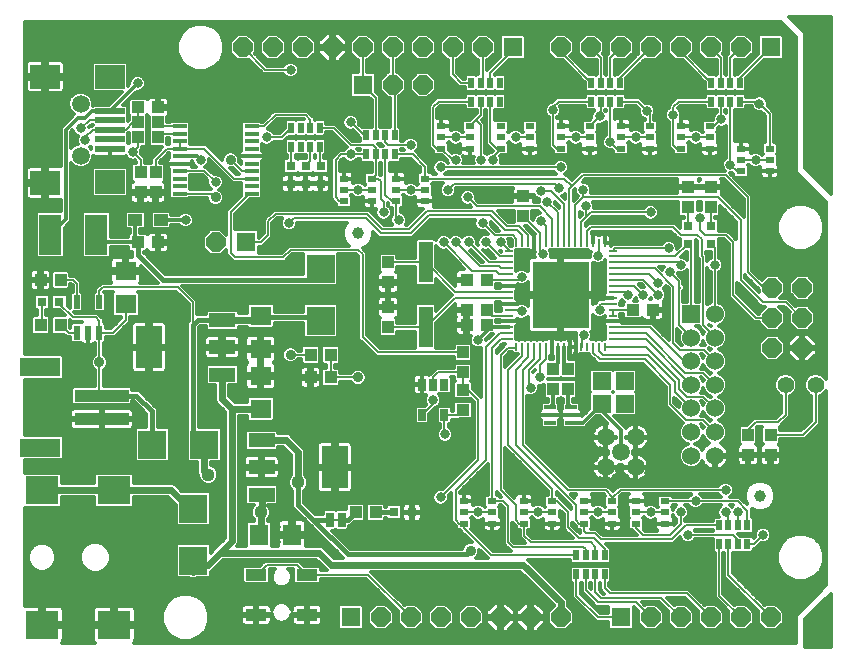
<source format=gtl>
G75*
G70*
%OFA0B0*%
%FSLAX24Y24*%
%IPPOS*%
%LPD*%
%AMOC8*
5,1,8,0,0,1.08239X$1,22.5*
%
%ADD10OC8,0.0640*%
%ADD11R,0.0433X0.0394*%
%ADD12R,0.0394X0.0433*%
%ADD13R,0.0640X0.0640*%
%ADD14R,0.0709X0.0630*%
%ADD15R,0.0315X0.0315*%
%ADD16R,0.0945X0.0945*%
%ADD17R,0.0880X0.0480*%
%ADD18R,0.0866X0.1417*%
%ADD19R,0.0630X0.0709*%
%ADD20R,0.0098X0.0276*%
%ADD21R,0.0276X0.0098*%
%ADD22R,0.1870X0.2224*%
%ADD23R,0.0394X0.0138*%
%ADD24C,0.0594*%
%ADD25R,0.0984X0.0787*%
%ADD26R,0.0984X0.0197*%
%ADD27R,0.0315X0.0217*%
%ADD28R,0.0272X0.0390*%
%ADD29R,0.0197X0.0354*%
%ADD30R,0.0748X0.1339*%
%ADD31R,0.1102X0.0945*%
%ADD32R,0.0472X0.1378*%
%ADD33R,0.0600X0.0600*%
%ADD34C,0.0600*%
%ADD35R,0.0500X0.0125*%
%ADD36R,0.0472X0.0394*%
%ADD37R,0.0606X0.0606*%
%ADD38R,0.1811X0.0394*%
%ADD39R,0.1339X0.0630*%
%ADD40R,0.0217X0.0472*%
%ADD41R,0.0709X0.0394*%
%ADD42C,0.0394*%
%ADD43C,0.0560*%
%ADD44C,0.0080*%
%ADD45R,0.0250X0.0500*%
%ADD46C,0.0240*%
%ADD47C,0.0160*%
%ADD48C,0.0070*%
%ADD49C,0.0440*%
%ADD50C,0.0360*%
%ADD51C,0.0120*%
%ADD52C,0.0330*%
%ADD53C,0.0350*%
D10*
X013750Y002336D03*
X014750Y002336D03*
X015750Y002336D03*
X016750Y002336D03*
X017750Y002336D03*
X018750Y002336D03*
X019750Y002336D03*
X022750Y002336D03*
X023750Y002336D03*
X024750Y002336D03*
X025750Y002336D03*
X026750Y002336D03*
X026805Y011316D03*
X026805Y012316D03*
X027805Y012316D03*
X027805Y011316D03*
X027805Y013316D03*
X026805Y013316D03*
X025750Y021336D03*
X024750Y021336D03*
X023750Y021336D03*
X022750Y021336D03*
X021750Y021336D03*
X020750Y021336D03*
X019750Y021336D03*
X017150Y021336D03*
X016150Y021336D03*
X015150Y021336D03*
X014150Y021336D03*
X013150Y021336D03*
X012150Y021336D03*
X011150Y021336D03*
X010150Y021336D03*
X009150Y021336D03*
X014150Y020086D03*
X015150Y020086D03*
X008250Y014836D03*
D11*
X006335Y014836D03*
X005665Y014836D03*
X005665Y019336D03*
X006335Y019336D03*
X016615Y013586D03*
X017285Y013586D03*
X017285Y012586D03*
X017285Y012086D03*
X016615Y012086D03*
X016615Y012586D03*
X016500Y009920D03*
X016500Y009251D03*
X022165Y012586D03*
X022835Y012586D03*
X024000Y016001D03*
X024000Y016670D03*
X024750Y016670D03*
X024750Y016001D03*
D12*
X018500Y015701D03*
X018500Y016370D03*
X014000Y014170D03*
X014000Y013501D03*
X014000Y012670D03*
X014000Y012001D03*
X012085Y011086D03*
X011415Y011086D03*
X011415Y010336D03*
X012085Y010336D03*
X016500Y010501D03*
X016500Y011170D03*
X019500Y010620D03*
X020000Y010620D03*
X020000Y009951D03*
X019500Y009951D03*
X013585Y005836D03*
X012915Y005836D03*
X003085Y012086D03*
X002415Y012086D03*
X002415Y013586D03*
X003085Y013586D03*
X005750Y016501D03*
X006250Y016501D03*
X006250Y017170D03*
X005750Y017170D03*
X005665Y018336D03*
X005665Y018836D03*
X006335Y018836D03*
X006335Y018336D03*
X026000Y008420D03*
X026000Y007751D03*
X026750Y007751D03*
X026750Y008420D03*
D13*
X021750Y002336D03*
X012750Y002336D03*
X009250Y014836D03*
X013150Y020086D03*
X018150Y021336D03*
X026750Y021336D03*
D14*
X009750Y012387D03*
X009750Y011284D03*
X009750Y010387D03*
X009750Y009284D03*
X005250Y012784D03*
X005250Y013887D03*
D15*
X003045Y012836D03*
X002455Y012836D03*
X010750Y016790D03*
X011250Y016790D03*
X011750Y016790D03*
X011750Y017381D03*
X011250Y017381D03*
X010750Y017381D03*
X024000Y015381D03*
X024000Y014790D03*
X024750Y014790D03*
X024750Y015381D03*
X014795Y005836D03*
X014205Y005836D03*
D16*
X007866Y008086D03*
X006134Y008086D03*
X007500Y005952D03*
X007500Y004219D03*
X011750Y012219D03*
X011750Y013952D03*
D17*
X008470Y012245D03*
X008470Y011336D03*
X008470Y010426D03*
X009780Y008245D03*
X009780Y007336D03*
X009780Y006426D03*
D18*
X012220Y007336D03*
X006030Y011336D03*
D19*
X009699Y005086D03*
X010801Y005086D03*
D20*
X018274Y011353D03*
X018470Y011353D03*
X018667Y011353D03*
X018864Y011353D03*
X019061Y011353D03*
X019258Y011353D03*
X019455Y011353D03*
X019652Y011353D03*
X019848Y011353D03*
X020045Y011353D03*
X020242Y011353D03*
X020439Y011353D03*
X020636Y011353D03*
X020833Y011353D03*
X021030Y011353D03*
X021226Y011353D03*
X021226Y014818D03*
X021030Y014818D03*
X020833Y014818D03*
X020636Y014818D03*
X020439Y014818D03*
X020242Y014818D03*
X020045Y014818D03*
X019848Y014818D03*
X019652Y014818D03*
X019455Y014818D03*
X019258Y014818D03*
X019061Y014818D03*
X018864Y014818D03*
X018667Y014818D03*
X018470Y014818D03*
X018274Y014818D03*
D21*
X018018Y014562D03*
X018018Y014365D03*
X018018Y014168D03*
X018018Y013971D03*
X018018Y013775D03*
X018018Y013578D03*
X018018Y013381D03*
X018018Y013184D03*
X018018Y012987D03*
X018018Y012790D03*
X018018Y012593D03*
X018018Y012397D03*
X018018Y012200D03*
X018018Y012003D03*
X018018Y011806D03*
X018018Y011609D03*
X021482Y011609D03*
X021482Y011806D03*
X021482Y012003D03*
X021482Y012200D03*
X021482Y012397D03*
X021482Y012593D03*
X021482Y012790D03*
X021482Y012987D03*
X021482Y013184D03*
X021482Y013381D03*
X021482Y013578D03*
X021482Y013775D03*
X021482Y013971D03*
X021482Y014168D03*
X021482Y014365D03*
X021482Y014562D03*
D22*
X019750Y013086D03*
D23*
X019396Y009341D03*
X019396Y009086D03*
X019396Y008830D03*
X020104Y008830D03*
X020104Y009086D03*
X020104Y009341D03*
D24*
X021250Y008336D03*
X021750Y007836D03*
X021250Y007336D03*
X022250Y007336D03*
X022250Y008336D03*
X003750Y017719D03*
X003750Y019452D03*
D25*
X004734Y020357D03*
X002569Y020357D03*
X002569Y016814D03*
X004734Y016853D03*
D26*
X004734Y017956D03*
X004734Y018271D03*
X004734Y018586D03*
X004734Y018901D03*
X004734Y019216D03*
D27*
X012528Y016960D03*
X012528Y016586D03*
X012528Y016212D03*
X013472Y016212D03*
X013472Y016586D03*
X013472Y016960D03*
X014278Y016960D03*
X014278Y016586D03*
X014278Y016212D03*
X015222Y016212D03*
X015222Y016586D03*
X015222Y016960D03*
X015778Y017962D03*
X015778Y018336D03*
X015778Y018710D03*
X016722Y018710D03*
X016722Y018336D03*
X016722Y017962D03*
X017778Y017962D03*
X017778Y018336D03*
X017778Y018710D03*
X018722Y018710D03*
X018722Y018336D03*
X018722Y017962D03*
X019778Y017962D03*
X019778Y018336D03*
X019778Y018710D03*
X020722Y018710D03*
X020722Y018336D03*
X020722Y017962D03*
X021778Y017962D03*
X021778Y018336D03*
X021778Y018710D03*
X022722Y018710D03*
X022722Y018336D03*
X022722Y017962D03*
X023778Y017962D03*
X023778Y018336D03*
X023778Y018710D03*
X024722Y018710D03*
X024722Y018336D03*
X024722Y017962D03*
X025778Y017960D03*
X025778Y017586D03*
X025778Y017212D03*
X026722Y017212D03*
X026722Y017586D03*
X026722Y017960D03*
X023222Y006210D03*
X023222Y005836D03*
X023222Y005462D03*
X022278Y005462D03*
X022278Y005836D03*
X022278Y006210D03*
X021472Y006210D03*
X021472Y005836D03*
X021472Y005462D03*
X020528Y005462D03*
X020528Y005836D03*
X020528Y006210D03*
X019472Y006210D03*
X019472Y005836D03*
X019472Y005462D03*
X018528Y005462D03*
X018528Y005836D03*
X018528Y006210D03*
X017472Y006210D03*
X017472Y005836D03*
X017472Y005462D03*
X016528Y005462D03*
X016528Y005836D03*
X016528Y006210D03*
D28*
X015874Y009074D03*
X015126Y009074D03*
X015126Y010093D03*
X015500Y010093D03*
X015874Y010093D03*
D29*
X020278Y004401D03*
X020593Y004401D03*
X020907Y004401D03*
X021222Y004401D03*
X021222Y003771D03*
X020907Y003771D03*
X020593Y003771D03*
X020278Y003771D03*
X025028Y004771D03*
X025343Y004771D03*
X025657Y004771D03*
X025972Y004771D03*
X025972Y005401D03*
X025657Y005401D03*
X025343Y005401D03*
X025028Y005401D03*
X014222Y017771D03*
X013907Y017771D03*
X013593Y017771D03*
X013278Y017771D03*
X013278Y018401D03*
X013593Y018401D03*
X013907Y018401D03*
X014222Y018401D03*
X016778Y019521D03*
X017093Y019521D03*
X017407Y019521D03*
X017722Y019521D03*
X017722Y020151D03*
X017407Y020151D03*
X017093Y020151D03*
X016778Y020151D03*
X020778Y020151D03*
X021093Y020151D03*
X021407Y020151D03*
X021722Y020151D03*
X021722Y019521D03*
X021407Y019521D03*
X021093Y019521D03*
X020778Y019521D03*
X024778Y019521D03*
X025093Y019521D03*
X025407Y019521D03*
X025722Y019521D03*
X025722Y020151D03*
X025407Y020151D03*
X025093Y020151D03*
X024778Y020151D03*
X011722Y018651D03*
X011407Y018651D03*
X011093Y018651D03*
X010778Y018651D03*
X010778Y018021D03*
X011093Y018021D03*
X011407Y018021D03*
X011722Y018021D03*
D30*
X004268Y015086D03*
X002732Y015086D03*
D31*
X002469Y006580D03*
X004870Y006580D03*
X004870Y002091D03*
X002469Y002091D03*
D32*
X015250Y012003D03*
X015250Y014168D03*
D33*
X024106Y012448D03*
D34*
X024894Y012448D03*
X024894Y011660D03*
X024894Y010873D03*
X024106Y010873D03*
X024106Y011660D03*
X024106Y010086D03*
X024894Y010086D03*
X024894Y009298D03*
X024106Y009298D03*
X024106Y008511D03*
X024106Y007723D03*
X024894Y007723D03*
X024894Y008511D03*
D35*
X009450Y016461D03*
X009450Y016711D03*
X009450Y016961D03*
X009450Y017211D03*
X009450Y017461D03*
X009450Y017711D03*
X009450Y017961D03*
X009450Y018211D03*
X009450Y018461D03*
X009450Y018711D03*
X007050Y018711D03*
X007050Y018461D03*
X007050Y018211D03*
X007050Y017961D03*
X007050Y017711D03*
X007050Y017461D03*
X007050Y017211D03*
X007050Y016961D03*
X007050Y016711D03*
X007050Y016461D03*
D36*
X006433Y015586D03*
X005567Y015586D03*
D37*
X021118Y010217D03*
X021882Y010217D03*
X021882Y009454D03*
X021118Y009454D03*
D38*
X004457Y009729D03*
X004457Y008942D03*
D39*
X002409Y007997D03*
X002409Y010674D03*
D40*
X003626Y011824D03*
X004000Y011824D03*
X004374Y011824D03*
X004374Y012847D03*
X003626Y012847D03*
D41*
X009604Y003755D03*
X009604Y002416D03*
X011296Y002416D03*
X011296Y003755D03*
D42*
X013000Y015136D03*
X026400Y006386D03*
D43*
X027250Y010086D03*
X028250Y010086D03*
D44*
X012400Y005586D02*
X012100Y005586D01*
D45*
X012050Y005586D03*
X012450Y005586D03*
D46*
X011700Y004486D02*
X008400Y004486D01*
X008801Y004887D01*
X008801Y009284D01*
X009750Y009284D01*
X009949Y009284D01*
X008801Y009284D02*
X008470Y009616D01*
X008470Y010426D01*
X008470Y012245D02*
X009609Y012245D01*
X009750Y012387D01*
X009801Y012336D01*
X008567Y012342D02*
X008470Y012245D01*
X009780Y008245D02*
X010590Y008245D01*
X011000Y007836D01*
X011000Y006836D01*
X009780Y006426D02*
X009780Y005866D01*
X009750Y005836D01*
X009750Y005137D01*
X009699Y005086D01*
X008400Y004486D02*
X008000Y004086D01*
X007750Y004086D01*
X007500Y003836D01*
X007500Y004219D01*
X007500Y005836D02*
X007500Y005952D01*
X007500Y005836D02*
X006756Y006580D01*
X004870Y006580D01*
X002469Y006580D01*
X007866Y007219D02*
X008000Y007086D01*
X007866Y007219D02*
X007866Y008086D01*
X011700Y004486D02*
X012100Y004086D01*
X018500Y004086D01*
X019750Y002836D01*
X019750Y002336D01*
D47*
X016750Y004561D02*
X016625Y004436D01*
X012650Y004436D01*
X011500Y005586D01*
X011000Y006086D01*
X011000Y006836D01*
X011500Y005586D02*
X012050Y005586D01*
X012450Y005586D02*
X012665Y005586D01*
X012915Y005836D01*
X013585Y005836D02*
X014205Y005836D01*
X007866Y008086D02*
X007500Y008452D01*
X007500Y012086D01*
X007660Y012245D01*
X008470Y012245D01*
X009801Y012336D02*
X011500Y012336D01*
X011866Y011969D01*
X011750Y012219D01*
X011366Y013586D02*
X011750Y013952D01*
X011366Y013586D02*
X006500Y013586D01*
X005665Y014420D01*
X005665Y014836D01*
X005606Y009729D02*
X004457Y009729D01*
X005606Y009729D02*
X006134Y009202D01*
X006134Y008086D01*
D48*
X004457Y009729D02*
X004374Y009812D01*
X004374Y010836D01*
X004374Y011824D01*
X004374Y012212D01*
X004250Y012336D01*
X003500Y012336D01*
X003045Y012790D01*
X003045Y012836D01*
X003626Y012847D02*
X003626Y013460D01*
X003500Y013586D01*
X003085Y013586D01*
X002455Y012836D02*
X002455Y012125D01*
X002415Y012086D01*
X003085Y012086D02*
X003346Y011824D01*
X003626Y011824D01*
X004374Y011824D02*
X004823Y011824D01*
X005250Y012251D01*
X005250Y012784D01*
X004374Y012847D02*
X004374Y013210D01*
X004500Y013336D01*
X007000Y013336D01*
X007500Y012836D01*
X007500Y012086D01*
X008900Y014336D02*
X010500Y014336D01*
X010750Y014586D01*
X013000Y014586D01*
X013150Y014436D01*
X013150Y011686D01*
X013665Y011170D01*
X016500Y011170D01*
X017250Y011336D02*
X017250Y007586D01*
X016250Y006586D01*
X016250Y005586D01*
X016374Y005462D01*
X016528Y005462D01*
X016528Y005308D01*
X017435Y004401D01*
X020278Y004401D01*
X020593Y004401D02*
X020593Y004603D01*
X020510Y004686D01*
X018150Y004686D01*
X018000Y004836D01*
X018000Y006036D01*
X017826Y006210D01*
X017472Y006210D01*
X017472Y011308D01*
X017774Y011609D01*
X018018Y011609D01*
X018018Y011806D02*
X017720Y011806D01*
X017250Y011336D01*
X017750Y011086D02*
X017994Y011330D01*
X018250Y011330D01*
X018274Y011353D01*
X018470Y011353D02*
X018470Y011056D01*
X018000Y010586D01*
X018000Y008086D01*
X019472Y006613D01*
X019472Y006210D01*
X019626Y006210D01*
X020000Y005836D01*
X020000Y005336D01*
X020350Y004986D01*
X020850Y004986D01*
X021222Y004613D01*
X021222Y004401D01*
X020907Y004401D02*
X020907Y004678D01*
X020750Y004836D01*
X018750Y004836D01*
X018528Y005058D01*
X018528Y005462D01*
X018374Y005462D01*
X018250Y005586D01*
X018250Y006086D01*
X017750Y006586D01*
X017750Y011086D01*
X018250Y010586D02*
X018250Y008086D01*
X020250Y006086D01*
X020250Y005586D01*
X020374Y005462D01*
X020528Y005462D01*
X020528Y005208D01*
X020600Y005136D01*
X020900Y005136D01*
X021100Y004936D01*
X023450Y004936D01*
X023915Y005401D01*
X025028Y005401D01*
X025343Y005401D02*
X025343Y005743D01*
X025250Y005836D01*
X025650Y005836D02*
X025650Y005408D01*
X025657Y005401D01*
X025972Y005401D02*
X025972Y005888D01*
X025651Y006210D01*
X024250Y006210D01*
X023222Y006210D01*
X023222Y005836D02*
X022750Y005836D01*
X022278Y005836D01*
X022278Y005462D02*
X022278Y005308D01*
X022500Y005086D01*
X023400Y005086D01*
X023750Y005436D01*
X023750Y005836D01*
X024000Y005086D02*
X025500Y005086D01*
X025657Y004928D01*
X025657Y004771D01*
X025343Y004771D02*
X025343Y003743D01*
X026750Y002336D01*
X025750Y002336D02*
X025028Y003058D01*
X025028Y004771D01*
X025972Y004771D02*
X026185Y004771D01*
X026500Y005086D01*
X025250Y006586D02*
X021750Y006586D01*
X021472Y006308D01*
X021472Y006210D01*
X021472Y006363D01*
X021250Y006586D01*
X020000Y006586D01*
X018500Y008086D01*
X018500Y010586D01*
X018864Y010950D01*
X018864Y011353D01*
X018667Y011353D02*
X018667Y011003D01*
X018250Y010586D01*
X018700Y010586D02*
X018700Y010036D01*
X018750Y009986D01*
X019050Y010336D02*
X019050Y010736D01*
X019258Y010943D01*
X019258Y011353D01*
X019061Y011353D02*
X019061Y010947D01*
X018700Y010586D01*
X020439Y011353D02*
X020450Y011364D01*
X020450Y011686D01*
X020525Y011736D01*
X020833Y011353D02*
X020833Y011153D01*
X021050Y010936D01*
X022550Y010936D01*
X023400Y010086D01*
X023400Y009436D01*
X023925Y008911D01*
X024494Y008911D01*
X024894Y008511D01*
X026000Y008586D02*
X026000Y008420D01*
X026000Y008586D02*
X026250Y008836D01*
X027000Y008836D01*
X027250Y009086D01*
X027250Y010086D01*
X028250Y010086D02*
X028250Y008836D01*
X027835Y008420D01*
X026750Y008420D01*
X024894Y009298D02*
X024506Y009686D01*
X023950Y009686D01*
X023700Y009936D01*
X023700Y010236D01*
X022582Y011353D01*
X021226Y011353D01*
X021030Y011353D02*
X021030Y011206D01*
X021150Y011086D01*
X022650Y011086D01*
X023550Y010186D01*
X023550Y009854D01*
X024106Y009298D01*
X024106Y010086D02*
X022583Y011609D01*
X021482Y011609D01*
X021482Y011806D02*
X022580Y011806D01*
X023900Y010486D01*
X024494Y010486D01*
X024894Y010086D01*
X024894Y010873D02*
X024894Y010892D01*
X024525Y011261D01*
X023719Y011261D01*
X023500Y011479D01*
X023500Y013361D01*
X022889Y013971D01*
X021482Y013971D01*
X021482Y013775D02*
X022711Y013775D01*
X023000Y013486D01*
X023000Y013086D02*
X022508Y013578D01*
X021482Y013578D01*
X021482Y013381D02*
X022205Y013381D01*
X022500Y013086D01*
X022000Y013086D02*
X021902Y013184D01*
X021482Y013184D01*
X021482Y012790D02*
X021095Y012790D01*
X021050Y012745D01*
X021050Y012586D01*
X021482Y012593D02*
X021482Y012397D01*
X021482Y012593D02*
X022157Y012593D01*
X022165Y012586D01*
X022733Y012003D02*
X021482Y012003D01*
X022733Y012003D02*
X023863Y010873D01*
X024106Y010873D01*
X024106Y011660D02*
X024106Y011679D01*
X023700Y012086D01*
X023700Y013286D01*
X023700Y013536D01*
X023400Y013836D01*
X023667Y014168D02*
X023750Y014086D01*
X023667Y014168D02*
X021482Y014168D01*
X021482Y014365D02*
X023575Y014365D01*
X024000Y014790D01*
X024106Y014684D01*
X024106Y012448D01*
X024500Y012086D02*
X024500Y014336D01*
X024450Y014386D01*
X024450Y014936D01*
X024300Y015086D01*
X023750Y015086D01*
X023500Y015336D01*
X020750Y015336D01*
X020636Y015221D01*
X020636Y014818D01*
X020439Y014818D02*
X020439Y015525D01*
X020600Y015686D01*
X020600Y016036D01*
X020750Y015836D02*
X020600Y015686D01*
X020750Y015836D02*
X022750Y015836D01*
X024000Y016001D02*
X024000Y015381D01*
X024400Y015236D02*
X024400Y015636D01*
X024750Y015381D02*
X024750Y016001D01*
X025000Y016336D02*
X025750Y015586D01*
X025750Y013586D01*
X026500Y012836D01*
X027250Y012836D01*
X027770Y012316D01*
X027805Y012316D01*
X026805Y012316D02*
X026270Y012316D01*
X025500Y013086D01*
X025500Y014836D01*
X025250Y015086D01*
X024550Y015086D01*
X024400Y015236D01*
X024750Y014790D02*
X024894Y014647D01*
X024894Y014336D01*
X024894Y014086D01*
X024894Y012448D01*
X024500Y012086D02*
X024894Y011692D01*
X024894Y011660D01*
X023700Y013286D02*
X023750Y013336D01*
X023350Y014636D02*
X021556Y014636D01*
X021482Y014562D01*
X021030Y014415D02*
X021000Y014386D01*
X021030Y014415D02*
X021030Y014818D01*
X020242Y014818D02*
X020242Y016078D01*
X020500Y016336D01*
X020500Y016586D01*
X020500Y016336D02*
X025000Y016336D01*
X025250Y017086D02*
X020500Y017086D01*
X020125Y016711D01*
X019876Y016960D01*
X015222Y016960D01*
X015222Y017363D01*
X014815Y017771D01*
X014222Y017771D01*
X013907Y017771D02*
X013907Y016428D01*
X014124Y016212D01*
X014278Y016212D01*
X014278Y015658D01*
X014350Y015586D01*
X014700Y015286D02*
X013800Y015286D01*
X013300Y015786D01*
X010250Y015786D01*
X010000Y015536D01*
X010000Y015086D01*
X009750Y014836D01*
X009250Y014836D01*
X008750Y014486D02*
X008900Y014336D01*
X008750Y014486D02*
X008750Y015836D01*
X009375Y016461D01*
X009450Y016461D01*
X009450Y016961D02*
X008875Y016961D01*
X007875Y017961D01*
X007050Y017961D01*
X007050Y018211D01*
X007050Y018461D02*
X006460Y018461D01*
X006335Y018336D01*
X006460Y018711D02*
X006335Y018836D01*
X006460Y018711D02*
X007050Y018711D01*
X007050Y017961D02*
X006625Y017961D01*
X006250Y017586D01*
X006250Y017170D01*
X005750Y017170D02*
X005750Y017586D01*
X005500Y017836D01*
X005665Y018001D01*
X005665Y018336D01*
X005250Y018586D02*
X004734Y018586D01*
X004150Y018586D01*
X003900Y018336D01*
X003900Y018236D01*
X003750Y018636D02*
X004065Y018901D01*
X004734Y018901D01*
X005250Y018586D02*
X005500Y018836D01*
X005665Y018836D01*
X005665Y019336D01*
X007050Y017211D02*
X007875Y017211D01*
X008250Y016836D01*
X008125Y016461D02*
X008250Y016336D01*
X008125Y016461D02*
X007050Y016461D01*
X008750Y017586D02*
X009125Y017211D01*
X009450Y017211D01*
X009950Y018336D02*
X010463Y018336D01*
X010778Y018651D01*
X011407Y018651D02*
X011407Y018928D01*
X011250Y019086D01*
X010250Y019086D01*
X009875Y018711D01*
X009450Y018711D01*
X010778Y018021D02*
X010778Y017408D01*
X010750Y017381D01*
X011250Y017381D02*
X011407Y017538D01*
X011407Y018021D01*
X011722Y018021D02*
X011722Y017408D01*
X011750Y017381D01*
X012250Y017586D02*
X012250Y016336D01*
X012374Y016212D01*
X012528Y016212D01*
X012528Y016586D02*
X013000Y016586D01*
X013472Y016586D01*
X013750Y016286D02*
X013750Y016886D01*
X013676Y016960D01*
X013472Y016960D01*
X013593Y017080D01*
X013593Y017771D01*
X013593Y017993D01*
X013500Y018086D01*
X012750Y018086D01*
X012185Y018651D01*
X011722Y018651D01*
X012750Y018836D02*
X013185Y018401D01*
X013278Y018401D01*
X013593Y018401D02*
X013593Y019643D01*
X013150Y020086D01*
X013150Y021336D01*
X014150Y021336D02*
X014150Y020086D01*
X014222Y020013D01*
X014222Y018401D01*
X013907Y018401D02*
X013907Y018178D01*
X014000Y018086D01*
X014750Y018086D01*
X015500Y018086D02*
X015624Y017962D01*
X015778Y017962D01*
X016154Y017586D01*
X016250Y017586D01*
X015750Y017336D02*
X019750Y017336D01*
X019550Y016786D02*
X016200Y016786D01*
X016000Y016586D01*
X016650Y016336D02*
X016950Y016036D01*
X019050Y016036D01*
X019455Y015631D01*
X019455Y014818D01*
X019652Y014818D02*
X019652Y015834D01*
X019300Y016186D01*
X019425Y016536D02*
X019100Y016536D01*
X019425Y016536D02*
X019848Y016112D01*
X019848Y014818D01*
X020045Y014818D02*
X020045Y016631D01*
X020125Y016711D01*
X019700Y016636D02*
X019550Y016786D01*
X019624Y017962D02*
X019500Y018086D01*
X019500Y019236D01*
X019500Y019336D01*
X019685Y019521D01*
X020778Y019521D01*
X021093Y019521D02*
X021093Y019080D01*
X021049Y019036D01*
X020722Y018710D01*
X020722Y018336D02*
X020250Y018336D01*
X019778Y018336D01*
X019778Y017962D02*
X019624Y017962D01*
X018722Y018336D02*
X018250Y018336D01*
X017778Y017962D02*
X017500Y017684D01*
X017500Y017586D01*
X017624Y017962D02*
X017407Y018178D01*
X017407Y019521D01*
X017093Y019521D02*
X017093Y019080D01*
X016924Y018911D01*
X017100Y018736D01*
X017100Y017586D01*
X017624Y017962D02*
X017778Y017962D01*
X016722Y018336D02*
X016250Y018336D01*
X015778Y018336D01*
X015500Y018086D02*
X015500Y019336D01*
X015685Y019521D01*
X016778Y019521D01*
X016924Y018911D02*
X016722Y018710D01*
X016778Y020151D02*
X016435Y020151D01*
X016150Y020436D01*
X016150Y021336D01*
X017150Y021336D02*
X017150Y020208D01*
X017093Y020151D01*
X017407Y020151D02*
X017407Y020493D01*
X018150Y021236D01*
X018150Y021336D01*
X019750Y021336D02*
X019750Y021178D01*
X020778Y020151D01*
X021093Y020151D02*
X021093Y020993D01*
X020750Y021336D01*
X021407Y020993D02*
X021750Y021336D01*
X021407Y020993D02*
X021407Y020151D01*
X021722Y020151D02*
X021722Y020308D01*
X022750Y021336D01*
X023750Y021336D02*
X023750Y021178D01*
X024778Y020151D01*
X025093Y020151D02*
X025093Y020993D01*
X024750Y021336D01*
X025407Y020993D02*
X025750Y021336D01*
X025407Y020993D02*
X025407Y020151D01*
X025722Y020151D02*
X025722Y020308D01*
X026750Y021336D01*
X026315Y019521D02*
X025722Y019521D01*
X025407Y019521D02*
X025407Y017586D01*
X025407Y017428D01*
X025624Y017212D01*
X025778Y017212D01*
X025778Y017586D02*
X026250Y017586D01*
X026722Y017586D01*
X026722Y017960D02*
X026722Y019113D01*
X026500Y019336D01*
X026375Y019461D01*
X026315Y019521D01*
X025093Y019521D02*
X025093Y018928D01*
X025100Y018936D01*
X024874Y018710D01*
X024722Y018710D01*
X025075Y018911D02*
X025093Y018928D01*
X024778Y019521D02*
X023685Y019521D01*
X023500Y019336D01*
X023500Y019086D01*
X023500Y018086D01*
X023624Y017962D01*
X023778Y017962D01*
X023778Y018336D02*
X024250Y018336D01*
X024722Y018336D01*
X025250Y017086D02*
X026000Y016336D01*
X026000Y013836D01*
X026520Y013316D01*
X026805Y013316D01*
X021778Y017962D02*
X021624Y017962D01*
X021407Y018178D01*
X021407Y018586D01*
X021407Y019521D01*
X021722Y019521D02*
X022315Y019521D01*
X022625Y019211D01*
X022722Y019113D01*
X022722Y018710D01*
X022722Y018336D02*
X022250Y018336D01*
X021778Y018336D01*
X019061Y015140D02*
X018500Y015701D01*
X018350Y015386D02*
X017950Y015386D01*
X017450Y015886D01*
X015300Y015886D01*
X014700Y015286D01*
X014750Y015136D02*
X013750Y015136D01*
X013250Y015636D01*
X010850Y015636D01*
X010700Y015486D01*
X012250Y017586D02*
X012435Y017771D01*
X012750Y017771D01*
X013278Y017771D01*
X014278Y016586D02*
X014750Y016586D01*
X015222Y016586D01*
X015350Y015736D02*
X014750Y015136D01*
X015350Y015736D02*
X017400Y015736D01*
X017900Y015236D01*
X018300Y015236D01*
X018470Y015065D01*
X018470Y014818D01*
X018274Y014818D02*
X018274Y014962D01*
X018150Y015086D01*
X017550Y015086D01*
X017150Y015486D01*
X017250Y014836D02*
X017720Y014365D01*
X018018Y014365D01*
X018018Y014168D02*
X017367Y014168D01*
X016700Y014836D01*
X016250Y014836D02*
X017050Y014036D01*
X017700Y014036D01*
X017764Y013971D01*
X018018Y013971D01*
X018018Y013775D02*
X017711Y013775D01*
X017600Y013886D01*
X016800Y013886D01*
X015850Y014836D01*
X015250Y014168D02*
X014002Y014168D01*
X014000Y014170D01*
X015250Y014168D02*
X016234Y013184D01*
X018018Y013184D01*
X018018Y012987D02*
X016234Y012987D01*
X015250Y012003D01*
X014002Y012003D01*
X014000Y012001D01*
X012085Y011086D02*
X012085Y010336D01*
X013000Y010336D01*
X011415Y011086D02*
X010750Y011086D01*
X015126Y009074D02*
X015500Y009448D01*
X015500Y009586D01*
X015500Y010093D02*
X015500Y010336D01*
X015665Y010501D01*
X016500Y010501D01*
X016500Y009920D01*
X016665Y009920D01*
X017000Y009586D01*
X017000Y007586D01*
X015750Y006336D01*
X016528Y005836D02*
X017000Y005836D01*
X017472Y005836D01*
X018528Y005836D02*
X019000Y005836D01*
X019472Y005836D01*
X020528Y005836D02*
X021000Y005836D01*
X021472Y005836D01*
X021222Y003771D02*
X021222Y003313D01*
X021400Y003136D01*
X023950Y003136D01*
X024750Y002336D01*
X023750Y002336D02*
X023100Y002986D01*
X021100Y002986D01*
X020907Y003178D01*
X020907Y003771D01*
X020593Y003771D02*
X020593Y003243D01*
X021000Y002836D01*
X022250Y002836D01*
X022750Y002336D01*
X021750Y002336D02*
X021000Y002336D01*
X020278Y003058D01*
X020278Y003771D01*
X014750Y002336D02*
X013331Y003755D01*
X011296Y003755D01*
X010966Y004086D01*
X009950Y004086D01*
X009619Y003755D01*
X009604Y003755D01*
X015874Y008462D02*
X015900Y008436D01*
X015874Y008462D02*
X015874Y009074D01*
X016323Y009074D01*
X016500Y009251D01*
X017474Y012397D02*
X017285Y012586D01*
X017474Y012397D02*
X018018Y012397D01*
X018018Y012593D02*
X018392Y012593D01*
X018450Y012536D01*
X018342Y013578D02*
X018018Y013578D01*
X017293Y013578D01*
X017285Y013586D01*
X018342Y013578D02*
X018450Y013686D01*
X018018Y014562D02*
X018018Y014568D01*
X017750Y014836D01*
X018350Y015386D02*
X018667Y015068D01*
X018667Y014818D01*
X019061Y014818D02*
X019061Y014525D01*
X019150Y014436D01*
X019061Y014818D02*
X019061Y015140D01*
X019258Y015378D02*
X019100Y015536D01*
X019258Y015378D02*
X019258Y014818D01*
X013850Y015836D02*
X013850Y016186D01*
X013750Y016286D01*
X010750Y020586D02*
X009900Y020586D01*
X009150Y021336D01*
D49*
X008000Y007086D03*
X009750Y005836D03*
X011000Y006836D03*
D50*
X016750Y004561D03*
D51*
X002409Y002724D02*
X002409Y002151D01*
X002529Y002151D01*
X003180Y002151D01*
X003180Y002585D01*
X003169Y002626D01*
X003148Y002662D01*
X003118Y002692D01*
X003081Y002713D01*
X003041Y002724D01*
X002529Y002724D01*
X002529Y002151D01*
X002529Y002031D01*
X003180Y002031D01*
X003180Y001598D01*
X003169Y001557D01*
X003148Y001521D01*
X003122Y001496D01*
X004216Y001496D01*
X004191Y001521D01*
X004170Y001557D01*
X004159Y001598D01*
X004159Y002031D01*
X004810Y002031D01*
X004810Y002151D01*
X004159Y002151D01*
X004159Y002585D01*
X004170Y002626D01*
X004191Y002662D01*
X004221Y002692D01*
X004257Y002713D01*
X004298Y002724D01*
X004810Y002724D01*
X004810Y002151D01*
X004930Y002151D01*
X005581Y002151D01*
X005581Y002585D01*
X005570Y002626D01*
X005549Y002662D01*
X005520Y002692D01*
X005483Y002713D01*
X005442Y002724D01*
X004930Y002724D01*
X004930Y002151D01*
X004930Y002031D01*
X005581Y002031D01*
X005581Y001598D01*
X005570Y001557D01*
X005549Y001521D01*
X005524Y001496D01*
X027590Y001496D01*
X027590Y002402D01*
X027684Y002496D01*
X028590Y003402D01*
X028590Y009887D01*
X028581Y009865D01*
X028471Y009755D01*
X028395Y009724D01*
X028395Y008776D01*
X028310Y008691D01*
X027895Y008275D01*
X027057Y008275D01*
X027057Y008158D01*
X027013Y008114D01*
X027045Y008096D01*
X027075Y008066D01*
X027096Y008029D01*
X027107Y007989D01*
X027107Y007789D01*
X026788Y007789D01*
X026788Y007713D01*
X027107Y007713D01*
X027107Y007513D01*
X027096Y007473D01*
X027075Y007436D01*
X027045Y007406D01*
X027009Y007385D01*
X026968Y007374D01*
X026788Y007374D01*
X026788Y007713D01*
X026712Y007713D01*
X026712Y007374D01*
X026532Y007374D01*
X026491Y007385D01*
X026455Y007406D01*
X026425Y007436D01*
X026404Y007473D01*
X026393Y007513D01*
X026393Y007713D01*
X026712Y007713D01*
X026712Y007789D01*
X026393Y007789D01*
X026393Y007989D01*
X026404Y008029D01*
X026425Y008066D01*
X026455Y008096D01*
X026487Y008114D01*
X026443Y008158D01*
X026443Y008682D01*
X026451Y008691D01*
X026310Y008691D01*
X026304Y008685D01*
X026307Y008682D01*
X026307Y008158D01*
X026263Y008114D01*
X026295Y008096D01*
X026325Y008066D01*
X026346Y008029D01*
X026357Y007989D01*
X026357Y007789D01*
X026038Y007789D01*
X026038Y007713D01*
X026357Y007713D01*
X026357Y007513D01*
X026346Y007473D01*
X026325Y007436D01*
X026295Y007406D01*
X026259Y007385D01*
X026218Y007374D01*
X026038Y007374D01*
X026038Y007713D01*
X025962Y007713D01*
X025962Y007374D01*
X025782Y007374D01*
X025741Y007385D01*
X025705Y007406D01*
X025675Y007436D01*
X025654Y007473D01*
X025643Y007513D01*
X025643Y007713D01*
X025962Y007713D01*
X025962Y007789D01*
X025643Y007789D01*
X025643Y007989D01*
X025654Y008029D01*
X025675Y008066D01*
X025705Y008096D01*
X025737Y008114D01*
X025693Y008158D01*
X025693Y008682D01*
X025758Y008747D01*
X025956Y008747D01*
X026105Y008896D01*
X026190Y008981D01*
X026940Y008981D01*
X027105Y009146D01*
X027105Y009724D01*
X027029Y009755D01*
X026919Y009865D01*
X026860Y010008D01*
X026860Y010163D01*
X026919Y010307D01*
X027029Y010416D01*
X027172Y010476D01*
X027328Y010476D01*
X027471Y010416D01*
X027581Y010307D01*
X027640Y010163D01*
X027640Y010008D01*
X027581Y009865D01*
X027471Y009755D01*
X027395Y009724D01*
X027395Y009026D01*
X027310Y008941D01*
X027060Y008691D01*
X027049Y008691D01*
X027057Y008682D01*
X027057Y008565D01*
X027775Y008565D01*
X028105Y008896D01*
X028105Y009724D01*
X028029Y009755D01*
X027919Y009865D01*
X027860Y010008D01*
X027860Y010163D01*
X027919Y010307D01*
X028029Y010416D01*
X028172Y010476D01*
X028328Y010476D01*
X028471Y010416D01*
X028581Y010307D01*
X028590Y010284D01*
X028590Y016169D01*
X027684Y017076D01*
X027684Y017076D01*
X027590Y017169D01*
X027590Y021669D01*
X027084Y022176D01*
X001910Y022176D01*
X001910Y011099D01*
X003124Y011099D01*
X003189Y011035D01*
X003189Y010314D01*
X003124Y010249D01*
X001910Y010249D01*
X001910Y008422D01*
X003124Y008422D01*
X003189Y008358D01*
X003189Y007636D01*
X003124Y007572D01*
X001910Y007572D01*
X001910Y007162D01*
X003065Y007162D01*
X003130Y007098D01*
X003130Y006810D01*
X004209Y006810D01*
X004209Y007098D01*
X004273Y007162D01*
X005467Y007162D01*
X005531Y007098D01*
X005531Y006810D01*
X006851Y006810D01*
X007127Y006534D01*
X008018Y006534D01*
X008082Y006470D01*
X008082Y005434D01*
X008018Y005369D01*
X006982Y005369D01*
X006918Y005434D01*
X006918Y006093D01*
X006661Y006350D01*
X005531Y006350D01*
X005531Y006062D01*
X005467Y005997D01*
X004273Y005997D01*
X004209Y006062D01*
X004209Y006350D01*
X003130Y006350D01*
X003130Y006062D01*
X003065Y005997D01*
X001910Y005997D01*
X001910Y002724D01*
X002409Y002724D01*
X002409Y002639D02*
X002529Y002639D01*
X002529Y002521D02*
X002409Y002521D01*
X002409Y002402D02*
X002529Y002402D01*
X002529Y002284D02*
X002409Y002284D01*
X002409Y002165D02*
X002529Y002165D01*
X002529Y002047D02*
X004810Y002047D01*
X004810Y002165D02*
X004930Y002165D01*
X004930Y002047D02*
X006515Y002047D01*
X006466Y002165D02*
X005581Y002165D01*
X005581Y002284D02*
X006460Y002284D01*
X006460Y002178D02*
X006580Y001888D01*
X006803Y001666D01*
X007093Y001546D01*
X007407Y001546D01*
X007697Y001666D01*
X007920Y001888D01*
X008040Y002178D01*
X008040Y002493D01*
X007920Y002783D01*
X007697Y003005D01*
X007407Y003126D01*
X007093Y003126D01*
X006803Y003005D01*
X006580Y002783D01*
X006460Y002493D01*
X006460Y002178D01*
X006460Y002402D02*
X005581Y002402D01*
X005581Y002521D02*
X006472Y002521D01*
X006521Y002639D02*
X005563Y002639D01*
X004930Y002639D02*
X004810Y002639D01*
X004810Y002521D02*
X004930Y002521D01*
X004930Y002402D02*
X004810Y002402D01*
X004810Y002284D02*
X004930Y002284D01*
X005581Y001928D02*
X006564Y001928D01*
X006659Y001810D02*
X005581Y001810D01*
X005581Y001691D02*
X006777Y001691D01*
X007028Y001573D02*
X005574Y001573D01*
X004166Y001573D02*
X003173Y001573D01*
X003180Y001691D02*
X004159Y001691D01*
X004159Y001810D02*
X003180Y001810D01*
X003180Y001928D02*
X004159Y001928D01*
X004159Y002165D02*
X003180Y002165D01*
X003180Y002284D02*
X004159Y002284D01*
X004159Y002402D02*
X003180Y002402D01*
X003180Y002521D02*
X004159Y002521D01*
X004178Y002639D02*
X003161Y002639D01*
X001910Y002758D02*
X006570Y002758D01*
X006673Y002876D02*
X001910Y002876D01*
X001910Y002995D02*
X006792Y002995D01*
X007063Y003113D02*
X001910Y003113D01*
X001910Y003232D02*
X013649Y003232D01*
X013530Y003350D02*
X010544Y003350D01*
X010517Y003339D02*
X010641Y003390D01*
X010736Y003485D01*
X010787Y003609D01*
X010787Y003743D01*
X010736Y003867D01*
X010662Y003941D01*
X010832Y003941D01*
X010832Y003512D01*
X010897Y003448D01*
X011696Y003448D01*
X011761Y003512D01*
X011761Y003610D01*
X013271Y003610D01*
X014343Y002537D01*
X014320Y002514D01*
X014320Y002157D01*
X014572Y001906D01*
X014928Y001906D01*
X015180Y002157D01*
X015180Y002514D01*
X014928Y002766D01*
X014572Y002766D01*
X014548Y002742D01*
X013435Y003856D01*
X018405Y003856D01*
X019520Y002740D01*
X019520Y002714D01*
X019320Y002514D01*
X019320Y002157D01*
X019572Y001906D01*
X019928Y001906D01*
X020180Y002157D01*
X020180Y002514D01*
X019980Y002714D01*
X019980Y002931D01*
X018730Y004181D01*
X018655Y004256D01*
X020069Y004256D01*
X020069Y004178D01*
X020134Y004113D01*
X020422Y004113D01*
X020435Y004127D01*
X020449Y004113D01*
X020737Y004113D01*
X020750Y004127D01*
X020763Y004113D01*
X021051Y004113D01*
X021065Y004127D01*
X021078Y004113D01*
X021366Y004113D01*
X021431Y004178D01*
X021431Y004623D01*
X021366Y004688D01*
X021353Y004688D01*
X021250Y004791D01*
X023510Y004791D01*
X023595Y004876D01*
X023732Y005013D01*
X023767Y004930D01*
X023844Y004852D01*
X023945Y004811D01*
X024055Y004811D01*
X024156Y004852D01*
X024233Y004930D01*
X024238Y004941D01*
X024819Y004941D01*
X024819Y004548D01*
X024883Y004484D01*
X024883Y002998D01*
X025343Y002537D01*
X025320Y002514D01*
X025320Y002157D01*
X025572Y001906D01*
X025928Y001906D01*
X026180Y002157D01*
X026180Y002514D01*
X025928Y002766D01*
X025572Y002766D01*
X025548Y002742D01*
X025173Y003118D01*
X025173Y004484D01*
X025185Y004497D01*
X025198Y004484D01*
X025198Y003683D01*
X026343Y002537D01*
X026320Y002514D01*
X026320Y002157D01*
X026572Y001906D01*
X026928Y001906D01*
X027180Y002157D01*
X027180Y002514D01*
X026928Y002766D01*
X026572Y002766D01*
X026548Y002742D01*
X025488Y003803D01*
X025488Y004484D01*
X025500Y004497D01*
X025513Y004483D01*
X025801Y004483D01*
X025815Y004497D01*
X025828Y004483D01*
X026116Y004483D01*
X026181Y004548D01*
X026181Y004626D01*
X026245Y004626D01*
X026435Y004815D01*
X026445Y004811D01*
X026555Y004811D01*
X026656Y004852D01*
X026733Y004930D01*
X026775Y005031D01*
X026775Y005140D01*
X026733Y005241D01*
X026656Y005319D01*
X026555Y005361D01*
X026445Y005361D01*
X026344Y005319D01*
X026267Y005241D01*
X026225Y005140D01*
X026225Y005031D01*
X026229Y005020D01*
X026181Y004972D01*
X026181Y004993D01*
X026116Y005058D01*
X025828Y005058D01*
X025815Y005044D01*
X025801Y005058D01*
X025733Y005058D01*
X025677Y005113D01*
X025801Y005113D01*
X025815Y005127D01*
X025828Y005113D01*
X026116Y005113D01*
X026181Y005178D01*
X026181Y005623D01*
X026117Y005687D01*
X026117Y005948D01*
X026113Y005952D01*
X026299Y005876D01*
X026501Y005876D01*
X026689Y005953D01*
X026832Y006097D01*
X026910Y006284D01*
X026910Y006487D01*
X026832Y006674D01*
X026689Y006818D01*
X026501Y006896D01*
X026299Y006896D01*
X026111Y006818D01*
X025968Y006674D01*
X025890Y006487D01*
X025890Y006284D01*
X025967Y006099D01*
X025711Y006355D01*
X025408Y006355D01*
X025483Y006430D01*
X025525Y006531D01*
X025525Y006640D01*
X025483Y006741D01*
X025406Y006819D01*
X025305Y006861D01*
X025195Y006861D01*
X025094Y006819D01*
X025017Y006741D01*
X025012Y006731D01*
X021690Y006731D01*
X021605Y006646D01*
X021500Y006541D01*
X021395Y006646D01*
X021310Y006731D01*
X020060Y006731D01*
X018645Y008146D01*
X018645Y009731D01*
X018695Y009711D01*
X018805Y009711D01*
X018906Y009752D01*
X018983Y009830D01*
X019025Y009931D01*
X019025Y010040D01*
X019017Y010061D01*
X019105Y010061D01*
X019193Y010097D01*
X019193Y009689D01*
X019258Y009624D01*
X019330Y009624D01*
X019330Y009520D01*
X019153Y009520D01*
X019089Y009456D01*
X019089Y009271D01*
X019071Y009253D01*
X019050Y009216D01*
X019039Y009176D01*
X019039Y009086D01*
X019396Y009086D01*
X019753Y009086D01*
X020104Y009086D01*
X020104Y009086D01*
X019396Y009086D01*
X019396Y009086D01*
X019396Y009086D01*
X019039Y009086D01*
X019039Y008996D01*
X019050Y008955D01*
X019071Y008918D01*
X019089Y008900D01*
X019089Y008715D01*
X019153Y008651D01*
X019638Y008651D01*
X019703Y008715D01*
X019703Y008900D01*
X019721Y008918D01*
X019742Y008955D01*
X019750Y008986D01*
X019758Y008955D01*
X019779Y008918D01*
X019797Y008900D01*
X019797Y008715D01*
X019862Y008651D01*
X020347Y008651D01*
X020356Y008660D01*
X020565Y008660D01*
X020945Y009041D01*
X021055Y009041D01*
X021306Y008790D01*
X021286Y008793D01*
X021279Y008793D01*
X021279Y008364D01*
X021580Y008364D01*
X021580Y008307D01*
X021279Y008307D01*
X021279Y008364D01*
X021221Y008364D01*
X021221Y008307D01*
X020793Y008307D01*
X020793Y008300D01*
X020804Y008229D01*
X020826Y008160D01*
X020859Y008096D01*
X020901Y008038D01*
X020952Y007987D01*
X021010Y007945D01*
X021075Y007912D01*
X021143Y007890D01*
X021214Y007878D01*
X021221Y007878D01*
X021221Y008307D01*
X021279Y008307D01*
X021279Y007878D01*
X021286Y007878D01*
X021343Y007887D01*
X021343Y007784D01*
X021286Y007793D01*
X021279Y007793D01*
X021279Y007364D01*
X021707Y007364D01*
X021707Y007372D01*
X021698Y007428D01*
X021802Y007428D01*
X021793Y007372D01*
X021793Y007364D01*
X022221Y007364D01*
X022221Y007307D01*
X021793Y007307D01*
X021793Y007300D01*
X021804Y007229D01*
X021826Y007160D01*
X021859Y007096D01*
X021901Y007038D01*
X021952Y006987D01*
X022010Y006945D01*
X022075Y006912D01*
X022143Y006890D01*
X022214Y006878D01*
X022221Y006878D01*
X022221Y007307D01*
X022279Y007307D01*
X022279Y007364D01*
X022707Y007364D01*
X022707Y007372D01*
X022696Y007443D01*
X022674Y007511D01*
X022641Y007575D01*
X022599Y007633D01*
X022548Y007684D01*
X022490Y007727D01*
X022425Y007759D01*
X022357Y007781D01*
X022286Y007793D01*
X022279Y007793D01*
X022279Y007364D01*
X022221Y007364D01*
X022221Y007793D01*
X022214Y007793D01*
X022157Y007784D01*
X022157Y007887D01*
X022214Y007878D01*
X022221Y007878D01*
X022221Y008307D01*
X021920Y008307D01*
X021920Y008364D01*
X022221Y008364D01*
X022221Y008307D01*
X022279Y008307D01*
X022279Y008364D01*
X022707Y008364D01*
X022707Y008372D01*
X022696Y008443D01*
X022674Y008511D01*
X022641Y008575D01*
X022599Y008633D01*
X022548Y008684D01*
X022490Y008727D01*
X022425Y008759D01*
X022357Y008781D01*
X022286Y008793D01*
X022279Y008793D01*
X022279Y008364D01*
X022221Y008364D01*
X022221Y008793D01*
X022214Y008793D01*
X022143Y008781D01*
X022075Y008759D01*
X022010Y008727D01*
X021952Y008684D01*
X021920Y008652D01*
X021920Y008656D01*
X021535Y009041D01*
X022231Y009041D01*
X022295Y009105D01*
X022295Y009802D01*
X022262Y009836D01*
X022295Y009869D01*
X022295Y010566D01*
X022231Y010631D01*
X021533Y010631D01*
X021500Y010597D01*
X021467Y010631D01*
X020769Y010631D01*
X020705Y010566D01*
X020705Y009869D01*
X020738Y009836D01*
X020705Y009802D01*
X020705Y009281D01*
X020461Y009037D01*
X020461Y009086D01*
X020461Y009176D01*
X020450Y009216D01*
X020429Y009253D01*
X020411Y009271D01*
X020411Y009456D01*
X020347Y009520D01*
X020170Y009520D01*
X020170Y009624D01*
X020242Y009624D01*
X020307Y009689D01*
X020307Y010213D01*
X020242Y010277D01*
X019758Y010277D01*
X019750Y010270D01*
X019742Y010277D01*
X019324Y010277D01*
X019325Y010281D01*
X019325Y010294D01*
X019742Y010294D01*
X019750Y010301D01*
X019758Y010294D01*
X020242Y010294D01*
X020307Y010358D01*
X020307Y010882D01*
X020242Y010947D01*
X020018Y010947D01*
X020018Y011056D01*
X020045Y011056D01*
X020045Y011151D01*
X020045Y011056D01*
X020116Y011056D01*
X020144Y011063D01*
X020172Y011056D01*
X020242Y011056D01*
X020242Y011151D01*
X020242Y011151D01*
X020242Y011056D01*
X020312Y011056D01*
X020353Y011066D01*
X020390Y011087D01*
X020408Y011106D01*
X020534Y011106D01*
X020537Y011109D01*
X020541Y011106D01*
X020688Y011106D01*
X020688Y011093D01*
X020905Y010876D01*
X020990Y010791D01*
X022490Y010791D01*
X023255Y010026D01*
X023255Y009376D01*
X023780Y008851D01*
X023823Y008807D01*
X023759Y008743D01*
X023696Y008592D01*
X023696Y008429D01*
X023759Y008279D01*
X023874Y008163D01*
X023985Y008117D01*
X023874Y008071D01*
X023759Y007956D01*
X023696Y007805D01*
X023696Y007642D01*
X023759Y007491D01*
X023874Y007376D01*
X024025Y007313D01*
X024188Y007313D01*
X024339Y007376D01*
X024454Y007491D01*
X024473Y007536D01*
X024500Y007482D01*
X024543Y007424D01*
X024594Y007373D01*
X024653Y007330D01*
X024717Y007297D01*
X024786Y007275D01*
X024857Y007263D01*
X024864Y007263D01*
X024864Y007693D01*
X024924Y007693D01*
X024924Y007753D01*
X025354Y007753D01*
X025354Y007760D01*
X025342Y007831D01*
X025320Y007900D01*
X025287Y007964D01*
X025245Y008023D01*
X025193Y008074D01*
X025135Y008117D01*
X025081Y008144D01*
X025126Y008163D01*
X025241Y008279D01*
X025304Y008429D01*
X025304Y008592D01*
X025241Y008743D01*
X025126Y008858D01*
X025015Y008904D01*
X025126Y008951D01*
X025241Y009066D01*
X025304Y009217D01*
X025304Y009380D01*
X025241Y009530D01*
X025126Y009646D01*
X025015Y009692D01*
X025126Y009738D01*
X025241Y009853D01*
X025304Y010004D01*
X025304Y010167D01*
X025241Y010318D01*
X025126Y010433D01*
X025015Y010479D01*
X025126Y010525D01*
X025241Y010641D01*
X025304Y010791D01*
X025304Y010955D01*
X025241Y011105D01*
X025126Y011221D01*
X025015Y011267D01*
X025126Y011313D01*
X025241Y011428D01*
X025304Y011579D01*
X025304Y011742D01*
X025241Y011893D01*
X025126Y012008D01*
X025015Y012054D01*
X025126Y012100D01*
X025241Y012216D01*
X025304Y012366D01*
X025304Y012529D01*
X025241Y012680D01*
X025126Y012795D01*
X025039Y012832D01*
X025039Y013848D01*
X025049Y013852D01*
X025127Y013930D01*
X025169Y014031D01*
X025169Y014140D01*
X025127Y014241D01*
X025049Y014319D01*
X025039Y014323D01*
X025039Y014707D01*
X025017Y014728D01*
X025017Y014941D01*
X025190Y014941D01*
X025355Y014776D01*
X025355Y013026D01*
X025440Y012941D01*
X026210Y012171D01*
X026375Y012171D01*
X026375Y012138D01*
X026627Y011886D01*
X026983Y011886D01*
X027235Y012138D01*
X027235Y012494D01*
X027039Y012691D01*
X027190Y012691D01*
X027381Y012500D01*
X027375Y012494D01*
X027375Y012138D01*
X027627Y011886D01*
X027983Y011886D01*
X028235Y012138D01*
X028235Y012494D01*
X027983Y012746D01*
X027627Y012746D01*
X027586Y012705D01*
X027395Y012896D01*
X027310Y012981D01*
X027078Y012981D01*
X027235Y013138D01*
X027235Y013494D01*
X026983Y013746D01*
X026627Y013746D01*
X026461Y013580D01*
X026145Y013896D01*
X026145Y016396D01*
X025395Y017146D01*
X025388Y017153D01*
X025462Y017153D01*
X025473Y017158D01*
X025510Y017120D01*
X025510Y017058D01*
X025575Y016993D01*
X025981Y016993D01*
X026045Y017058D01*
X026045Y017365D01*
X026012Y017399D01*
X026030Y017417D01*
X026094Y017352D01*
X026195Y017311D01*
X026305Y017311D01*
X026406Y017352D01*
X026409Y017356D01*
X026405Y017341D01*
X026405Y017212D01*
X026722Y017212D01*
X026722Y017212D01*
X026405Y017212D01*
X026405Y017082D01*
X026416Y017042D01*
X026437Y017005D01*
X026467Y016975D01*
X026503Y016954D01*
X026544Y016943D01*
X026722Y016943D01*
X026722Y017212D01*
X026722Y017212D01*
X027040Y017212D01*
X027040Y017341D01*
X027029Y017382D01*
X027008Y017418D01*
X026990Y017436D01*
X026990Y017739D01*
X026957Y017773D01*
X026990Y017806D01*
X026990Y018113D01*
X026925Y018178D01*
X026867Y018178D01*
X026867Y019173D01*
X026646Y019395D01*
X026650Y019406D01*
X026650Y019515D01*
X026608Y019616D01*
X026531Y019694D01*
X026430Y019736D01*
X026320Y019736D01*
X026219Y019694D01*
X026191Y019666D01*
X025931Y019666D01*
X025931Y019743D01*
X025866Y019808D01*
X025578Y019808D01*
X025565Y019794D01*
X025551Y019808D01*
X025263Y019808D01*
X025250Y019794D01*
X025237Y019808D01*
X024949Y019808D01*
X024935Y019794D01*
X024922Y019808D01*
X024634Y019808D01*
X024569Y019743D01*
X024569Y019666D01*
X023625Y019666D01*
X023440Y019481D01*
X023355Y019396D01*
X023355Y019323D01*
X023344Y019319D01*
X023267Y019241D01*
X023225Y019140D01*
X023225Y019031D01*
X023267Y018930D01*
X023344Y018852D01*
X023355Y018848D01*
X023355Y018026D01*
X023510Y017870D01*
X023510Y017808D01*
X023575Y017743D01*
X023981Y017743D01*
X024045Y017808D01*
X024045Y018115D01*
X024012Y018149D01*
X024030Y018167D01*
X024094Y018102D01*
X024195Y018061D01*
X024305Y018061D01*
X024406Y018102D01*
X024409Y018106D01*
X024405Y018091D01*
X024405Y017962D01*
X024722Y017962D01*
X024722Y017962D01*
X024405Y017962D01*
X024405Y017832D01*
X024416Y017792D01*
X024437Y017755D01*
X024467Y017725D01*
X024503Y017704D01*
X024544Y017693D01*
X024722Y017693D01*
X024722Y017962D01*
X024722Y017962D01*
X025040Y017962D01*
X025040Y018091D01*
X025029Y018132D01*
X025008Y018168D01*
X024990Y018186D01*
X024990Y018489D01*
X024957Y018523D01*
X024990Y018556D01*
X024990Y018620D01*
X025035Y018665D01*
X025045Y018661D01*
X025155Y018661D01*
X025256Y018702D01*
X025262Y018709D01*
X025262Y017666D01*
X025252Y017661D01*
X025174Y017584D01*
X025132Y017483D01*
X025132Y017373D01*
X025174Y017272D01*
X025216Y017231D01*
X020440Y017231D01*
X020125Y016916D01*
X019936Y017105D01*
X019908Y017105D01*
X019983Y017180D01*
X020025Y017281D01*
X020025Y017390D01*
X019983Y017491D01*
X019906Y017569D01*
X019805Y017611D01*
X019695Y017611D01*
X019594Y017569D01*
X019517Y017491D01*
X019512Y017481D01*
X017754Y017481D01*
X017775Y017531D01*
X017775Y017640D01*
X017742Y017721D01*
X017764Y017743D01*
X017981Y017743D01*
X018045Y017808D01*
X018045Y018115D01*
X018012Y018149D01*
X018030Y018167D01*
X018094Y018102D01*
X018195Y018061D01*
X018305Y018061D01*
X018406Y018102D01*
X018409Y018106D01*
X018405Y018091D01*
X018405Y017962D01*
X018722Y017962D01*
X018722Y017962D01*
X018405Y017962D01*
X018405Y017832D01*
X018416Y017792D01*
X018437Y017755D01*
X018467Y017725D01*
X018503Y017704D01*
X018544Y017693D01*
X018722Y017693D01*
X018722Y017962D01*
X018722Y017962D01*
X019040Y017962D01*
X019040Y018091D01*
X019029Y018132D01*
X019008Y018168D01*
X018990Y018186D01*
X018990Y018489D01*
X018957Y018523D01*
X018990Y018556D01*
X018990Y018863D01*
X018925Y018928D01*
X018519Y018928D01*
X018455Y018863D01*
X018455Y018556D01*
X018488Y018523D01*
X018470Y018504D01*
X018406Y018569D01*
X018305Y018611D01*
X018195Y018611D01*
X018094Y018569D01*
X018030Y018504D01*
X018012Y018523D01*
X018045Y018556D01*
X018045Y018863D01*
X017981Y018928D01*
X017575Y018928D01*
X017552Y018906D01*
X017552Y019234D01*
X017565Y019247D01*
X017578Y019233D01*
X017866Y019233D01*
X017931Y019298D01*
X017931Y019743D01*
X017866Y019808D01*
X017578Y019808D01*
X017565Y019794D01*
X017551Y019808D01*
X017263Y019808D01*
X017250Y019794D01*
X017237Y019808D01*
X016949Y019808D01*
X016935Y019794D01*
X016922Y019808D01*
X016634Y019808D01*
X016569Y019743D01*
X016569Y019666D01*
X015625Y019666D01*
X015440Y019481D01*
X015355Y019396D01*
X015355Y018026D01*
X015510Y017870D01*
X015510Y017808D01*
X015575Y017743D01*
X015791Y017743D01*
X015975Y017559D01*
X015975Y017531D01*
X015996Y017481D01*
X015988Y017481D01*
X015983Y017491D01*
X015906Y017569D01*
X015805Y017611D01*
X015695Y017611D01*
X015594Y017569D01*
X015517Y017491D01*
X015475Y017390D01*
X015475Y017281D01*
X015517Y017180D01*
X015592Y017105D01*
X015490Y017105D01*
X015490Y017113D01*
X015425Y017178D01*
X015367Y017178D01*
X015367Y017423D01*
X014922Y017869D01*
X014983Y017930D01*
X015025Y018031D01*
X015025Y018140D01*
X014983Y018241D01*
X014906Y018319D01*
X014805Y018361D01*
X014695Y018361D01*
X014594Y018319D01*
X014517Y018241D01*
X014512Y018231D01*
X014431Y018231D01*
X014431Y018623D01*
X014367Y018687D01*
X014367Y019695D01*
X014580Y019907D01*
X014580Y020264D01*
X014328Y020516D01*
X014295Y020516D01*
X014295Y020906D01*
X014328Y020906D01*
X014580Y021157D01*
X014580Y021514D01*
X014328Y021766D01*
X013972Y021766D01*
X013720Y021514D01*
X013720Y021157D01*
X013972Y020906D01*
X014005Y020906D01*
X014005Y020516D01*
X013972Y020516D01*
X013720Y020264D01*
X013720Y019907D01*
X013972Y019656D01*
X014077Y019656D01*
X014077Y018687D01*
X014065Y018674D01*
X014051Y018688D01*
X013763Y018688D01*
X013750Y018674D01*
X013738Y018687D01*
X013738Y019703D01*
X013924Y019703D01*
X013806Y019822D02*
X013619Y019822D01*
X013580Y019861D02*
X013738Y019703D01*
X013738Y019585D02*
X014077Y019585D01*
X014077Y019466D02*
X013738Y019466D01*
X013738Y019348D02*
X014077Y019348D01*
X014077Y019229D02*
X013738Y019229D01*
X013738Y019111D02*
X014077Y019111D01*
X014077Y018992D02*
X013738Y018992D01*
X013738Y018874D02*
X014077Y018874D01*
X014077Y018755D02*
X013738Y018755D01*
X013448Y018755D02*
X013036Y018755D01*
X013021Y018770D02*
X013025Y018781D01*
X013025Y018890D01*
X012983Y018991D01*
X012906Y019069D01*
X012805Y019111D01*
X012695Y019111D01*
X012594Y019069D01*
X012517Y018991D01*
X012475Y018890D01*
X012475Y018781D01*
X012517Y018680D01*
X012594Y018602D01*
X012695Y018561D01*
X012805Y018561D01*
X012815Y018565D01*
X013069Y018311D01*
X013069Y018231D01*
X012810Y018231D01*
X012245Y018796D01*
X011931Y018796D01*
X011931Y018873D01*
X011866Y018938D01*
X011578Y018938D01*
X011565Y018924D01*
X011552Y018937D01*
X011552Y018988D01*
X011310Y019231D01*
X010190Y019231D01*
X010105Y019146D01*
X009815Y018856D01*
X009773Y018856D01*
X009746Y018883D01*
X009154Y018883D01*
X009090Y018819D01*
X009090Y018603D01*
X009107Y018586D01*
X009090Y018569D01*
X009090Y018353D01*
X009107Y018336D01*
X009090Y018319D01*
X009090Y018103D01*
X009107Y018086D01*
X009090Y018069D01*
X009090Y017889D01*
X009072Y017871D01*
X009051Y017835D01*
X009040Y017794D01*
X009040Y017711D01*
X009450Y017711D01*
X009450Y017711D01*
X009860Y017711D01*
X009860Y017794D01*
X009849Y017835D01*
X009828Y017871D01*
X009810Y017889D01*
X009810Y018069D01*
X009793Y018086D01*
X009805Y018098D01*
X009895Y018061D01*
X010005Y018061D01*
X010106Y018102D01*
X010183Y018180D01*
X010188Y018191D01*
X010523Y018191D01*
X010569Y018237D01*
X010569Y017798D01*
X010633Y017734D01*
X010633Y017648D01*
X010547Y017648D01*
X010483Y017584D01*
X010483Y017178D01*
X010547Y017113D01*
X010953Y017113D01*
X011000Y017160D01*
X011047Y017113D01*
X011453Y017113D01*
X011500Y017160D01*
X011547Y017113D01*
X011953Y017113D01*
X012017Y017178D01*
X012017Y017584D01*
X011953Y017648D01*
X011867Y017648D01*
X011867Y017734D01*
X011931Y017798D01*
X011931Y018243D01*
X011866Y018308D01*
X011578Y018308D01*
X011565Y018294D01*
X011551Y018308D01*
X011263Y018308D01*
X011250Y018294D01*
X011237Y018308D01*
X010949Y018308D01*
X010935Y018294D01*
X010922Y018308D01*
X010640Y018308D01*
X010695Y018363D01*
X010922Y018363D01*
X010935Y018377D01*
X010949Y018363D01*
X011237Y018363D01*
X011250Y018377D01*
X011263Y018363D01*
X011551Y018363D01*
X011565Y018377D01*
X011578Y018363D01*
X011866Y018363D01*
X011931Y018428D01*
X011931Y018506D01*
X012125Y018506D01*
X012617Y018013D01*
X012594Y018004D01*
X012517Y017926D01*
X012512Y017916D01*
X012375Y017916D01*
X012190Y017731D01*
X012105Y017646D01*
X012105Y016276D01*
X012260Y016120D01*
X012260Y016058D01*
X012325Y015993D01*
X012731Y015993D01*
X012795Y016058D01*
X012795Y016365D01*
X012762Y016399D01*
X012780Y016417D01*
X012844Y016352D01*
X012945Y016311D01*
X013055Y016311D01*
X013156Y016352D01*
X013159Y016356D01*
X013155Y016341D01*
X013155Y016212D01*
X013472Y016212D01*
X013472Y016212D01*
X013155Y016212D01*
X013155Y016082D01*
X013166Y016042D01*
X013187Y016005D01*
X013217Y015975D01*
X013253Y015954D01*
X013294Y015943D01*
X013472Y015943D01*
X013472Y016212D01*
X013472Y016212D01*
X013472Y015943D01*
X013597Y015943D01*
X013575Y015890D01*
X013575Y015781D01*
X013617Y015680D01*
X013694Y015602D01*
X013795Y015561D01*
X013905Y015561D01*
X014006Y015602D01*
X014083Y015680D01*
X014125Y015781D01*
X014125Y015890D01*
X014083Y015991D01*
X014081Y015993D01*
X014133Y015993D01*
X014133Y015757D01*
X014117Y015741D01*
X014075Y015640D01*
X014075Y015531D01*
X014117Y015431D01*
X013860Y015431D01*
X013445Y015846D01*
X013360Y015931D01*
X010190Y015931D01*
X009940Y015681D01*
X009855Y015596D01*
X009855Y015146D01*
X009690Y014981D01*
X009680Y014981D01*
X009680Y015201D01*
X009616Y015266D01*
X008895Y015266D01*
X008895Y015776D01*
X009408Y016288D01*
X009746Y016288D01*
X009810Y016353D01*
X009810Y016569D01*
X009793Y016586D01*
X009810Y016603D01*
X009810Y016819D01*
X009793Y016836D01*
X009810Y016853D01*
X009810Y017069D01*
X009793Y017086D01*
X009810Y017103D01*
X009810Y017319D01*
X009793Y017336D01*
X009810Y017353D01*
X009810Y017532D01*
X009828Y017550D01*
X009849Y017586D01*
X009860Y017627D01*
X009860Y017711D01*
X009450Y017711D01*
X009450Y017711D01*
X009040Y017711D01*
X009040Y017627D01*
X009051Y017586D01*
X009072Y017550D01*
X009090Y017532D01*
X009090Y017451D01*
X009028Y017512D01*
X009035Y017529D01*
X009035Y017642D01*
X008992Y017747D01*
X008911Y017827D01*
X008807Y017871D01*
X008693Y017871D01*
X008589Y017827D01*
X008508Y017747D01*
X008465Y017642D01*
X008465Y017576D01*
X007935Y018106D01*
X007410Y018106D01*
X007410Y018319D01*
X007393Y018336D01*
X007410Y018353D01*
X007410Y018569D01*
X007393Y018586D01*
X007410Y018603D01*
X007410Y018819D01*
X007346Y018883D01*
X006754Y018883D01*
X006727Y018856D01*
X006641Y018856D01*
X006641Y019006D01*
X006649Y019011D01*
X006679Y019040D01*
X006700Y019077D01*
X006711Y019118D01*
X006711Y019297D01*
X006373Y019297D01*
X006373Y019374D01*
X006296Y019374D01*
X006296Y019692D01*
X006097Y019692D01*
X006056Y019682D01*
X006020Y019660D01*
X005990Y019631D01*
X005971Y019598D01*
X005927Y019642D01*
X005403Y019642D01*
X005339Y019578D01*
X005339Y019093D01*
X005359Y019073D01*
X005359Y018899D01*
X005336Y018877D01*
X005336Y019045D01*
X005323Y019058D01*
X005336Y019072D01*
X005336Y019360D01*
X005272Y019424D01*
X005179Y019424D01*
X005615Y019861D01*
X005705Y019861D01*
X005806Y019902D01*
X005883Y019980D01*
X005925Y020081D01*
X005925Y020190D01*
X005883Y020291D01*
X005806Y020369D01*
X005705Y020411D01*
X005595Y020411D01*
X005494Y020369D01*
X005417Y020291D01*
X005375Y020190D01*
X005375Y020101D01*
X005336Y020062D01*
X005336Y020797D01*
X005272Y020861D01*
X004197Y020861D01*
X004132Y020797D01*
X004132Y019918D01*
X004197Y019854D01*
X005128Y019854D01*
X004698Y019424D01*
X004197Y019424D01*
X004158Y019386D01*
X004157Y019386D01*
X004157Y019533D01*
X004095Y019682D01*
X003981Y019797D01*
X003831Y019859D01*
X003669Y019859D01*
X003519Y019797D01*
X003405Y019682D01*
X003343Y019533D01*
X003343Y019371D01*
X003405Y019221D01*
X003519Y019107D01*
X003527Y019103D01*
X003180Y018756D01*
X003080Y018656D01*
X003080Y017368D01*
X002629Y017368D01*
X002629Y016874D01*
X002509Y016874D01*
X002509Y017368D01*
X002056Y017368D01*
X002015Y017357D01*
X001979Y017336D01*
X001949Y017306D01*
X001928Y017269D01*
X001917Y017229D01*
X001917Y016874D01*
X002509Y016874D01*
X002509Y016754D01*
X002629Y016754D01*
X002629Y016260D01*
X003080Y016260D01*
X003080Y015865D01*
X002313Y015865D01*
X002248Y015800D01*
X002248Y014371D01*
X002313Y014306D01*
X003152Y014306D01*
X003216Y014371D01*
X003216Y015329D01*
X003420Y015533D01*
X003420Y017474D01*
X003519Y017374D01*
X003669Y017312D01*
X003831Y017312D01*
X003981Y017374D01*
X004095Y017489D01*
X004157Y017638D01*
X004157Y017722D01*
X004180Y017708D01*
X004221Y017697D01*
X004734Y017697D01*
X004734Y017956D01*
X004734Y017956D01*
X004734Y017697D01*
X005247Y017697D01*
X005258Y017700D01*
X005267Y017680D01*
X005344Y017602D01*
X005445Y017561D01*
X005555Y017561D01*
X005565Y017565D01*
X005605Y017526D01*
X005605Y017497D01*
X005508Y017497D01*
X005443Y017432D01*
X005443Y016908D01*
X005487Y016864D01*
X005455Y016846D01*
X005425Y016816D01*
X005404Y016779D01*
X005393Y016739D01*
X005393Y016539D01*
X005712Y016539D01*
X005712Y016463D01*
X005788Y016463D01*
X005788Y016124D01*
X005968Y016124D01*
X006000Y016133D01*
X006032Y016124D01*
X006212Y016124D01*
X006212Y016463D01*
X006288Y016463D01*
X006288Y016539D01*
X006607Y016539D01*
X006607Y016739D01*
X006596Y016779D01*
X006575Y016816D01*
X006545Y016846D01*
X006513Y016864D01*
X006557Y016908D01*
X006557Y017432D01*
X006492Y017497D01*
X006395Y017497D01*
X006395Y017526D01*
X006685Y017816D01*
X006690Y017816D01*
X006690Y017639D01*
X006672Y017621D01*
X006651Y017585D01*
X006640Y017544D01*
X006640Y017461D01*
X007050Y017461D01*
X007050Y017461D01*
X007460Y017461D01*
X007460Y017541D01*
X007475Y017541D01*
X007475Y017531D01*
X007517Y017430D01*
X007591Y017356D01*
X007454Y017356D01*
X007460Y017377D01*
X007460Y017461D01*
X007050Y017461D01*
X007050Y017461D01*
X006640Y017461D01*
X006640Y017377D01*
X006651Y017336D01*
X006672Y017300D01*
X006690Y017282D01*
X006690Y017103D01*
X006707Y017086D01*
X006690Y017069D01*
X006690Y016853D01*
X006707Y016836D01*
X006690Y016819D01*
X006690Y016603D01*
X006707Y016586D01*
X006690Y016569D01*
X006690Y016353D01*
X006754Y016288D01*
X007346Y016288D01*
X007373Y016316D01*
X007965Y016316D01*
X007965Y016279D01*
X008008Y016174D01*
X008089Y016094D01*
X008193Y016051D01*
X008307Y016051D01*
X008411Y016094D01*
X008492Y016174D01*
X008535Y016279D01*
X008535Y016392D01*
X008492Y016497D01*
X008411Y016577D01*
X008378Y016591D01*
X008406Y016602D01*
X008483Y016680D01*
X008525Y016781D01*
X008525Y016890D01*
X008483Y016991D01*
X008406Y017069D01*
X008305Y017111D01*
X008195Y017111D01*
X008185Y017106D01*
X007935Y017356D01*
X007909Y017356D01*
X007983Y017430D01*
X008025Y017531D01*
X008025Y017606D01*
X008730Y016901D01*
X008815Y016816D01*
X009090Y016816D01*
X009090Y016603D01*
X009107Y016586D01*
X009090Y016569D01*
X009090Y016381D01*
X008690Y015981D01*
X008605Y015896D01*
X008605Y015089D01*
X008428Y015266D01*
X008072Y015266D01*
X007820Y015014D01*
X007820Y014657D01*
X008072Y014406D01*
X008428Y014406D01*
X008605Y014582D01*
X008605Y014426D01*
X008755Y014276D01*
X008840Y014191D01*
X010560Y014191D01*
X010810Y014441D01*
X011168Y014441D01*
X011168Y013776D01*
X006579Y013776D01*
X005855Y014499D01*
X005855Y014529D01*
X005927Y014529D01*
X005971Y014573D01*
X005990Y014540D01*
X006020Y014511D01*
X006056Y014490D01*
X006097Y014479D01*
X006296Y014479D01*
X006296Y014797D01*
X006373Y014797D01*
X006373Y014479D01*
X006572Y014479D01*
X006613Y014490D01*
X006649Y014511D01*
X006679Y014540D01*
X006700Y014577D01*
X006711Y014618D01*
X006711Y014797D01*
X006373Y014797D01*
X006373Y014874D01*
X006296Y014874D01*
X006296Y015192D01*
X006097Y015192D01*
X006056Y015182D01*
X006020Y015160D01*
X005990Y015131D01*
X005971Y015098D01*
X005927Y015142D01*
X005737Y015142D01*
X005737Y015279D01*
X005849Y015279D01*
X005913Y015343D01*
X005913Y015828D01*
X005849Y015892D01*
X005285Y015892D01*
X005221Y015828D01*
X005221Y015343D01*
X005285Y015279D01*
X005397Y015279D01*
X005397Y015136D01*
X005339Y015078D01*
X005339Y015006D01*
X004752Y015006D01*
X004752Y015800D01*
X004687Y015865D01*
X003848Y015865D01*
X003784Y015800D01*
X003784Y014371D01*
X003848Y014306D01*
X004687Y014306D01*
X004752Y014371D01*
X004752Y014666D01*
X005339Y014666D01*
X005339Y014593D01*
X005403Y014529D01*
X005475Y014529D01*
X005475Y014362D01*
X005310Y014362D01*
X005310Y013947D01*
X005190Y013947D01*
X005190Y014362D01*
X004875Y014362D01*
X004834Y014351D01*
X004797Y014330D01*
X004768Y014300D01*
X004747Y014263D01*
X004736Y014223D01*
X004736Y013947D01*
X005190Y013947D01*
X005190Y013827D01*
X004736Y013827D01*
X004736Y013551D01*
X004747Y013510D01*
X004764Y013481D01*
X004440Y013481D01*
X004229Y013270D01*
X004229Y013194D01*
X004220Y013194D01*
X004156Y013129D01*
X004156Y012566D01*
X004220Y012501D01*
X004528Y012501D01*
X004592Y012566D01*
X004592Y013129D01*
X004545Y013176D01*
X004560Y013191D01*
X004831Y013191D01*
X004786Y013145D01*
X004786Y012424D01*
X004850Y012359D01*
X005105Y012359D01*
X005105Y012311D01*
X004763Y011969D01*
X004592Y011969D01*
X004592Y012106D01*
X004528Y012170D01*
X004519Y012170D01*
X004519Y012272D01*
X004310Y012481D01*
X003560Y012481D01*
X003539Y012501D01*
X003780Y012501D01*
X003844Y012566D01*
X003844Y013129D01*
X003780Y013194D01*
X003771Y013194D01*
X003771Y013520D01*
X003645Y013646D01*
X003560Y013731D01*
X003391Y013731D01*
X003391Y013848D01*
X003327Y013912D01*
X002842Y013912D01*
X002778Y013848D01*
X002778Y013323D01*
X002842Y013259D01*
X003327Y013259D01*
X003391Y013323D01*
X003391Y013441D01*
X003440Y013441D01*
X003481Y013400D01*
X003481Y013194D01*
X003472Y013194D01*
X003408Y013129D01*
X003408Y012633D01*
X003313Y012728D01*
X003313Y013039D01*
X003248Y013103D01*
X002842Y013103D01*
X002778Y013039D01*
X002778Y012633D01*
X002842Y012568D01*
X003062Y012568D01*
X003218Y012412D01*
X002842Y012412D01*
X002778Y012348D01*
X002778Y011823D01*
X002842Y011759D01*
X003206Y011759D01*
X003286Y011679D01*
X003408Y011679D01*
X003408Y011542D01*
X003472Y011478D01*
X003775Y011478D01*
X003793Y011459D01*
X003830Y011438D01*
X003871Y011428D01*
X004000Y011428D01*
X004129Y011428D01*
X004170Y011438D01*
X004207Y011459D01*
X004225Y011478D01*
X004229Y011478D01*
X004229Y011084D01*
X004213Y011077D01*
X004132Y010997D01*
X004089Y010892D01*
X004089Y010779D01*
X004132Y010674D01*
X004213Y010594D01*
X004229Y010587D01*
X004229Y010036D01*
X003506Y010036D01*
X003441Y009972D01*
X003441Y009487D01*
X003506Y009422D01*
X005408Y009422D01*
X005472Y009487D01*
X005472Y009539D01*
X005528Y009539D01*
X005944Y009123D01*
X005944Y008668D01*
X005616Y008668D01*
X005551Y008604D01*
X005551Y007568D01*
X005616Y007503D01*
X006652Y007503D01*
X006716Y007568D01*
X006716Y008604D01*
X006652Y008668D01*
X006324Y008668D01*
X006324Y009280D01*
X006213Y009392D01*
X005685Y009919D01*
X005472Y009919D01*
X005472Y009972D01*
X005408Y010036D01*
X004519Y010036D01*
X004519Y010587D01*
X004535Y010594D01*
X004616Y010674D01*
X004659Y010779D01*
X004659Y010892D01*
X004616Y010997D01*
X004535Y011077D01*
X004519Y011084D01*
X004519Y011478D01*
X004528Y011478D01*
X004592Y011542D01*
X004592Y011679D01*
X004883Y011679D01*
X005395Y012191D01*
X005395Y012359D01*
X005650Y012359D01*
X005714Y012424D01*
X005714Y013145D01*
X005669Y013191D01*
X006940Y013191D01*
X007355Y012776D01*
X007355Y012209D01*
X007310Y012164D01*
X007310Y008630D01*
X007284Y008604D01*
X007284Y007568D01*
X007348Y007503D01*
X007636Y007503D01*
X007636Y007124D01*
X007670Y007090D01*
X007670Y007020D01*
X007720Y006899D01*
X007813Y006806D01*
X007934Y006756D01*
X008066Y006756D01*
X008187Y006806D01*
X008280Y006899D01*
X008330Y007020D01*
X008330Y007151D01*
X008280Y007273D01*
X008187Y007365D01*
X008096Y007403D01*
X008096Y007503D01*
X008384Y007503D01*
X008449Y007568D01*
X008449Y008604D01*
X008384Y008668D01*
X007690Y008668D01*
X007690Y012007D01*
X007739Y012055D01*
X007920Y012055D01*
X007920Y011960D01*
X007985Y011895D01*
X008956Y011895D01*
X009020Y011960D01*
X009020Y012015D01*
X009296Y012015D01*
X009350Y011962D01*
X010150Y011962D01*
X010214Y012026D01*
X010214Y012146D01*
X011168Y012146D01*
X011168Y011701D01*
X011232Y011637D01*
X012268Y011637D01*
X012332Y011701D01*
X012332Y012737D01*
X012268Y012802D01*
X011232Y012802D01*
X011168Y012737D01*
X011168Y012526D01*
X010214Y012526D01*
X010214Y012747D01*
X010150Y012812D01*
X009350Y012812D01*
X009286Y012747D01*
X009286Y012475D01*
X009020Y012475D01*
X009020Y012531D01*
X008956Y012595D01*
X007985Y012595D01*
X007920Y012531D01*
X007920Y012435D01*
X007645Y012435D01*
X007645Y012896D01*
X007145Y013396D01*
X011206Y013396D01*
X011232Y013369D01*
X012268Y013369D01*
X012332Y013434D01*
X012332Y014441D01*
X012940Y014441D01*
X013005Y014376D01*
X013005Y011626D01*
X013520Y011110D01*
X013605Y011025D01*
X016193Y011025D01*
X016193Y010908D01*
X016258Y010844D01*
X016742Y010844D01*
X016807Y010908D01*
X016807Y011390D01*
X016844Y011352D01*
X016945Y011311D01*
X017055Y011311D01*
X017105Y011331D01*
X017105Y009686D01*
X017060Y009731D01*
X016827Y009964D01*
X016827Y010163D01*
X016779Y010211D01*
X016807Y010239D01*
X016807Y010763D01*
X016742Y010827D01*
X016258Y010827D01*
X016193Y010763D01*
X016193Y010646D01*
X015605Y010646D01*
X015520Y010561D01*
X015440Y010481D01*
X015368Y010409D01*
X015360Y010416D01*
X015324Y010437D01*
X015283Y010448D01*
X015134Y010448D01*
X015134Y010101D01*
X015118Y010101D01*
X015118Y010086D01*
X014830Y010086D01*
X014830Y009878D01*
X014841Y009837D01*
X014862Y009800D01*
X014892Y009771D01*
X014928Y009749D01*
X014969Y009739D01*
X015118Y009739D01*
X015118Y010086D01*
X015134Y010086D01*
X015134Y009739D01*
X015266Y009739D01*
X015225Y009640D01*
X015225Y009531D01*
X015267Y009430D01*
X015272Y009425D01*
X015226Y009379D01*
X014945Y009379D01*
X014880Y009314D01*
X014880Y008833D01*
X014945Y008769D01*
X015307Y008769D01*
X015372Y008833D01*
X015372Y009115D01*
X015577Y009320D01*
X015656Y009352D01*
X015733Y009430D01*
X015775Y009531D01*
X015775Y009640D01*
X015733Y009741D01*
X015684Y009791D01*
X015687Y009794D01*
X015693Y009789D01*
X016055Y009789D01*
X016120Y009853D01*
X016120Y010334D01*
X016098Y010356D01*
X016193Y010356D01*
X016193Y010239D01*
X016221Y010211D01*
X016173Y010163D01*
X016173Y009678D01*
X016238Y009613D01*
X016762Y009613D01*
X016765Y009616D01*
X016855Y009526D01*
X016855Y007646D01*
X015815Y006606D01*
X015805Y006611D01*
X015695Y006611D01*
X015594Y006569D01*
X015517Y006491D01*
X015475Y006390D01*
X015475Y006281D01*
X015517Y006180D01*
X015594Y006102D01*
X015695Y006061D01*
X015805Y006061D01*
X015906Y006102D01*
X015983Y006180D01*
X016025Y006281D01*
X016025Y006390D01*
X016021Y006401D01*
X016105Y006486D01*
X016105Y005526D01*
X016260Y005370D01*
X016260Y005308D01*
X016325Y005243D01*
X016387Y005243D01*
X016467Y005163D01*
X016780Y004851D01*
X016692Y004851D01*
X016586Y004806D01*
X016504Y004725D01*
X016463Y004626D01*
X012729Y004626D01*
X012129Y005226D01*
X012221Y005226D01*
X012250Y005255D01*
X012279Y005226D01*
X012621Y005226D01*
X012685Y005290D01*
X012685Y005396D01*
X012744Y005396D01*
X012858Y005509D01*
X013158Y005509D01*
X013222Y005573D01*
X013222Y006098D01*
X013158Y006162D01*
X012673Y006162D01*
X012609Y006098D01*
X012609Y005946D01*
X012279Y005946D01*
X012250Y005916D01*
X012221Y005946D01*
X011879Y005946D01*
X011815Y005881D01*
X011815Y005776D01*
X011579Y005776D01*
X011190Y006164D01*
X011190Y006559D01*
X011280Y006649D01*
X011330Y006770D01*
X011330Y006901D01*
X011280Y007023D01*
X011230Y007072D01*
X011230Y007931D01*
X010685Y008475D01*
X010330Y008475D01*
X010330Y008531D01*
X010265Y008595D01*
X009294Y008595D01*
X009230Y008531D01*
X009230Y007960D01*
X009294Y007895D01*
X010265Y007895D01*
X010330Y007960D01*
X010330Y008015D01*
X010495Y008015D01*
X010770Y007740D01*
X010770Y007072D01*
X010720Y007023D01*
X010670Y006901D01*
X010670Y006770D01*
X010720Y006649D01*
X010810Y006559D01*
X010810Y006007D01*
X011421Y005396D01*
X012501Y004316D01*
X012195Y004316D01*
X011930Y004581D01*
X011795Y004716D01*
X011276Y004716D01*
X011276Y005026D01*
X010861Y005026D01*
X010861Y005146D01*
X010741Y005146D01*
X010741Y005600D01*
X010465Y005600D01*
X010424Y005589D01*
X010388Y005568D01*
X010358Y005538D01*
X010337Y005502D01*
X010326Y005461D01*
X010326Y005146D01*
X010741Y005146D01*
X010741Y005026D01*
X010326Y005026D01*
X010326Y004716D01*
X010124Y004716D01*
X010124Y005485D01*
X010059Y005550D01*
X009980Y005550D01*
X009980Y005599D01*
X010030Y005649D01*
X010080Y005770D01*
X010080Y005901D01*
X010030Y006023D01*
X010010Y006042D01*
X010010Y006076D01*
X010265Y006076D01*
X010330Y006140D01*
X010330Y006711D01*
X010265Y006776D01*
X009294Y006776D01*
X009230Y006711D01*
X009230Y006140D01*
X009294Y006076D01*
X009524Y006076D01*
X009470Y006023D01*
X009420Y005901D01*
X009420Y005770D01*
X009470Y005649D01*
X009520Y005599D01*
X009520Y005550D01*
X009338Y005550D01*
X009274Y005485D01*
X009274Y004716D01*
X008955Y004716D01*
X009031Y004792D01*
X009031Y009054D01*
X009286Y009054D01*
X009286Y008924D01*
X009350Y008859D01*
X010150Y008859D01*
X010214Y008924D01*
X010214Y009645D01*
X010150Y009709D01*
X009350Y009709D01*
X009286Y009645D01*
X009286Y009514D01*
X008896Y009514D01*
X008700Y009711D01*
X008700Y010076D01*
X008956Y010076D01*
X009020Y010140D01*
X009020Y010711D01*
X008956Y010776D01*
X007985Y010776D01*
X007920Y010711D01*
X007920Y010140D01*
X007985Y010076D01*
X008240Y010076D01*
X008240Y009520D01*
X008571Y009189D01*
X008571Y004982D01*
X008170Y004581D01*
X008170Y004581D01*
X008082Y004493D01*
X008082Y004737D01*
X008018Y004802D01*
X006982Y004802D01*
X006918Y004737D01*
X006918Y003701D01*
X006982Y003637D01*
X007373Y003637D01*
X007405Y003606D01*
X007595Y003606D01*
X007627Y003637D01*
X008018Y003637D01*
X008082Y003701D01*
X008082Y003856D01*
X008095Y003856D01*
X008230Y003990D01*
X008495Y004256D01*
X011605Y004256D01*
X011960Y003900D01*
X011761Y003900D01*
X011761Y003997D01*
X011696Y004062D01*
X011195Y004062D01*
X011026Y004231D01*
X009890Y004231D01*
X009805Y004146D01*
X009721Y004062D01*
X009204Y004062D01*
X009139Y003997D01*
X009139Y003512D01*
X009204Y003448D01*
X010003Y003448D01*
X010068Y003512D01*
X010068Y003941D01*
X010238Y003941D01*
X010164Y003867D01*
X010113Y003743D01*
X010113Y003609D01*
X010164Y003485D01*
X010259Y003390D01*
X010383Y003339D01*
X010517Y003339D01*
X010356Y003350D02*
X001910Y003350D01*
X001910Y003469D02*
X009183Y003469D01*
X009139Y003587D02*
X001910Y003587D01*
X001910Y003706D02*
X006918Y003706D01*
X006918Y003824D02*
X004349Y003824D01*
X004342Y003821D02*
X004532Y003900D01*
X004676Y004044D01*
X004754Y004233D01*
X004754Y004438D01*
X004676Y004627D01*
X004532Y004772D01*
X004342Y004850D01*
X004138Y004850D01*
X003949Y004772D01*
X003804Y004627D01*
X003726Y004438D01*
X003726Y004233D01*
X003804Y004044D01*
X003949Y003900D01*
X004138Y003821D01*
X004342Y003821D01*
X004131Y003824D02*
X001910Y003824D01*
X001910Y003943D02*
X002190Y003943D01*
X002199Y003933D02*
X002374Y003861D01*
X002563Y003861D01*
X002738Y003933D01*
X002871Y004067D01*
X002943Y004241D01*
X002943Y004430D01*
X002871Y004605D01*
X002738Y004738D01*
X002563Y004811D01*
X002374Y004811D01*
X002199Y004738D01*
X002066Y004605D01*
X001994Y004430D01*
X001994Y004241D01*
X002066Y004067D01*
X002199Y003933D01*
X002071Y004061D02*
X001910Y004061D01*
X001910Y004180D02*
X002019Y004180D01*
X001994Y004298D02*
X001910Y004298D01*
X001910Y004417D02*
X001994Y004417D01*
X002037Y004535D02*
X001910Y004535D01*
X001910Y004654D02*
X002115Y004654D01*
X002281Y004772D02*
X001910Y004772D01*
X001910Y004891D02*
X008480Y004891D01*
X008571Y005009D02*
X001910Y005009D01*
X001910Y005128D02*
X008571Y005128D01*
X008571Y005246D02*
X001910Y005246D01*
X001910Y005365D02*
X008571Y005365D01*
X008571Y005483D02*
X008082Y005483D01*
X008082Y005602D02*
X008571Y005602D01*
X008571Y005720D02*
X008082Y005720D01*
X008082Y005839D02*
X008571Y005839D01*
X008571Y005957D02*
X008082Y005957D01*
X008082Y006076D02*
X008571Y006076D01*
X008571Y006194D02*
X008082Y006194D01*
X008082Y006313D02*
X008571Y006313D01*
X008571Y006431D02*
X008082Y006431D01*
X008141Y006787D02*
X008571Y006787D01*
X008571Y006905D02*
X008282Y006905D01*
X008330Y007024D02*
X008571Y007024D01*
X008571Y007142D02*
X008330Y007142D01*
X008285Y007261D02*
X008571Y007261D01*
X008571Y007379D02*
X008154Y007379D01*
X008096Y007498D02*
X008571Y007498D01*
X008571Y007616D02*
X008449Y007616D01*
X008449Y007735D02*
X008571Y007735D01*
X008571Y007853D02*
X008449Y007853D01*
X008449Y007972D02*
X008571Y007972D01*
X008571Y008090D02*
X008449Y008090D01*
X008449Y008209D02*
X008571Y008209D01*
X008571Y008327D02*
X008449Y008327D01*
X008449Y008446D02*
X008571Y008446D01*
X008571Y008564D02*
X008449Y008564D01*
X008571Y008683D02*
X007690Y008683D01*
X007690Y008801D02*
X008571Y008801D01*
X008571Y008920D02*
X007690Y008920D01*
X007690Y009038D02*
X008571Y009038D01*
X008571Y009157D02*
X007690Y009157D01*
X007690Y009275D02*
X008485Y009275D01*
X008367Y009394D02*
X007690Y009394D01*
X007690Y009512D02*
X008248Y009512D01*
X008240Y009631D02*
X007690Y009631D01*
X007690Y009749D02*
X008240Y009749D01*
X008240Y009868D02*
X007690Y009868D01*
X007690Y009986D02*
X008240Y009986D01*
X007956Y010105D02*
X007690Y010105D01*
X007690Y010223D02*
X007920Y010223D01*
X007920Y010342D02*
X007690Y010342D01*
X007690Y010460D02*
X007920Y010460D01*
X007920Y010579D02*
X007690Y010579D01*
X007690Y010697D02*
X007920Y010697D01*
X007968Y010947D02*
X008009Y010936D01*
X008410Y010936D01*
X008410Y011276D01*
X007870Y011276D01*
X007870Y011075D01*
X007881Y011034D01*
X007902Y010997D01*
X007932Y010968D01*
X007968Y010947D01*
X007876Y011053D02*
X007690Y011053D01*
X007690Y011171D02*
X007870Y011171D01*
X007690Y011290D02*
X008410Y011290D01*
X008410Y011276D02*
X008410Y011396D01*
X008410Y011736D01*
X008009Y011736D01*
X007968Y011725D01*
X007932Y011704D01*
X007902Y011674D01*
X007881Y011637D01*
X007870Y011597D01*
X007870Y011396D01*
X008410Y011396D01*
X008530Y011396D01*
X008530Y011736D01*
X008931Y011736D01*
X008972Y011725D01*
X009008Y011704D01*
X009038Y011674D01*
X009059Y011637D01*
X009070Y011597D01*
X009070Y011396D01*
X008530Y011396D01*
X008530Y011276D01*
X009070Y011276D01*
X009070Y011075D01*
X009059Y011034D01*
X009038Y010997D01*
X009008Y010968D01*
X008972Y010947D01*
X008931Y010936D01*
X008530Y010936D01*
X008530Y011276D01*
X008410Y011276D01*
X008410Y011171D02*
X008530Y011171D01*
X008530Y011053D02*
X008410Y011053D01*
X008530Y011290D02*
X009690Y011290D01*
X009690Y011344D02*
X009690Y011224D01*
X009810Y011224D01*
X009810Y010809D01*
X009810Y010447D01*
X009690Y010447D01*
X009690Y011224D01*
X009236Y011224D01*
X009236Y010948D01*
X009247Y010908D01*
X009268Y010871D01*
X009297Y010841D01*
X009308Y010836D01*
X009297Y010830D01*
X009268Y010800D01*
X009247Y010763D01*
X009236Y010723D01*
X009236Y010447D01*
X009690Y010447D01*
X009690Y010327D01*
X009236Y010327D01*
X009236Y010051D01*
X009247Y010010D01*
X009268Y009974D01*
X009297Y009944D01*
X009334Y009923D01*
X009375Y009912D01*
X009690Y009912D01*
X009690Y010327D01*
X009810Y010327D01*
X009810Y010447D01*
X010264Y010447D01*
X010264Y010723D01*
X010253Y010763D01*
X010232Y010800D01*
X010203Y010830D01*
X010192Y010836D01*
X010203Y010841D01*
X010232Y010871D01*
X010253Y010908D01*
X010264Y010948D01*
X010264Y011224D01*
X009810Y011224D01*
X009810Y011344D01*
X010264Y011344D01*
X010264Y011620D01*
X010253Y011661D01*
X010232Y011698D01*
X010203Y011727D01*
X010166Y011748D01*
X010125Y011759D01*
X009810Y011759D01*
X009810Y011344D01*
X009690Y011344D01*
X009236Y011344D01*
X009236Y011620D01*
X009247Y011661D01*
X009268Y011698D01*
X009297Y011727D01*
X009334Y011748D01*
X009375Y011759D01*
X009690Y011759D01*
X009690Y011344D01*
X009690Y011408D02*
X009810Y011408D01*
X009810Y011290D02*
X010551Y011290D01*
X010589Y011327D02*
X010508Y011247D01*
X010465Y011142D01*
X010465Y011029D01*
X010508Y010924D01*
X010589Y010844D01*
X010693Y010801D01*
X010807Y010801D01*
X010911Y010844D01*
X010992Y010924D01*
X010998Y010941D01*
X011109Y010941D01*
X011109Y010823D01*
X011173Y010759D01*
X011658Y010759D01*
X011722Y010823D01*
X011722Y011348D01*
X011658Y011412D01*
X011173Y011412D01*
X011109Y011348D01*
X011109Y011231D01*
X010998Y011231D01*
X010992Y011247D01*
X010911Y011327D01*
X010807Y011371D01*
X010693Y011371D01*
X010589Y011327D01*
X010477Y011171D02*
X010264Y011171D01*
X010264Y011053D02*
X010465Y011053D01*
X010504Y010934D02*
X010261Y010934D01*
X010217Y010816D02*
X010657Y010816D01*
X010843Y010816D02*
X011116Y010816D01*
X011109Y010934D02*
X010996Y010934D01*
X011150Y010697D02*
X010264Y010697D01*
X010264Y010579D02*
X011060Y010579D01*
X011059Y010573D02*
X011059Y010374D01*
X011377Y010374D01*
X011377Y010712D01*
X011197Y010712D01*
X011157Y010701D01*
X011120Y010680D01*
X011090Y010650D01*
X011069Y010614D01*
X011059Y010573D01*
X011059Y010460D02*
X010264Y010460D01*
X010264Y010327D02*
X009810Y010327D01*
X009810Y009912D01*
X010125Y009912D01*
X010166Y009923D01*
X010203Y009944D01*
X010232Y009974D01*
X010253Y010010D01*
X010264Y010051D01*
X010264Y010327D01*
X010264Y010223D02*
X011059Y010223D01*
X011059Y010297D02*
X011059Y010098D01*
X011069Y010057D01*
X011090Y010021D01*
X011120Y009991D01*
X011157Y009970D01*
X011197Y009959D01*
X011377Y009959D01*
X011377Y010297D01*
X011454Y010297D01*
X011454Y010374D01*
X011772Y010374D01*
X011772Y010573D01*
X011761Y010614D01*
X011740Y010650D01*
X011710Y010680D01*
X011674Y010701D01*
X011633Y010712D01*
X011454Y010712D01*
X011454Y010374D01*
X011377Y010374D01*
X011377Y010297D01*
X011059Y010297D01*
X011059Y010105D02*
X010264Y010105D01*
X010240Y009986D02*
X011129Y009986D01*
X011377Y009986D02*
X011454Y009986D01*
X011454Y009959D02*
X011633Y009959D01*
X011674Y009970D01*
X011710Y009991D01*
X011740Y010021D01*
X011761Y010057D01*
X011772Y010098D01*
X011772Y010297D01*
X011454Y010297D01*
X011454Y009959D01*
X011454Y010105D02*
X011377Y010105D01*
X011377Y010223D02*
X011454Y010223D01*
X011454Y010342D02*
X011778Y010342D01*
X011772Y010460D02*
X011778Y010460D01*
X011771Y010579D02*
X011778Y010579D01*
X011778Y010598D02*
X011842Y010662D01*
X011940Y010662D01*
X011940Y010759D01*
X011842Y010759D01*
X011778Y010823D01*
X011778Y011348D01*
X011842Y011412D01*
X012327Y011412D01*
X012391Y011348D01*
X012391Y010823D01*
X012327Y010759D01*
X012230Y010759D01*
X012230Y010662D01*
X012327Y010662D01*
X012391Y010598D01*
X012391Y010481D01*
X012752Y010481D01*
X012758Y010497D01*
X012839Y010577D01*
X012943Y010621D01*
X013057Y010621D01*
X013161Y010577D01*
X013242Y010497D01*
X013285Y010392D01*
X013285Y010279D01*
X013242Y010174D01*
X013161Y010094D01*
X013057Y010051D01*
X012943Y010051D01*
X012839Y010094D01*
X012758Y010174D01*
X012752Y010191D01*
X012391Y010191D01*
X012391Y010073D01*
X012327Y010009D01*
X011842Y010009D01*
X011778Y010073D01*
X011778Y010598D01*
X011681Y010697D02*
X011940Y010697D01*
X011786Y010816D02*
X011714Y010816D01*
X011722Y010934D02*
X011778Y010934D01*
X011778Y011053D02*
X011722Y011053D01*
X011722Y011171D02*
X011778Y011171D01*
X011778Y011290D02*
X011722Y011290D01*
X011662Y011408D02*
X011838Y011408D01*
X012331Y011408D02*
X013222Y011408D01*
X013104Y011527D02*
X010264Y011527D01*
X010258Y011645D02*
X011224Y011645D01*
X011168Y011764D02*
X007690Y011764D01*
X007690Y011882D02*
X011168Y011882D01*
X011168Y012001D02*
X010189Y012001D01*
X010214Y012119D02*
X011168Y012119D01*
X011168Y012593D02*
X010214Y012593D01*
X010214Y012712D02*
X011168Y012712D01*
X012332Y012712D02*
X013005Y012712D01*
X013005Y012830D02*
X007645Y012830D01*
X007645Y012712D02*
X009286Y012712D01*
X009286Y012593D02*
X008958Y012593D01*
X009020Y012001D02*
X009311Y012001D01*
X009242Y011645D02*
X009055Y011645D01*
X009070Y011527D02*
X009236Y011527D01*
X009236Y011408D02*
X009070Y011408D01*
X009070Y011171D02*
X009236Y011171D01*
X009236Y011053D02*
X009064Y011053D01*
X009239Y010934D02*
X007690Y010934D01*
X007690Y010816D02*
X009283Y010816D01*
X009236Y010697D02*
X009020Y010697D01*
X009020Y010579D02*
X009236Y010579D01*
X009236Y010460D02*
X009020Y010460D01*
X009020Y010342D02*
X009690Y010342D01*
X009690Y010460D02*
X009810Y010460D01*
X009810Y010342D02*
X011377Y010342D01*
X011377Y010460D02*
X011454Y010460D01*
X011454Y010579D02*
X011377Y010579D01*
X011377Y010697D02*
X011454Y010697D01*
X011772Y010223D02*
X011778Y010223D01*
X011772Y010105D02*
X011778Y010105D01*
X011702Y009986D02*
X014830Y009986D01*
X014830Y010101D02*
X015118Y010101D01*
X015118Y010448D01*
X014969Y010448D01*
X014928Y010437D01*
X014892Y010416D01*
X014862Y010387D01*
X014841Y010350D01*
X014830Y010309D01*
X014830Y010101D01*
X014830Y010105D02*
X013172Y010105D01*
X013262Y010223D02*
X014830Y010223D01*
X014839Y010342D02*
X013285Y010342D01*
X013257Y010460D02*
X015419Y010460D01*
X015440Y010481D02*
X015440Y010481D01*
X015520Y010561D02*
X015520Y010561D01*
X015538Y010579D02*
X013158Y010579D01*
X012842Y010579D02*
X012391Y010579D01*
X012230Y010697D02*
X016193Y010697D01*
X016246Y010816D02*
X012384Y010816D01*
X012391Y010934D02*
X016193Y010934D01*
X016193Y011315D02*
X015596Y011315D01*
X015596Y012144D01*
X016239Y012787D01*
X016239Y012624D01*
X016577Y012624D01*
X016577Y012547D01*
X016654Y012547D01*
X016654Y012229D01*
X016654Y012124D01*
X016577Y012124D01*
X016577Y012547D01*
X016239Y012547D01*
X016239Y012368D01*
X016247Y012336D01*
X016239Y012304D01*
X016239Y012124D01*
X016577Y012124D01*
X016577Y012047D01*
X016654Y012047D01*
X016654Y011729D01*
X016762Y011729D01*
X016725Y011640D01*
X016725Y011531D01*
X016739Y011497D01*
X016258Y011497D01*
X016193Y011432D01*
X016193Y011315D01*
X016193Y011408D02*
X015596Y011408D01*
X015596Y011527D02*
X016727Y011527D01*
X016727Y011645D02*
X015596Y011645D01*
X015596Y011764D02*
X016298Y011764D01*
X016301Y011761D02*
X016337Y011740D01*
X016378Y011729D01*
X016577Y011729D01*
X016577Y012047D01*
X016239Y012047D01*
X016239Y011868D01*
X016250Y011827D01*
X016271Y011790D01*
X016301Y011761D01*
X016239Y011882D02*
X015596Y011882D01*
X015596Y012001D02*
X016239Y012001D01*
X016239Y012238D02*
X015690Y012238D01*
X015596Y012119D02*
X016577Y012119D01*
X016577Y012001D02*
X016654Y012001D01*
X016654Y011882D02*
X016577Y011882D01*
X016577Y011764D02*
X016654Y011764D01*
X017000Y011586D02*
X017285Y011870D01*
X017285Y012086D01*
X017367Y012003D01*
X018018Y012003D01*
X018018Y012200D02*
X017720Y012200D01*
X017720Y012252D01*
X017611Y012252D01*
X017611Y012173D01*
X017720Y012173D01*
X017720Y012200D01*
X018018Y012200D01*
X018316Y012200D01*
X018316Y012270D01*
X018308Y012297D01*
X018395Y012261D01*
X018505Y012261D01*
X018606Y012302D01*
X018655Y012352D01*
X018655Y011952D01*
X018666Y011912D01*
X018687Y011875D01*
X018717Y011845D01*
X018753Y011824D01*
X018794Y011813D01*
X019690Y011813D01*
X019690Y013026D01*
X018655Y013026D01*
X018655Y012720D01*
X018606Y012769D01*
X018505Y012811D01*
X018395Y012811D01*
X018316Y012778D01*
X018316Y012790D01*
X018018Y012790D01*
X018018Y012790D01*
X018316Y012790D01*
X018316Y012861D01*
X018305Y012901D01*
X018284Y012938D01*
X018266Y012956D01*
X018266Y013082D01*
X018262Y013086D01*
X018266Y013089D01*
X018266Y013215D01*
X018284Y013233D01*
X018305Y013270D01*
X018316Y013311D01*
X018316Y013381D01*
X018316Y013433D01*
X018342Y013433D01*
X018395Y013411D01*
X018505Y013411D01*
X018606Y013452D01*
X018655Y013502D01*
X018655Y013146D01*
X019690Y013146D01*
X019690Y014358D01*
X019415Y014358D01*
X019425Y014381D01*
X019425Y014490D01*
X019392Y014570D01*
X019550Y014570D01*
X019553Y014574D01*
X019557Y014570D01*
X019746Y014570D01*
X019750Y014574D01*
X019754Y014570D01*
X019943Y014570D01*
X019947Y014574D01*
X019950Y014570D01*
X020140Y014570D01*
X020144Y014574D01*
X020147Y014570D01*
X020337Y014570D01*
X020341Y014574D01*
X020344Y014570D01*
X020534Y014570D01*
X020537Y014574D01*
X020541Y014570D01*
X020667Y014570D01*
X020685Y014552D01*
X020722Y014531D01*
X020758Y014521D01*
X020725Y014440D01*
X020725Y014353D01*
X020706Y014358D01*
X019810Y014358D01*
X019810Y013146D01*
X019690Y013146D01*
X019690Y013026D01*
X019810Y013026D01*
X019810Y013146D01*
X020845Y013146D01*
X020845Y014152D01*
X020945Y014111D01*
X021055Y014111D01*
X021156Y014152D01*
X021233Y014230D01*
X021234Y014233D01*
X021234Y014073D01*
X021238Y014070D01*
X021234Y014066D01*
X021234Y013877D01*
X021238Y013873D01*
X021234Y013869D01*
X021234Y013680D01*
X021238Y013676D01*
X021234Y013672D01*
X021234Y013483D01*
X021238Y013479D01*
X021234Y013476D01*
X021234Y013286D01*
X021238Y013282D01*
X021234Y013279D01*
X021234Y013153D01*
X021216Y013135D01*
X021195Y013098D01*
X021184Y013057D01*
X021184Y012987D01*
X021184Y012935D01*
X021035Y012935D01*
X020936Y012836D01*
X020894Y012819D01*
X020845Y012770D01*
X020845Y013026D01*
X019810Y013026D01*
X019810Y011813D01*
X020260Y011813D01*
X020250Y011790D01*
X020250Y011681D01*
X020262Y011651D01*
X020242Y011651D01*
X020172Y011651D01*
X020144Y011644D01*
X020116Y011651D01*
X020045Y011651D01*
X019975Y011651D01*
X019934Y011640D01*
X019898Y011619D01*
X019880Y011601D01*
X019754Y011601D01*
X019750Y011597D01*
X019746Y011601D01*
X019620Y011601D01*
X019602Y011619D01*
X019566Y011640D01*
X019525Y011651D01*
X019455Y011651D01*
X019455Y011353D01*
X019455Y011056D01*
X019482Y011056D01*
X019482Y010947D01*
X019403Y010947D01*
X019403Y011056D01*
X019455Y011056D01*
X019455Y011353D01*
X019455Y011353D01*
X019455Y011353D01*
X019455Y011651D01*
X019384Y011651D01*
X019344Y011640D01*
X019307Y011619D01*
X019289Y011601D01*
X019163Y011601D01*
X019159Y011597D01*
X019156Y011601D01*
X018966Y011601D01*
X018963Y011597D01*
X018959Y011601D01*
X018769Y011601D01*
X018766Y011597D01*
X018762Y011601D01*
X018573Y011601D01*
X018569Y011597D01*
X018565Y011601D01*
X018376Y011601D01*
X018372Y011597D01*
X018368Y011601D01*
X018266Y011601D01*
X018266Y011704D01*
X018262Y011708D01*
X018266Y011711D01*
X018266Y011901D01*
X018262Y011904D01*
X018266Y011908D01*
X018266Y012034D01*
X018284Y012052D01*
X018305Y012089D01*
X018316Y012129D01*
X018316Y012200D01*
X018018Y012200D01*
X018018Y012200D01*
X018018Y012200D01*
X018316Y012238D02*
X018655Y012238D01*
X018655Y012119D02*
X018313Y012119D01*
X018266Y012001D02*
X018655Y012001D01*
X018683Y011882D02*
X018266Y011882D01*
X018266Y011764D02*
X020250Y011764D01*
X020242Y011651D02*
X020242Y011555D01*
X020242Y011555D01*
X020242Y011651D01*
X020242Y011645D02*
X020242Y011645D01*
X020250Y011636D02*
X020250Y011086D01*
X020100Y011086D02*
X020050Y011086D01*
X020050Y011636D01*
X020250Y011636D01*
X020149Y011645D02*
X020138Y011645D01*
X020045Y011645D02*
X020045Y011645D01*
X020045Y011651D02*
X020045Y011555D01*
X020045Y011555D01*
X020045Y011651D01*
X019953Y011645D02*
X019547Y011645D01*
X019455Y011645D02*
X019455Y011645D01*
X019362Y011645D02*
X018266Y011645D01*
X017909Y011450D02*
X017617Y011158D01*
X017617Y011248D01*
X017827Y011457D01*
X017834Y011450D01*
X017909Y011450D01*
X017867Y011408D02*
X017778Y011408D01*
X017749Y011290D02*
X017659Y011290D01*
X017630Y011171D02*
X017617Y011171D01*
X017895Y011026D02*
X018054Y011185D01*
X018114Y011185D01*
X018114Y011170D01*
X018179Y011106D01*
X018315Y011106D01*
X017895Y010686D01*
X017895Y011026D01*
X017922Y011053D02*
X018262Y011053D01*
X018143Y010934D02*
X017895Y010934D01*
X017895Y010816D02*
X018025Y010816D01*
X017906Y010697D02*
X017895Y010697D01*
X018041Y011171D02*
X018114Y011171D01*
X017488Y011779D02*
X017275Y011566D01*
X017275Y011620D01*
X017434Y011779D01*
X017488Y011779D01*
X017473Y011764D02*
X017418Y011764D01*
X017354Y011645D02*
X017300Y011645D01*
X017105Y011290D02*
X016807Y011290D01*
X016807Y011171D02*
X017105Y011171D01*
X017105Y011053D02*
X016807Y011053D01*
X016807Y010934D02*
X017105Y010934D01*
X017105Y010816D02*
X016754Y010816D01*
X016807Y010697D02*
X017105Y010697D01*
X017105Y010579D02*
X016807Y010579D01*
X016807Y010460D02*
X017105Y010460D01*
X017105Y010342D02*
X016807Y010342D01*
X016791Y010223D02*
X017105Y010223D01*
X017105Y010105D02*
X016827Y010105D01*
X016827Y009986D02*
X017105Y009986D01*
X017105Y009868D02*
X016923Y009868D01*
X017042Y009749D02*
X017105Y009749D01*
X016855Y009512D02*
X016808Y009512D01*
X016827Y009493D02*
X016762Y009558D01*
X016238Y009558D01*
X016173Y009493D01*
X016173Y009219D01*
X016120Y009219D01*
X016120Y009314D01*
X016055Y009379D01*
X015693Y009379D01*
X015628Y009314D01*
X015628Y008833D01*
X015693Y008769D01*
X015729Y008769D01*
X015729Y008654D01*
X015667Y008591D01*
X015625Y008490D01*
X015625Y008381D01*
X015667Y008280D01*
X015744Y008202D01*
X015845Y008161D01*
X015955Y008161D01*
X016056Y008202D01*
X016133Y008280D01*
X016175Y008381D01*
X016175Y008490D01*
X016133Y008591D01*
X016056Y008669D01*
X016019Y008684D01*
X016019Y008769D01*
X016055Y008769D01*
X016120Y008833D01*
X016120Y008929D01*
X016383Y008929D01*
X016398Y008944D01*
X016762Y008944D01*
X016827Y009009D01*
X016827Y009493D01*
X016827Y009394D02*
X016855Y009394D01*
X016855Y009275D02*
X016827Y009275D01*
X016827Y009157D02*
X016855Y009157D01*
X016855Y009038D02*
X016827Y009038D01*
X016855Y008920D02*
X016120Y008920D01*
X016088Y008801D02*
X016855Y008801D01*
X016855Y008683D02*
X016022Y008683D01*
X016144Y008564D02*
X016855Y008564D01*
X016855Y008446D02*
X016175Y008446D01*
X016153Y008327D02*
X016855Y008327D01*
X016855Y008209D02*
X016062Y008209D01*
X015738Y008209D02*
X010952Y008209D01*
X010834Y008327D02*
X015647Y008327D01*
X015625Y008446D02*
X010715Y008446D01*
X010297Y008564D02*
X015656Y008564D01*
X015729Y008683D02*
X009031Y008683D01*
X009031Y008801D02*
X014912Y008801D01*
X014880Y008920D02*
X010210Y008920D01*
X010214Y009038D02*
X014880Y009038D01*
X014880Y009157D02*
X010214Y009157D01*
X010214Y009275D02*
X014880Y009275D01*
X015241Y009394D02*
X010214Y009394D01*
X010214Y009512D02*
X015233Y009512D01*
X015225Y009631D02*
X010214Y009631D01*
X009810Y009986D02*
X009690Y009986D01*
X009690Y010105D02*
X009810Y010105D01*
X009810Y010223D02*
X009690Y010223D01*
X009690Y010579D02*
X009810Y010579D01*
X009810Y010697D02*
X009690Y010697D01*
X009690Y010816D02*
X009810Y010816D01*
X009810Y010934D02*
X009690Y010934D01*
X009690Y011053D02*
X009810Y011053D01*
X009810Y011171D02*
X009690Y011171D01*
X009690Y011527D02*
X009810Y011527D01*
X009810Y011645D02*
X009690Y011645D01*
X010264Y011408D02*
X011169Y011408D01*
X011109Y011290D02*
X010949Y011290D01*
X012276Y011645D02*
X013005Y011645D01*
X013005Y011764D02*
X012332Y011764D01*
X012332Y011882D02*
X013005Y011882D01*
X013005Y012001D02*
X012332Y012001D01*
X012332Y012119D02*
X013005Y012119D01*
X013005Y012238D02*
X012332Y012238D01*
X012332Y012356D02*
X013005Y012356D01*
X013005Y012475D02*
X012332Y012475D01*
X012332Y012593D02*
X013005Y012593D01*
X013295Y012593D02*
X013643Y012593D01*
X013643Y012632D02*
X013643Y012433D01*
X013654Y012392D01*
X013675Y012355D01*
X013705Y012326D01*
X013737Y012307D01*
X013693Y012263D01*
X013693Y011739D01*
X013758Y011674D01*
X014242Y011674D01*
X014307Y011739D01*
X014307Y011858D01*
X014904Y011858D01*
X014904Y011315D01*
X013725Y011315D01*
X013295Y011746D01*
X013295Y014496D01*
X013210Y014581D01*
X013146Y014644D01*
X013289Y014703D01*
X013432Y014847D01*
X013510Y015034D01*
X013510Y015171D01*
X013690Y014991D01*
X014810Y014991D01*
X014895Y015076D01*
X015410Y015591D01*
X016896Y015591D01*
X016875Y015540D01*
X016875Y015431D01*
X016917Y015330D01*
X016994Y015252D01*
X017095Y015211D01*
X017205Y015211D01*
X017215Y015215D01*
X017331Y015100D01*
X017305Y015111D01*
X017195Y015111D01*
X017094Y015069D01*
X017017Y014991D01*
X016975Y014890D01*
X016933Y014991D01*
X016856Y015069D01*
X016755Y015111D01*
X016645Y015111D01*
X016544Y015069D01*
X016475Y014999D01*
X016406Y015069D01*
X016305Y015111D01*
X016195Y015111D01*
X016094Y015069D01*
X016050Y015024D01*
X016006Y015069D01*
X015905Y015111D01*
X015795Y015111D01*
X015694Y015069D01*
X015617Y014991D01*
X015585Y014914D01*
X015532Y014967D01*
X014968Y014967D01*
X014904Y014903D01*
X014904Y014313D01*
X014307Y014313D01*
X014307Y014432D01*
X014242Y014497D01*
X013758Y014497D01*
X013693Y014432D01*
X013693Y013908D01*
X013737Y013864D01*
X013705Y013846D01*
X013675Y013816D01*
X013654Y013779D01*
X013643Y013739D01*
X013643Y013539D01*
X013962Y013539D01*
X013962Y013463D01*
X014038Y013463D01*
X014038Y013539D01*
X014357Y013539D01*
X014357Y013739D01*
X014346Y013779D01*
X014325Y013816D01*
X014295Y013846D01*
X014263Y013864D01*
X014307Y013908D01*
X014307Y014023D01*
X014904Y014023D01*
X014904Y013434D01*
X014968Y013369D01*
X015532Y013369D01*
X015596Y013434D01*
X015596Y013617D01*
X016128Y013086D01*
X015596Y012554D01*
X015596Y012737D01*
X015532Y012802D01*
X014968Y012802D01*
X014904Y012737D01*
X014904Y012148D01*
X014307Y012148D01*
X014307Y012263D01*
X014263Y012307D01*
X014295Y012326D01*
X014325Y012355D01*
X014346Y012392D01*
X014357Y012433D01*
X014357Y012632D01*
X014038Y012632D01*
X014038Y012709D01*
X013962Y012709D01*
X013962Y013047D01*
X013782Y013047D01*
X013741Y013036D01*
X013705Y013015D01*
X013675Y012985D01*
X013654Y012949D01*
X013295Y012949D01*
X013295Y013067D02*
X016109Y013067D01*
X016028Y013186D02*
X014324Y013186D01*
X014325Y013186D02*
X014346Y013223D01*
X014357Y013263D01*
X014357Y013463D01*
X014038Y013463D01*
X014038Y013124D01*
X014218Y013124D01*
X014259Y013135D01*
X014295Y013156D01*
X014325Y013186D01*
X014357Y013304D02*
X015909Y013304D01*
X015791Y013423D02*
X015585Y013423D01*
X015596Y013541D02*
X015672Y013541D01*
X015845Y013778D02*
X016239Y013778D01*
X016239Y013804D02*
X016239Y013624D01*
X016577Y013624D01*
X016577Y013547D01*
X016239Y013547D01*
X016239Y013385D01*
X015596Y014027D01*
X015596Y014730D01*
X015617Y014680D01*
X015694Y014602D01*
X015795Y014561D01*
X015905Y014561D01*
X015915Y014565D01*
X016538Y013942D01*
X016378Y013942D01*
X016337Y013932D01*
X016301Y013910D01*
X016271Y013881D01*
X016250Y013844D01*
X016239Y013804D01*
X016287Y013897D02*
X015727Y013897D01*
X015608Y014015D02*
X016465Y014015D01*
X016347Y014134D02*
X015596Y014134D01*
X015596Y014252D02*
X016228Y014252D01*
X016110Y014371D02*
X015596Y014371D01*
X015596Y014489D02*
X015991Y014489D01*
X015689Y014608D02*
X015596Y014608D01*
X015596Y014726D02*
X015598Y014726D01*
X015605Y014963D02*
X015536Y014963D01*
X015725Y015082D02*
X014901Y015082D01*
X014964Y014963D02*
X013481Y014963D01*
X013510Y015082D02*
X013599Y015082D01*
X013430Y014845D02*
X014904Y014845D01*
X014904Y014726D02*
X013312Y014726D01*
X013183Y014608D02*
X014904Y014608D01*
X014904Y014489D02*
X014250Y014489D01*
X014307Y014371D02*
X014904Y014371D01*
X014904Y014015D02*
X014307Y014015D01*
X014295Y013897D02*
X014904Y013897D01*
X014904Y013778D02*
X014346Y013778D01*
X014357Y013660D02*
X014904Y013660D01*
X014904Y013541D02*
X014357Y013541D01*
X014357Y013423D02*
X014915Y013423D01*
X014325Y012985D02*
X014295Y013015D01*
X014259Y013036D01*
X014218Y013047D01*
X014038Y013047D01*
X014038Y012709D01*
X014357Y012709D01*
X014357Y012908D01*
X014346Y012949D01*
X015991Y012949D01*
X015872Y012830D02*
X014357Y012830D01*
X014357Y012712D02*
X014904Y012712D01*
X014904Y012593D02*
X014357Y012593D01*
X014357Y012475D02*
X014904Y012475D01*
X014904Y012356D02*
X014325Y012356D01*
X014307Y012238D02*
X014904Y012238D01*
X014904Y011764D02*
X014307Y011764D01*
X014904Y011645D02*
X013396Y011645D01*
X013295Y011764D02*
X013693Y011764D01*
X013693Y011882D02*
X013295Y011882D01*
X013295Y012001D02*
X013693Y012001D01*
X013693Y012119D02*
X013295Y012119D01*
X013295Y012238D02*
X013693Y012238D01*
X013675Y012356D02*
X013295Y012356D01*
X013295Y012475D02*
X013643Y012475D01*
X013643Y012632D02*
X013962Y012632D01*
X013962Y012709D01*
X013643Y012709D01*
X013643Y012908D01*
X013654Y012949D01*
X013643Y012830D02*
X013295Y012830D01*
X013295Y012712D02*
X013643Y012712D01*
X013962Y012712D02*
X014038Y012712D01*
X014038Y012830D02*
X013962Y012830D01*
X013962Y012949D02*
X014038Y012949D01*
X013962Y013124D02*
X013782Y013124D01*
X013741Y013135D01*
X013705Y013156D01*
X013675Y013186D01*
X013654Y013223D01*
X013643Y013263D01*
X013643Y013463D01*
X013962Y013463D01*
X013962Y013124D01*
X013962Y013186D02*
X014038Y013186D01*
X014038Y013304D02*
X013962Y013304D01*
X013962Y013423D02*
X014038Y013423D01*
X013643Y013423D02*
X013295Y013423D01*
X013295Y013541D02*
X013643Y013541D01*
X013643Y013660D02*
X013295Y013660D01*
X013295Y013778D02*
X013654Y013778D01*
X013705Y013897D02*
X013295Y013897D01*
X013295Y014015D02*
X013693Y014015D01*
X013693Y014134D02*
X013295Y014134D01*
X013295Y014252D02*
X013693Y014252D01*
X013693Y014371D02*
X013295Y014371D01*
X013295Y014489D02*
X013750Y014489D01*
X013210Y014581D02*
X013210Y014581D01*
X013005Y014371D02*
X012332Y014371D01*
X012332Y014252D02*
X013005Y014252D01*
X013005Y014134D02*
X012332Y014134D01*
X012332Y014015D02*
X013005Y014015D01*
X013005Y013897D02*
X012332Y013897D01*
X012332Y013778D02*
X013005Y013778D01*
X013005Y013660D02*
X012332Y013660D01*
X012332Y013541D02*
X013005Y013541D01*
X013005Y013423D02*
X012321Y013423D01*
X013005Y013304D02*
X007237Y013304D01*
X007355Y013186D02*
X013005Y013186D01*
X013005Y013067D02*
X007474Y013067D01*
X007592Y012949D02*
X013005Y012949D01*
X013295Y013186D02*
X013676Y013186D01*
X013643Y013304D02*
X013295Y013304D01*
X014325Y012985D02*
X014346Y012949D01*
X015596Y012712D02*
X015754Y012712D01*
X015635Y012593D02*
X015596Y012593D01*
X015808Y012356D02*
X016242Y012356D01*
X016239Y012475D02*
X015927Y012475D01*
X016045Y012593D02*
X016577Y012593D01*
X016577Y012475D02*
X016654Y012475D01*
X016654Y012356D02*
X016577Y012356D01*
X016577Y012238D02*
X016654Y012238D01*
X016239Y012712D02*
X016164Y012712D01*
X016201Y013423D02*
X016239Y013423D01*
X016239Y013541D02*
X016082Y013541D01*
X015964Y013660D02*
X016239Y013660D01*
X016920Y014371D02*
X016960Y014371D01*
X017039Y014252D02*
X017078Y014252D01*
X017110Y014181D02*
X016730Y014561D01*
X016755Y014561D01*
X016765Y014565D01*
X017150Y014181D01*
X017110Y014181D01*
X017370Y014371D02*
X017510Y014371D01*
X017567Y014313D02*
X017315Y014565D01*
X017305Y014561D01*
X017195Y014561D01*
X017169Y014571D01*
X017427Y014313D01*
X017567Y014313D01*
X017391Y014489D02*
X017252Y014489D01*
X016986Y014755D02*
X016971Y014770D01*
X016975Y014781D01*
X016975Y014890D01*
X016975Y014781D01*
X016986Y014755D01*
X016975Y014845D02*
X016975Y014845D01*
X016945Y014963D02*
X017005Y014963D01*
X017125Y015082D02*
X016825Y015082D01*
X016575Y015082D02*
X016375Y015082D01*
X016125Y015082D02*
X015975Y015082D01*
X015375Y015556D02*
X016881Y015556D01*
X016875Y015437D02*
X015257Y015437D01*
X015138Y015319D02*
X016928Y015319D01*
X017230Y015200D02*
X015020Y015200D01*
X014646Y015437D02*
X014586Y015437D01*
X014583Y015431D02*
X014625Y015531D01*
X014625Y015640D01*
X014583Y015741D01*
X014506Y015819D01*
X014423Y015853D01*
X014423Y015993D01*
X014481Y015993D01*
X014545Y016058D01*
X014545Y016365D01*
X014512Y016399D01*
X014530Y016417D01*
X014594Y016352D01*
X014695Y016311D01*
X014805Y016311D01*
X014906Y016352D01*
X014909Y016356D01*
X014905Y016341D01*
X014905Y016212D01*
X015222Y016212D01*
X015222Y016212D01*
X014905Y016212D01*
X014905Y016082D01*
X014916Y016042D01*
X014937Y016005D01*
X014967Y015975D01*
X015003Y015954D01*
X015044Y015943D01*
X015153Y015943D01*
X014640Y015431D01*
X014583Y015431D01*
X014625Y015556D02*
X014765Y015556D01*
X014883Y015674D02*
X014611Y015674D01*
X014532Y015793D02*
X015002Y015793D01*
X015120Y015911D02*
X014423Y015911D01*
X014517Y016030D02*
X014923Y016030D01*
X014905Y016148D02*
X014545Y016148D01*
X014545Y016267D02*
X014905Y016267D01*
X015222Y016212D02*
X015540Y016212D01*
X015540Y016341D01*
X015529Y016382D01*
X015508Y016418D01*
X015490Y016436D01*
X015490Y016739D01*
X015457Y016773D01*
X015490Y016806D01*
X015490Y016815D01*
X015840Y016815D01*
X015767Y016741D01*
X015725Y016640D01*
X015725Y016531D01*
X015767Y016430D01*
X015844Y016352D01*
X015945Y016311D01*
X016055Y016311D01*
X016156Y016352D01*
X016233Y016430D01*
X016275Y016531D01*
X016275Y016640D01*
X016275Y016641D01*
X018152Y016641D01*
X018143Y016608D01*
X018143Y016409D01*
X018462Y016409D01*
X018462Y016332D01*
X018143Y016332D01*
X018143Y016181D01*
X017010Y016181D01*
X016921Y016270D01*
X016925Y016281D01*
X016925Y016390D01*
X016883Y016491D01*
X016806Y016569D01*
X016705Y016611D01*
X016595Y016611D01*
X016494Y016569D01*
X016417Y016491D01*
X016375Y016390D01*
X016375Y016281D01*
X016417Y016180D01*
X016494Y016102D01*
X016595Y016061D01*
X016705Y016061D01*
X016715Y016065D01*
X016750Y016031D01*
X015523Y016031D01*
X015529Y016042D01*
X015540Y016082D01*
X015540Y016212D01*
X015222Y016212D01*
X015222Y016212D01*
X015540Y016267D02*
X016381Y016267D01*
X016375Y016385D02*
X016188Y016385D01*
X016264Y016504D02*
X016429Y016504D01*
X016275Y016622D02*
X018147Y016622D01*
X018143Y016504D02*
X016871Y016504D01*
X016925Y016385D02*
X018462Y016385D01*
X018538Y016385D02*
X018865Y016385D01*
X018867Y016380D02*
X018944Y016302D01*
X019035Y016265D01*
X019025Y016240D01*
X019025Y016181D01*
X018857Y016181D01*
X018857Y016332D01*
X018538Y016332D01*
X018538Y016409D01*
X018855Y016409D01*
X018867Y016380D01*
X018857Y016267D02*
X019031Y016267D01*
X018990Y015891D02*
X019070Y015811D01*
X019045Y015811D01*
X018944Y015769D01*
X018867Y015691D01*
X018825Y015590D01*
X018825Y015581D01*
X018807Y015599D01*
X018807Y015891D01*
X018990Y015891D01*
X019002Y015793D02*
X018807Y015793D01*
X018807Y015674D02*
X018860Y015674D01*
X018621Y015374D02*
X018566Y015374D01*
X018812Y015128D01*
X018812Y015116D01*
X018864Y015116D01*
X018864Y014818D01*
X018864Y014818D01*
X018864Y015116D01*
X018880Y015116D01*
X018621Y015374D01*
X018622Y015319D02*
X018677Y015319D01*
X018741Y015200D02*
X018796Y015200D01*
X018864Y015082D02*
X018864Y015082D01*
X018864Y014963D02*
X018864Y014963D01*
X018864Y014845D02*
X018864Y014845D01*
X018864Y014818D02*
X018864Y014520D01*
X018864Y014818D01*
X018864Y014818D01*
X018864Y014726D02*
X018864Y014726D01*
X018864Y014608D02*
X018864Y014608D01*
X018864Y014520D02*
X018887Y014520D01*
X018875Y014490D01*
X018875Y014381D01*
X018885Y014358D01*
X018794Y014358D01*
X018753Y014347D01*
X018717Y014326D01*
X018687Y014296D01*
X018666Y014260D01*
X018655Y014219D01*
X018655Y013870D01*
X018606Y013919D01*
X018505Y013961D01*
X018395Y013961D01*
X018294Y013919D01*
X018266Y013890D01*
X018266Y014066D01*
X018262Y014070D01*
X018266Y014073D01*
X018266Y014263D01*
X018262Y014267D01*
X018266Y014270D01*
X018266Y014460D01*
X018262Y014464D01*
X018266Y014467D01*
X018266Y014570D01*
X018368Y014570D01*
X018372Y014574D01*
X018376Y014570D01*
X018565Y014570D01*
X018569Y014574D01*
X018573Y014570D01*
X018699Y014570D01*
X018717Y014552D01*
X018753Y014531D01*
X018794Y014520D01*
X018864Y014520D01*
X018875Y014489D02*
X018266Y014489D01*
X018266Y014371D02*
X018879Y014371D01*
X018664Y014252D02*
X018266Y014252D01*
X018266Y014134D02*
X018655Y014134D01*
X018655Y014015D02*
X018266Y014015D01*
X018266Y013897D02*
X018272Y013897D01*
X018628Y013897D02*
X018655Y013897D01*
X018655Y013423D02*
X018534Y013423D01*
X018366Y013423D02*
X018316Y013423D01*
X018316Y013381D02*
X018018Y013381D01*
X018018Y013381D01*
X018316Y013381D01*
X018314Y013304D02*
X018655Y013304D01*
X018655Y013186D02*
X018266Y013186D01*
X018266Y013067D02*
X019690Y013067D01*
X019690Y012949D02*
X019810Y012949D01*
X019810Y013067D02*
X021187Y013067D01*
X021184Y012987D02*
X021482Y012987D01*
X021184Y012987D01*
X021184Y012949D02*
X020845Y012949D01*
X020845Y012830D02*
X020922Y012830D01*
X020845Y012402D02*
X020894Y012352D01*
X020995Y012311D01*
X021105Y012311D01*
X021206Y012352D01*
X021234Y012381D01*
X021234Y012365D01*
X021216Y012347D01*
X021195Y012311D01*
X021184Y012270D01*
X021184Y012200D01*
X021482Y012200D01*
X021482Y012200D01*
X021184Y012200D01*
X021184Y012129D01*
X021195Y012089D01*
X021216Y012052D01*
X021234Y012034D01*
X021234Y011908D01*
X021238Y011904D01*
X021234Y011901D01*
X021234Y011711D01*
X021238Y011708D01*
X021234Y011704D01*
X021234Y011601D01*
X021132Y011601D01*
X021128Y011597D01*
X021124Y011601D01*
X020935Y011601D01*
X020931Y011597D01*
X020927Y011601D01*
X020767Y011601D01*
X020800Y011681D01*
X020800Y011790D01*
X020778Y011843D01*
X020783Y011845D01*
X020813Y011875D01*
X020834Y011912D01*
X020845Y011952D01*
X020845Y012402D01*
X020845Y012356D02*
X020891Y012356D01*
X020845Y012238D02*
X021184Y012238D01*
X021187Y012119D02*
X020845Y012119D01*
X020845Y012001D02*
X021234Y012001D01*
X021234Y011882D02*
X020817Y011882D01*
X020800Y011764D02*
X021234Y011764D01*
X021234Y011645D02*
X020785Y011645D01*
X020728Y011053D02*
X020018Y011053D01*
X020100Y011086D02*
X020045Y011140D01*
X020045Y011353D01*
X020242Y011353D01*
X020242Y011353D01*
X020045Y011353D01*
X020045Y011353D01*
X019848Y011353D02*
X019848Y010822D01*
X020000Y010620D01*
X020307Y010579D02*
X020717Y010579D01*
X020705Y010460D02*
X020307Y010460D01*
X020290Y010342D02*
X020705Y010342D01*
X020705Y010223D02*
X020297Y010223D01*
X020307Y010105D02*
X020705Y010105D01*
X020705Y009986D02*
X020307Y009986D01*
X020307Y009868D02*
X020706Y009868D01*
X020705Y009749D02*
X020307Y009749D01*
X020249Y009631D02*
X020705Y009631D01*
X020705Y009512D02*
X020355Y009512D01*
X020411Y009394D02*
X020705Y009394D01*
X020699Y009275D02*
X020411Y009275D01*
X020461Y009157D02*
X020581Y009157D01*
X020461Y009086D02*
X020104Y009086D01*
X020104Y009086D01*
X020461Y009086D01*
X020461Y009038D02*
X020462Y009038D01*
X020494Y008830D02*
X020104Y008830D01*
X019797Y008801D02*
X019703Y008801D01*
X019721Y008920D02*
X019779Y008920D01*
X019830Y008683D02*
X019670Y008683D01*
X019121Y008683D02*
X018645Y008683D01*
X018645Y008801D02*
X019089Y008801D01*
X019070Y008920D02*
X018645Y008920D01*
X018645Y009038D02*
X019039Y009038D01*
X019039Y009157D02*
X018645Y009157D01*
X018645Y009275D02*
X019089Y009275D01*
X019089Y009394D02*
X018645Y009394D01*
X018645Y009512D02*
X019145Y009512D01*
X019251Y009631D02*
X018645Y009631D01*
X018898Y009749D02*
X019193Y009749D01*
X019193Y009868D02*
X018999Y009868D01*
X019025Y009986D02*
X019193Y009986D01*
X019500Y009951D02*
X019500Y009446D01*
X019396Y009341D01*
X019703Y009394D02*
X019797Y009394D01*
X019797Y009456D02*
X019797Y009271D01*
X019779Y009253D01*
X019758Y009216D01*
X019750Y009185D01*
X019742Y009216D01*
X019721Y009253D01*
X019703Y009271D01*
X019703Y009456D01*
X019670Y009488D01*
X019670Y009624D01*
X019742Y009624D01*
X019750Y009632D01*
X019758Y009624D01*
X019830Y009624D01*
X019830Y009488D01*
X019797Y009456D01*
X019830Y009512D02*
X019670Y009512D01*
X019749Y009631D02*
X019751Y009631D01*
X020000Y009446D02*
X020104Y009341D01*
X020000Y009446D02*
X020000Y009951D01*
X019797Y009275D02*
X019703Y009275D01*
X020494Y008830D02*
X021118Y009454D01*
X021118Y009217D01*
X021750Y008586D01*
X021750Y007836D01*
X022157Y007853D02*
X023716Y007853D01*
X023696Y007735D02*
X022474Y007735D01*
X022611Y007616D02*
X023707Y007616D01*
X023756Y007498D02*
X022678Y007498D01*
X022706Y007379D02*
X023871Y007379D01*
X024342Y007379D02*
X024587Y007379D01*
X024492Y007498D02*
X024457Y007498D01*
X024864Y007498D02*
X024924Y007498D01*
X024924Y007616D02*
X024864Y007616D01*
X024924Y007693D02*
X024924Y007263D01*
X024930Y007263D01*
X025001Y007275D01*
X025070Y007297D01*
X025135Y007330D01*
X025193Y007373D01*
X025245Y007424D01*
X025287Y007482D01*
X025320Y007547D01*
X025342Y007616D01*
X025643Y007616D01*
X025647Y007498D02*
X025295Y007498D01*
X025342Y007616D02*
X025354Y007687D01*
X025354Y007693D01*
X024924Y007693D01*
X024924Y007735D02*
X025962Y007735D01*
X026038Y007735D02*
X026712Y007735D01*
X026788Y007735D02*
X028590Y007735D01*
X028590Y007853D02*
X027107Y007853D01*
X027107Y007972D02*
X028590Y007972D01*
X028590Y008090D02*
X027050Y008090D01*
X027057Y008209D02*
X028590Y008209D01*
X028590Y008327D02*
X027947Y008327D01*
X028065Y008446D02*
X028590Y008446D01*
X028590Y008564D02*
X028184Y008564D01*
X028302Y008683D02*
X028590Y008683D01*
X028590Y008801D02*
X028395Y008801D01*
X028395Y008920D02*
X028590Y008920D01*
X028590Y009038D02*
X028395Y009038D01*
X028395Y009157D02*
X028590Y009157D01*
X028590Y009275D02*
X028395Y009275D01*
X028395Y009394D02*
X028590Y009394D01*
X028590Y009512D02*
X028395Y009512D01*
X028395Y009631D02*
X028590Y009631D01*
X028590Y009749D02*
X028457Y009749D01*
X028582Y009868D02*
X028590Y009868D01*
X028105Y009631D02*
X027395Y009631D01*
X027395Y009512D02*
X028105Y009512D01*
X028105Y009394D02*
X027395Y009394D01*
X027395Y009275D02*
X028105Y009275D01*
X028105Y009157D02*
X027395Y009157D01*
X027395Y009038D02*
X028105Y009038D01*
X028105Y008920D02*
X027289Y008920D01*
X027171Y008801D02*
X028010Y008801D01*
X027892Y008683D02*
X027057Y008683D01*
X026997Y009038D02*
X025213Y009038D01*
X025279Y009157D02*
X027105Y009157D01*
X027105Y009275D02*
X025304Y009275D01*
X025298Y009394D02*
X027105Y009394D01*
X027105Y009512D02*
X025249Y009512D01*
X025141Y009631D02*
X027105Y009631D01*
X027043Y009749D02*
X025137Y009749D01*
X025247Y009868D02*
X026918Y009868D01*
X026869Y009986D02*
X025296Y009986D01*
X025304Y010105D02*
X026860Y010105D01*
X026885Y010223D02*
X025281Y010223D01*
X025218Y010342D02*
X026954Y010342D01*
X027135Y010460D02*
X025061Y010460D01*
X025179Y010579D02*
X028590Y010579D01*
X028590Y010697D02*
X025265Y010697D01*
X025304Y010816D02*
X028590Y010816D01*
X028590Y010934D02*
X028102Y010934D01*
X028004Y010836D02*
X028285Y011117D01*
X028285Y011276D01*
X027845Y011276D01*
X027845Y010836D01*
X028004Y010836D01*
X027845Y010934D02*
X027765Y010934D01*
X027765Y010836D02*
X027765Y011276D01*
X027325Y011276D01*
X027325Y011117D01*
X027606Y010836D01*
X027765Y010836D01*
X027765Y011053D02*
X027845Y011053D01*
X027845Y011171D02*
X027765Y011171D01*
X027765Y011276D02*
X027845Y011276D01*
X027845Y011356D01*
X027765Y011356D01*
X027765Y011276D01*
X027765Y011290D02*
X027235Y011290D01*
X027325Y011356D02*
X027765Y011356D01*
X027765Y011796D01*
X027606Y011796D01*
X027325Y011515D01*
X027325Y011356D01*
X027325Y011408D02*
X027235Y011408D01*
X027235Y011494D02*
X027235Y011138D01*
X026983Y010886D01*
X026627Y010886D01*
X026375Y011138D01*
X026375Y011494D01*
X026627Y011746D01*
X026983Y011746D01*
X027235Y011494D01*
X027203Y011527D02*
X027337Y011527D01*
X027456Y011645D02*
X027084Y011645D01*
X027098Y012001D02*
X027512Y012001D01*
X027394Y012119D02*
X027216Y012119D01*
X027235Y012238D02*
X027375Y012238D01*
X027375Y012356D02*
X027235Y012356D01*
X027235Y012475D02*
X027375Y012475D01*
X027287Y012593D02*
X027136Y012593D01*
X027461Y012830D02*
X028590Y012830D01*
X028590Y012712D02*
X028018Y012712D01*
X028136Y012593D02*
X028590Y012593D01*
X028590Y012475D02*
X028235Y012475D01*
X028235Y012356D02*
X028590Y012356D01*
X028590Y012238D02*
X028235Y012238D01*
X028216Y012119D02*
X028590Y012119D01*
X028590Y012001D02*
X028098Y012001D01*
X028004Y011796D02*
X027845Y011796D01*
X027845Y011356D01*
X028285Y011356D01*
X028285Y011515D01*
X028004Y011796D01*
X028036Y011764D02*
X028590Y011764D01*
X028590Y011882D02*
X025246Y011882D01*
X025295Y011764D02*
X027574Y011764D01*
X027765Y011764D02*
X027845Y011764D01*
X027845Y011645D02*
X027765Y011645D01*
X027765Y011527D02*
X027845Y011527D01*
X027845Y011408D02*
X027765Y011408D01*
X027845Y011290D02*
X028590Y011290D01*
X028590Y011408D02*
X028285Y011408D01*
X028273Y011527D02*
X028590Y011527D01*
X028590Y011645D02*
X028155Y011645D01*
X028285Y011171D02*
X028590Y011171D01*
X028590Y011053D02*
X028221Y011053D01*
X027508Y010934D02*
X027031Y010934D01*
X027150Y011053D02*
X027390Y011053D01*
X027325Y011171D02*
X027235Y011171D01*
X026579Y010934D02*
X025304Y010934D01*
X025263Y011053D02*
X026460Y011053D01*
X026375Y011171D02*
X025175Y011171D01*
X025070Y011290D02*
X026375Y011290D01*
X026375Y011408D02*
X025221Y011408D01*
X025282Y011527D02*
X026408Y011527D01*
X026526Y011645D02*
X025304Y011645D01*
X025133Y012001D02*
X026512Y012001D01*
X026394Y012119D02*
X025145Y012119D01*
X025250Y012238D02*
X026143Y012238D01*
X026024Y012356D02*
X025300Y012356D01*
X025304Y012475D02*
X025906Y012475D01*
X025787Y012593D02*
X025277Y012593D01*
X025210Y012712D02*
X025669Y012712D01*
X025550Y012830D02*
X025042Y012830D01*
X025039Y012949D02*
X025432Y012949D01*
X025355Y013067D02*
X025039Y013067D01*
X025039Y013186D02*
X025355Y013186D01*
X025355Y013304D02*
X025039Y013304D01*
X025039Y013423D02*
X025355Y013423D01*
X025355Y013541D02*
X025039Y013541D01*
X025039Y013660D02*
X025355Y013660D01*
X025355Y013778D02*
X025039Y013778D01*
X025094Y013897D02*
X025355Y013897D01*
X025355Y014015D02*
X025162Y014015D01*
X025169Y014134D02*
X025355Y014134D01*
X025355Y014252D02*
X025116Y014252D01*
X025039Y014371D02*
X025355Y014371D01*
X025355Y014489D02*
X025039Y014489D01*
X025039Y014608D02*
X025355Y014608D01*
X025355Y014726D02*
X025019Y014726D01*
X025017Y014845D02*
X025286Y014845D01*
X025459Y015082D02*
X025605Y015082D01*
X025605Y015200D02*
X025341Y015200D01*
X025310Y015231D02*
X025017Y015231D01*
X025017Y015584D01*
X024953Y015648D01*
X024895Y015648D01*
X024895Y015694D01*
X025012Y015694D01*
X025077Y015759D01*
X025077Y016054D01*
X025605Y015526D01*
X025605Y014936D01*
X025395Y015146D01*
X025310Y015231D01*
X025017Y015319D02*
X025605Y015319D01*
X025605Y015437D02*
X025017Y015437D01*
X025017Y015556D02*
X025575Y015556D01*
X025456Y015674D02*
X024895Y015674D01*
X025077Y015793D02*
X025338Y015793D01*
X025219Y015911D02*
X025077Y015911D01*
X025077Y016030D02*
X025101Y016030D01*
X025274Y016267D02*
X025855Y016267D01*
X025855Y016276D02*
X025855Y015686D01*
X025118Y016422D01*
X025127Y016452D01*
X025127Y016632D01*
X024788Y016632D01*
X024788Y016709D01*
X025127Y016709D01*
X025127Y016888D01*
X025116Y016929D01*
X025109Y016941D01*
X025190Y016941D01*
X025855Y016276D01*
X025855Y016148D02*
X025393Y016148D01*
X025511Y016030D02*
X025855Y016030D01*
X025855Y015911D02*
X025630Y015911D01*
X025748Y015793D02*
X025855Y015793D01*
X026145Y015793D02*
X027090Y015793D01*
X027080Y015783D02*
X026960Y015493D01*
X026960Y015178D01*
X027080Y014888D01*
X027303Y014666D01*
X027593Y014546D01*
X027907Y014546D01*
X028197Y014666D01*
X028420Y014888D01*
X028540Y015178D01*
X028540Y015493D01*
X028420Y015783D01*
X028197Y016005D01*
X027907Y016126D01*
X027593Y016126D01*
X027303Y016005D01*
X027080Y015783D01*
X027035Y015674D02*
X026145Y015674D01*
X026145Y015556D02*
X026986Y015556D01*
X026960Y015437D02*
X026145Y015437D01*
X026145Y015319D02*
X026960Y015319D01*
X026960Y015200D02*
X026145Y015200D01*
X026145Y015082D02*
X027000Y015082D01*
X027049Y014963D02*
X026145Y014963D01*
X026145Y014845D02*
X027124Y014845D01*
X027242Y014726D02*
X026145Y014726D01*
X026145Y014608D02*
X027443Y014608D01*
X028057Y014608D02*
X028590Y014608D01*
X028590Y014726D02*
X028258Y014726D01*
X028376Y014845D02*
X028590Y014845D01*
X028590Y014963D02*
X028451Y014963D01*
X028500Y015082D02*
X028590Y015082D01*
X028590Y015200D02*
X028540Y015200D01*
X028540Y015319D02*
X028590Y015319D01*
X028590Y015437D02*
X028540Y015437D01*
X028514Y015556D02*
X028590Y015556D01*
X028590Y015674D02*
X028465Y015674D01*
X028410Y015793D02*
X028590Y015793D01*
X028590Y015911D02*
X028292Y015911D01*
X028139Y016030D02*
X028590Y016030D01*
X028590Y016148D02*
X026145Y016148D01*
X026145Y016030D02*
X027361Y016030D01*
X027208Y015911D02*
X026145Y015911D01*
X026145Y016267D02*
X028493Y016267D01*
X028374Y016385D02*
X026145Y016385D01*
X026037Y016504D02*
X028256Y016504D01*
X028137Y016622D02*
X025919Y016622D01*
X025800Y016741D02*
X028019Y016741D01*
X027900Y016859D02*
X025682Y016859D01*
X025563Y016978D02*
X026464Y016978D01*
X026405Y017096D02*
X026045Y017096D01*
X026045Y017215D02*
X026405Y017215D01*
X026405Y017333D02*
X026359Y017333D01*
X026141Y017333D02*
X026045Y017333D01*
X025510Y017096D02*
X025445Y017096D01*
X025271Y016859D02*
X025127Y016859D01*
X025127Y016741D02*
X025390Y016741D01*
X025508Y016622D02*
X025127Y016622D01*
X025127Y016504D02*
X025627Y016504D01*
X025745Y016385D02*
X025156Y016385D01*
X024712Y016632D02*
X024373Y016632D01*
X024038Y016632D01*
X024038Y016709D01*
X024712Y016709D01*
X024712Y016632D01*
X024375Y016894D02*
X024366Y016929D01*
X024359Y016941D01*
X024391Y016941D01*
X024384Y016929D01*
X024375Y016894D01*
X023962Y016709D02*
X023962Y016632D01*
X023623Y016632D01*
X023623Y016481D01*
X020754Y016481D01*
X020775Y016531D01*
X020775Y016640D01*
X020733Y016741D01*
X020656Y016819D01*
X020555Y016861D01*
X020480Y016861D01*
X020560Y016941D01*
X023641Y016941D01*
X023634Y016929D01*
X023623Y016888D01*
X023623Y016709D01*
X023962Y016709D01*
X023623Y016741D02*
X020733Y016741D01*
X020775Y016622D02*
X023623Y016622D01*
X023623Y016504D02*
X020764Y016504D01*
X020558Y016859D02*
X023623Y016859D01*
X023673Y016191D02*
X023673Y015759D01*
X023738Y015694D01*
X023855Y015694D01*
X023855Y015648D01*
X023797Y015648D01*
X023733Y015584D01*
X023733Y015308D01*
X023560Y015481D01*
X023440Y015481D01*
X020690Y015481D01*
X020605Y015396D01*
X020584Y015375D01*
X020584Y015465D01*
X020660Y015541D01*
X020745Y015626D01*
X020810Y015691D01*
X022512Y015691D01*
X022517Y015680D01*
X022594Y015602D01*
X022695Y015561D01*
X022805Y015561D01*
X022906Y015602D01*
X022983Y015680D01*
X023025Y015781D01*
X023025Y015890D01*
X022983Y015991D01*
X022906Y016069D01*
X022805Y016111D01*
X022695Y016111D01*
X022594Y016069D01*
X022517Y015991D01*
X022512Y015981D01*
X020875Y015981D01*
X020875Y016090D01*
X020833Y016191D01*
X023673Y016191D01*
X023673Y016148D02*
X020851Y016148D01*
X020875Y016030D02*
X022555Y016030D01*
X022523Y015674D02*
X020794Y015674D01*
X020675Y015556D02*
X023733Y015556D01*
X023733Y015437D02*
X023604Y015437D01*
X023722Y015319D02*
X023733Y015319D01*
X023440Y015191D02*
X023605Y015026D01*
X023690Y014941D01*
X023733Y014941D01*
X023733Y014728D01*
X023625Y014620D01*
X023625Y014690D01*
X023583Y014791D01*
X023506Y014869D01*
X023405Y014911D01*
X023295Y014911D01*
X023194Y014869D01*
X023117Y014791D01*
X023112Y014781D01*
X021496Y014781D01*
X021436Y014721D01*
X021436Y014818D01*
X021436Y014977D01*
X021425Y015017D01*
X021404Y015054D01*
X021374Y015084D01*
X021337Y015105D01*
X021297Y015116D01*
X021226Y015116D01*
X021156Y015116D01*
X021115Y015105D01*
X021079Y015084D01*
X021061Y015066D01*
X020998Y015066D01*
X020980Y015084D01*
X020944Y015105D01*
X020903Y015116D01*
X020833Y015116D01*
X020833Y014818D01*
X020833Y014818D01*
X020833Y015116D01*
X020781Y015116D01*
X020781Y015161D01*
X020810Y015191D01*
X023440Y015191D01*
X023549Y015082D02*
X021376Y015082D01*
X021436Y014963D02*
X023667Y014963D01*
X023733Y014845D02*
X023530Y014845D01*
X023610Y014726D02*
X023731Y014726D01*
X023938Y014523D02*
X023775Y014361D01*
X023805Y014361D01*
X023906Y014319D01*
X023961Y014263D01*
X023961Y014523D01*
X023938Y014523D01*
X023961Y014489D02*
X023904Y014489D01*
X023961Y014371D02*
X023785Y014371D01*
X024251Y014371D02*
X024305Y014371D01*
X024305Y014326D02*
X024355Y014276D01*
X024355Y012858D01*
X024251Y012858D01*
X024251Y014571D01*
X024267Y014587D01*
X024267Y014913D01*
X024305Y014876D01*
X024305Y014326D01*
X024355Y014252D02*
X024251Y014252D01*
X024251Y014134D02*
X024355Y014134D01*
X024355Y014015D02*
X024251Y014015D01*
X024251Y013897D02*
X024355Y013897D01*
X024355Y013778D02*
X024251Y013778D01*
X024251Y013660D02*
X024355Y013660D01*
X024355Y013541D02*
X024251Y013541D01*
X024251Y013423D02*
X024355Y013423D01*
X024355Y013304D02*
X024251Y013304D01*
X024251Y013186D02*
X024355Y013186D01*
X024355Y013067D02*
X024251Y013067D01*
X024251Y012949D02*
X024355Y012949D01*
X024645Y012949D02*
X024749Y012949D01*
X024749Y012832D02*
X024749Y013848D01*
X024738Y013852D01*
X024661Y013930D01*
X024645Y013967D01*
X024645Y012779D01*
X024661Y012795D01*
X024749Y012832D01*
X024745Y012830D02*
X024645Y012830D01*
X024645Y013067D02*
X024749Y013067D01*
X024749Y013186D02*
X024645Y013186D01*
X024645Y013304D02*
X024749Y013304D01*
X024749Y013423D02*
X024645Y013423D01*
X024645Y013541D02*
X024749Y013541D01*
X024749Y013660D02*
X024645Y013660D01*
X024645Y013778D02*
X024749Y013778D01*
X024694Y013897D02*
X024645Y013897D01*
X024645Y014204D02*
X024645Y014396D01*
X024595Y014446D01*
X024595Y014523D01*
X024749Y014523D01*
X024749Y014323D01*
X024738Y014319D01*
X024661Y014241D01*
X024645Y014204D01*
X024645Y014252D02*
X024671Y014252D01*
X024645Y014371D02*
X024749Y014371D01*
X024749Y014489D02*
X024595Y014489D01*
X024305Y014489D02*
X024251Y014489D01*
X024267Y014608D02*
X024305Y014608D01*
X024305Y014726D02*
X024267Y014726D01*
X024267Y014845D02*
X024305Y014845D01*
X023855Y015674D02*
X022977Y015674D01*
X023025Y015793D02*
X023673Y015793D01*
X023673Y015911D02*
X023016Y015911D01*
X022945Y016030D02*
X023673Y016030D01*
X024327Y016030D02*
X024423Y016030D01*
X024423Y016148D02*
X024327Y016148D01*
X024327Y016191D02*
X024423Y016191D01*
X024423Y015911D01*
X024327Y015911D01*
X024327Y015903D02*
X024327Y016191D01*
X024345Y015911D02*
X024327Y015903D01*
X024345Y015911D02*
X024423Y015911D01*
X025578Y014963D02*
X025605Y014963D01*
X026145Y014489D02*
X028590Y014489D01*
X028590Y014371D02*
X026145Y014371D01*
X026145Y014252D02*
X028590Y014252D01*
X028590Y014134D02*
X026145Y014134D01*
X026145Y014015D02*
X028590Y014015D01*
X028590Y013897D02*
X026145Y013897D01*
X026263Y013778D02*
X028590Y013778D01*
X028590Y013660D02*
X028070Y013660D01*
X027983Y013746D02*
X027627Y013746D01*
X027375Y013494D01*
X027375Y013138D01*
X027627Y012886D01*
X027983Y012886D01*
X028235Y013138D01*
X028235Y013494D01*
X027983Y013746D01*
X028188Y013541D02*
X028590Y013541D01*
X028590Y013423D02*
X028235Y013423D01*
X028235Y013304D02*
X028590Y013304D01*
X028590Y013186D02*
X028235Y013186D01*
X028164Y013067D02*
X028590Y013067D01*
X028590Y012949D02*
X028046Y012949D01*
X027564Y012949D02*
X027342Y012949D01*
X027446Y013067D02*
X027164Y013067D01*
X027235Y013186D02*
X027375Y013186D01*
X027375Y013304D02*
X027235Y013304D01*
X027235Y013423D02*
X027375Y013423D01*
X027422Y013541D02*
X027188Y013541D01*
X027070Y013660D02*
X027541Y013660D01*
X027579Y012712D02*
X027593Y012712D01*
X026572Y012691D02*
X026375Y012494D01*
X026375Y012461D01*
X026330Y012461D01*
X025645Y013146D01*
X025645Y013486D01*
X025690Y013441D01*
X026440Y012691D01*
X026560Y012691D01*
X026572Y012691D01*
X026474Y012593D02*
X026198Y012593D01*
X026316Y012475D02*
X026375Y012475D01*
X026419Y012712D02*
X026079Y012712D01*
X025961Y012830D02*
X026300Y012830D01*
X026182Y012949D02*
X025842Y012949D01*
X025724Y013067D02*
X026063Y013067D01*
X025945Y013186D02*
X025645Y013186D01*
X025645Y013304D02*
X025826Y013304D01*
X025708Y013423D02*
X025645Y013423D01*
X025895Y013646D02*
X025895Y013736D01*
X025940Y013691D01*
X026375Y013256D01*
X026375Y013255D01*
X026375Y013166D01*
X025895Y013646D01*
X025895Y013660D02*
X025971Y013660D01*
X025940Y013691D02*
X025940Y013691D01*
X026000Y013541D02*
X026089Y013541D01*
X026118Y013423D02*
X026208Y013423D01*
X026237Y013304D02*
X026326Y013304D01*
X026375Y013256D02*
X026375Y013256D01*
X026375Y013186D02*
X026355Y013186D01*
X026381Y013660D02*
X026541Y013660D01*
X024773Y012054D02*
X024711Y012080D01*
X024747Y012043D01*
X024773Y012054D01*
X024529Y011851D02*
X024500Y011781D01*
X024454Y011893D01*
X024339Y012008D01*
X024267Y012038D01*
X024355Y012038D01*
X024355Y012026D01*
X024440Y011941D01*
X024529Y011851D01*
X024498Y011882D02*
X024458Y011882D01*
X024380Y012001D02*
X024346Y012001D01*
X024500Y011539D02*
X024546Y011428D01*
X024569Y011406D01*
X024431Y011406D01*
X024454Y011428D01*
X024500Y011539D01*
X024495Y011527D02*
X024505Y011527D01*
X024566Y011408D02*
X024434Y011408D01*
X024689Y011301D02*
X024738Y011252D01*
X024773Y011267D01*
X024689Y011301D01*
X024701Y011290D02*
X024717Y011290D01*
X024525Y011055D02*
X024500Y010994D01*
X024454Y011105D01*
X024444Y011116D01*
X024465Y011116D01*
X024525Y011055D01*
X024524Y011053D02*
X024476Y011053D01*
X024500Y010752D02*
X024546Y010641D01*
X024661Y010525D01*
X024773Y010479D01*
X024725Y010459D01*
X024554Y010631D01*
X024444Y010631D01*
X024454Y010641D01*
X024500Y010752D01*
X024477Y010697D02*
X024523Y010697D01*
X024606Y010579D02*
X024608Y010579D01*
X024724Y010460D02*
X024726Y010460D01*
X024520Y010254D02*
X024500Y010206D01*
X024454Y010318D01*
X024431Y010341D01*
X024434Y010341D01*
X024520Y010254D01*
X024507Y010223D02*
X024493Y010223D01*
X024500Y009965D02*
X024546Y009853D01*
X024661Y009738D01*
X024773Y009692D01*
X024725Y009672D01*
X024566Y009831D01*
X024431Y009831D01*
X024454Y009853D01*
X024500Y009965D01*
X024460Y009868D02*
X024540Y009868D01*
X024648Y009749D02*
X024650Y009749D01*
X024446Y009541D02*
X024520Y009467D01*
X024500Y009419D01*
X024454Y009530D01*
X024444Y009541D01*
X024446Y009541D01*
X024461Y009512D02*
X024475Y009512D01*
X024500Y009177D02*
X024546Y009066D01*
X024661Y008951D01*
X024773Y008904D01*
X024725Y008885D01*
X024554Y009056D01*
X024444Y009056D01*
X024454Y009066D01*
X024500Y009177D01*
X024491Y009157D02*
X024509Y009157D01*
X024571Y009038D02*
X024574Y009038D01*
X024690Y008920D02*
X024736Y008920D01*
X025051Y008920D02*
X026129Y008920D01*
X026010Y008801D02*
X025183Y008801D01*
X025266Y008683D02*
X025693Y008683D01*
X025693Y008564D02*
X025304Y008564D01*
X025304Y008446D02*
X025693Y008446D01*
X025693Y008327D02*
X025261Y008327D01*
X025171Y008209D02*
X025693Y008209D01*
X025700Y008090D02*
X025172Y008090D01*
X025282Y007972D02*
X025643Y007972D01*
X025643Y007853D02*
X025335Y007853D01*
X025200Y007379D02*
X025765Y007379D01*
X025962Y007379D02*
X026038Y007379D01*
X026038Y007498D02*
X025962Y007498D01*
X025962Y007616D02*
X026038Y007616D01*
X026235Y007379D02*
X026515Y007379D01*
X026397Y007498D02*
X026353Y007498D01*
X026357Y007616D02*
X026393Y007616D01*
X026393Y007853D02*
X026357Y007853D01*
X026357Y007972D02*
X026393Y007972D01*
X026450Y008090D02*
X026300Y008090D01*
X026307Y008209D02*
X026443Y008209D01*
X026443Y008327D02*
X026307Y008327D01*
X026307Y008446D02*
X026443Y008446D01*
X026443Y008564D02*
X026307Y008564D01*
X026307Y008683D02*
X026443Y008683D01*
X026712Y007616D02*
X026788Y007616D01*
X026788Y007498D02*
X026712Y007498D01*
X026712Y007379D02*
X026788Y007379D01*
X026985Y007379D02*
X028590Y007379D01*
X028590Y007261D02*
X022701Y007261D01*
X022696Y007229D02*
X022707Y007300D01*
X022707Y007307D01*
X022279Y007307D01*
X022279Y006878D01*
X022286Y006878D01*
X022357Y006890D01*
X022425Y006912D01*
X022490Y006945D01*
X022548Y006987D01*
X022599Y007038D01*
X022641Y007096D01*
X022674Y007160D01*
X022696Y007229D01*
X022664Y007142D02*
X028590Y007142D01*
X028590Y007024D02*
X022585Y007024D01*
X022405Y006905D02*
X028590Y006905D01*
X028590Y006787D02*
X026720Y006787D01*
X026835Y006668D02*
X028590Y006668D01*
X028590Y006550D02*
X026884Y006550D01*
X026910Y006431D02*
X028590Y006431D01*
X028590Y006313D02*
X026910Y006313D01*
X026873Y006194D02*
X028590Y006194D01*
X028590Y006076D02*
X026811Y006076D01*
X026693Y005957D02*
X028590Y005957D01*
X028590Y005839D02*
X026117Y005839D01*
X026117Y005720D02*
X028590Y005720D01*
X028590Y005602D02*
X026181Y005602D01*
X026181Y005483D02*
X028590Y005483D01*
X028590Y005365D02*
X026181Y005365D01*
X026181Y005246D02*
X026272Y005246D01*
X026225Y005128D02*
X026131Y005128D01*
X026165Y005009D02*
X026218Y005009D01*
X026392Y004772D02*
X027076Y004772D01*
X027080Y004783D02*
X026960Y004493D01*
X026960Y004178D01*
X027080Y003888D01*
X027303Y003666D01*
X027593Y003546D01*
X027907Y003546D01*
X028197Y003666D01*
X028420Y003888D01*
X028540Y004178D01*
X028540Y004493D01*
X028420Y004783D01*
X028197Y005005D01*
X027907Y005126D01*
X027593Y005126D01*
X027303Y005005D01*
X027080Y004783D01*
X027027Y004654D02*
X026273Y004654D01*
X026168Y004535D02*
X026978Y004535D01*
X026960Y004417D02*
X025488Y004417D01*
X025488Y004298D02*
X026960Y004298D01*
X026960Y004180D02*
X025488Y004180D01*
X025488Y004061D02*
X027009Y004061D01*
X027058Y003943D02*
X025488Y003943D01*
X025488Y003824D02*
X027144Y003824D01*
X027263Y003706D02*
X025585Y003706D01*
X025704Y003587D02*
X027493Y003587D01*
X028007Y003587D02*
X028590Y003587D01*
X028590Y003469D02*
X025822Y003469D01*
X025941Y003350D02*
X028538Y003350D01*
X028420Y003232D02*
X026059Y003232D01*
X026178Y003113D02*
X028301Y003113D01*
X028183Y002995D02*
X026296Y002995D01*
X026415Y002876D02*
X028064Y002876D01*
X027946Y002758D02*
X026936Y002758D01*
X027055Y002639D02*
X027827Y002639D01*
X027709Y002521D02*
X027173Y002521D01*
X027180Y002402D02*
X027590Y002402D01*
X027590Y002284D02*
X027180Y002284D01*
X027180Y002165D02*
X027590Y002165D01*
X027590Y002047D02*
X027069Y002047D01*
X026951Y001928D02*
X027590Y001928D01*
X027590Y001810D02*
X007841Y001810D01*
X007936Y001928D02*
X012362Y001928D01*
X012384Y001906D02*
X013116Y001906D01*
X013180Y001970D01*
X013180Y002701D01*
X013116Y002766D01*
X012384Y002766D01*
X012320Y002701D01*
X012320Y001970D01*
X012384Y001906D01*
X012320Y002047D02*
X007985Y002047D01*
X008034Y002165D02*
X009098Y002165D01*
X009100Y002158D02*
X009121Y002121D01*
X009151Y002091D01*
X009187Y002070D01*
X009228Y002059D01*
X009565Y002059D01*
X009565Y002378D01*
X009089Y002378D01*
X009089Y002198D01*
X009100Y002158D01*
X009089Y002284D02*
X008040Y002284D01*
X008040Y002402D02*
X009565Y002402D01*
X009565Y002378D02*
X009565Y002455D01*
X009565Y002773D01*
X009228Y002773D01*
X009187Y002762D01*
X009151Y002741D01*
X009121Y002711D01*
X009100Y002675D01*
X009089Y002634D01*
X009089Y002455D01*
X009565Y002455D01*
X009642Y002455D01*
X009642Y002773D01*
X009979Y002773D01*
X010020Y002762D01*
X010056Y002741D01*
X010086Y002711D01*
X010107Y002675D01*
X010118Y002634D01*
X010118Y002574D01*
X010164Y002686D01*
X010259Y002781D01*
X010383Y002832D01*
X010517Y002832D01*
X010641Y002781D01*
X010736Y002686D01*
X010782Y002574D01*
X010782Y002634D01*
X010793Y002675D01*
X010814Y002711D01*
X010844Y002741D01*
X010880Y002762D01*
X010921Y002773D01*
X011258Y002773D01*
X011258Y002455D01*
X011335Y002455D01*
X011335Y002773D01*
X011672Y002773D01*
X011713Y002762D01*
X011749Y002741D01*
X011779Y002711D01*
X011800Y002675D01*
X011811Y002634D01*
X011811Y002455D01*
X011335Y002455D01*
X011335Y002378D01*
X011811Y002378D01*
X011811Y002198D01*
X011800Y002158D01*
X011779Y002121D01*
X011749Y002091D01*
X011713Y002070D01*
X011672Y002059D01*
X011335Y002059D01*
X011335Y002378D01*
X011258Y002378D01*
X010782Y002378D01*
X010782Y002198D01*
X010793Y002158D01*
X010814Y002121D01*
X010844Y002091D01*
X010880Y002070D01*
X010921Y002059D01*
X011258Y002059D01*
X011258Y002378D01*
X011258Y002455D01*
X010787Y002455D01*
X010787Y002428D01*
X010736Y002304D01*
X010641Y002209D01*
X010517Y002158D01*
X010383Y002158D01*
X010259Y002209D01*
X010164Y002304D01*
X010113Y002428D01*
X010113Y002455D01*
X009642Y002455D01*
X009642Y002378D01*
X010118Y002378D01*
X010118Y002198D01*
X010107Y002158D01*
X010086Y002121D01*
X010056Y002091D01*
X010020Y002070D01*
X009979Y002059D01*
X009642Y002059D01*
X009642Y002378D01*
X009565Y002378D01*
X009642Y002402D02*
X010124Y002402D01*
X010118Y002284D02*
X010185Y002284D01*
X010109Y002165D02*
X010366Y002165D01*
X010534Y002165D02*
X010791Y002165D01*
X010782Y002284D02*
X010715Y002284D01*
X010776Y002402D02*
X011258Y002402D01*
X011335Y002402D02*
X012320Y002402D01*
X012320Y002284D02*
X011811Y002284D01*
X011802Y002165D02*
X012320Y002165D01*
X012320Y002521D02*
X011811Y002521D01*
X011809Y002639D02*
X012320Y002639D01*
X012376Y002758D02*
X011721Y002758D01*
X011335Y002758D02*
X011258Y002758D01*
X011258Y002639D02*
X011335Y002639D01*
X011335Y002521D02*
X011258Y002521D01*
X011258Y002284D02*
X011335Y002284D01*
X011335Y002165D02*
X011258Y002165D01*
X010783Y002639D02*
X010755Y002639D01*
X010664Y002758D02*
X010872Y002758D01*
X010236Y002758D02*
X010028Y002758D01*
X010117Y002639D02*
X010145Y002639D01*
X009642Y002639D02*
X009565Y002639D01*
X009565Y002521D02*
X009642Y002521D01*
X009642Y002758D02*
X009565Y002758D01*
X009179Y002758D02*
X007930Y002758D01*
X007979Y002639D02*
X009091Y002639D01*
X009089Y002521D02*
X008028Y002521D01*
X007827Y002876D02*
X014004Y002876D01*
X013928Y002766D02*
X013572Y002766D01*
X013320Y002514D01*
X013320Y002157D01*
X013572Y001906D01*
X013928Y001906D01*
X014180Y002157D01*
X014180Y002514D01*
X013928Y002766D01*
X013936Y002758D02*
X014123Y002758D01*
X014055Y002639D02*
X014241Y002639D01*
X014173Y002521D02*
X014327Y002521D01*
X014320Y002402D02*
X014180Y002402D01*
X014180Y002284D02*
X014320Y002284D01*
X014320Y002165D02*
X014180Y002165D01*
X014069Y002047D02*
X014431Y002047D01*
X014549Y001928D02*
X013951Y001928D01*
X013549Y001928D02*
X013138Y001928D01*
X013180Y002047D02*
X013431Y002047D01*
X013320Y002165D02*
X013180Y002165D01*
X013180Y002284D02*
X013320Y002284D01*
X013320Y002402D02*
X013180Y002402D01*
X013180Y002521D02*
X013327Y002521D01*
X013445Y002639D02*
X013180Y002639D01*
X013124Y002758D02*
X013564Y002758D01*
X013886Y002995D02*
X007708Y002995D01*
X007437Y003113D02*
X013767Y003113D01*
X013941Y003350D02*
X018910Y003350D01*
X018792Y003469D02*
X013822Y003469D01*
X013704Y003587D02*
X018673Y003587D01*
X018555Y003706D02*
X013585Y003706D01*
X013467Y003824D02*
X018436Y003824D01*
X018731Y004180D02*
X020069Y004180D01*
X020134Y004058D02*
X020069Y003993D01*
X020069Y003548D01*
X020133Y003484D01*
X020133Y002998D01*
X020855Y002276D01*
X020940Y002191D01*
X021320Y002191D01*
X021320Y001970D01*
X021384Y001906D01*
X022116Y001906D01*
X022180Y001970D01*
X022180Y002691D01*
X022190Y002691D01*
X022343Y002537D01*
X022320Y002514D01*
X022320Y002157D01*
X022572Y001906D01*
X022928Y001906D01*
X023180Y002157D01*
X023180Y002514D01*
X022928Y002766D01*
X022572Y002766D01*
X022548Y002742D01*
X022450Y002841D01*
X023040Y002841D01*
X023343Y002537D01*
X023320Y002514D01*
X023320Y002157D01*
X023572Y001906D01*
X023928Y001906D01*
X024180Y002157D01*
X024180Y002514D01*
X023928Y002766D01*
X023572Y002766D01*
X023548Y002742D01*
X023300Y002991D01*
X023890Y002991D01*
X024343Y002537D01*
X024320Y002514D01*
X024320Y002157D01*
X024572Y001906D01*
X024928Y001906D01*
X025180Y002157D01*
X025180Y002514D01*
X024928Y002766D01*
X024572Y002766D01*
X024548Y002742D01*
X024010Y003281D01*
X021460Y003281D01*
X021367Y003373D01*
X021367Y003484D01*
X021431Y003548D01*
X021431Y003993D01*
X021366Y004058D01*
X021078Y004058D01*
X021065Y004044D01*
X021051Y004058D01*
X020763Y004058D01*
X020750Y004044D01*
X020737Y004058D01*
X020449Y004058D01*
X020435Y004044D01*
X020422Y004058D01*
X020134Y004058D01*
X020069Y003943D02*
X018968Y003943D01*
X018850Y004061D02*
X024883Y004061D01*
X024883Y003943D02*
X021431Y003943D01*
X021431Y003824D02*
X024883Y003824D01*
X024883Y003706D02*
X021431Y003706D01*
X021431Y003587D02*
X024883Y003587D01*
X024883Y003469D02*
X021367Y003469D01*
X021391Y003350D02*
X024883Y003350D01*
X024883Y003232D02*
X024059Y003232D01*
X024178Y003113D02*
X024883Y003113D01*
X024886Y002995D02*
X024296Y002995D01*
X024415Y002876D02*
X025004Y002876D01*
X024936Y002758D02*
X025123Y002758D01*
X025055Y002639D02*
X025241Y002639D01*
X025173Y002521D02*
X025327Y002521D01*
X025320Y002402D02*
X025180Y002402D01*
X025180Y002284D02*
X025320Y002284D01*
X025320Y002165D02*
X025180Y002165D01*
X025069Y002047D02*
X025431Y002047D01*
X025549Y001928D02*
X024951Y001928D01*
X024549Y001928D02*
X023951Y001928D01*
X024069Y002047D02*
X024431Y002047D01*
X024320Y002165D02*
X024180Y002165D01*
X024180Y002284D02*
X024320Y002284D01*
X024320Y002402D02*
X024180Y002402D01*
X024173Y002521D02*
X024327Y002521D01*
X024241Y002639D02*
X024055Y002639D01*
X024123Y002758D02*
X023936Y002758D01*
X024004Y002876D02*
X023415Y002876D01*
X023533Y002758D02*
X023564Y002758D01*
X023327Y002521D02*
X023173Y002521D01*
X023180Y002402D02*
X023320Y002402D01*
X023320Y002284D02*
X023180Y002284D01*
X023180Y002165D02*
X023320Y002165D01*
X023431Y002047D02*
X023069Y002047D01*
X022951Y001928D02*
X023549Y001928D01*
X023241Y002639D02*
X023055Y002639D01*
X023123Y002758D02*
X022936Y002758D01*
X022564Y002758D02*
X022533Y002758D01*
X022327Y002521D02*
X022180Y002521D01*
X022180Y002639D02*
X022241Y002639D01*
X022180Y002402D02*
X022320Y002402D01*
X022320Y002284D02*
X022180Y002284D01*
X022180Y002165D02*
X022320Y002165D01*
X022431Y002047D02*
X022180Y002047D01*
X022138Y001928D02*
X022549Y001928D01*
X021362Y001928D02*
X019951Y001928D01*
X020069Y002047D02*
X021320Y002047D01*
X021320Y002165D02*
X020180Y002165D01*
X020180Y002284D02*
X020847Y002284D01*
X020728Y002402D02*
X020180Y002402D01*
X020173Y002521D02*
X020610Y002521D01*
X020491Y002639D02*
X020055Y002639D01*
X019980Y002758D02*
X020373Y002758D01*
X020254Y002876D02*
X019980Y002876D01*
X019916Y002995D02*
X020136Y002995D01*
X020133Y003113D02*
X019798Y003113D01*
X019679Y003232D02*
X020133Y003232D01*
X020133Y003350D02*
X019561Y003350D01*
X019442Y003469D02*
X020133Y003469D01*
X020069Y003587D02*
X019324Y003587D01*
X019205Y003706D02*
X020069Y003706D01*
X020069Y003824D02*
X019087Y003824D01*
X019029Y003232D02*
X014059Y003232D01*
X014178Y003113D02*
X019147Y003113D01*
X019266Y002995D02*
X014296Y002995D01*
X014415Y002876D02*
X019384Y002876D01*
X019503Y002758D02*
X019007Y002758D01*
X018949Y002816D02*
X018790Y002816D01*
X018790Y002376D01*
X018710Y002376D01*
X018710Y002816D01*
X018551Y002816D01*
X018270Y002534D01*
X018270Y002376D01*
X018710Y002376D01*
X018710Y002296D01*
X018270Y002296D01*
X018270Y002137D01*
X018551Y001856D01*
X018710Y001856D01*
X018710Y002296D01*
X018790Y002296D01*
X018790Y002376D01*
X019230Y002376D01*
X019230Y002534D01*
X018949Y002816D01*
X018790Y002758D02*
X018710Y002758D01*
X018710Y002639D02*
X018790Y002639D01*
X018790Y002521D02*
X018710Y002521D01*
X018710Y002402D02*
X018790Y002402D01*
X018790Y002296D02*
X019230Y002296D01*
X019230Y002137D01*
X018949Y001856D01*
X018790Y001856D01*
X018790Y002296D01*
X018790Y002284D02*
X018710Y002284D01*
X018710Y002165D02*
X018790Y002165D01*
X018790Y002047D02*
X018710Y002047D01*
X018710Y001928D02*
X018790Y001928D01*
X019021Y001928D02*
X019549Y001928D01*
X019431Y002047D02*
X019140Y002047D01*
X019230Y002165D02*
X019320Y002165D01*
X019320Y002284D02*
X019230Y002284D01*
X019230Y002402D02*
X019320Y002402D01*
X019327Y002521D02*
X019230Y002521D01*
X019125Y002639D02*
X019445Y002639D01*
X020423Y003118D02*
X020423Y003484D01*
X020435Y003497D01*
X020448Y003484D01*
X020448Y003183D01*
X020532Y003098D01*
X020940Y002691D01*
X021320Y002691D01*
X021320Y002481D01*
X021060Y002481D01*
X020423Y003118D01*
X020428Y003113D02*
X020517Y003113D01*
X020546Y002995D02*
X020636Y002995D01*
X020665Y002876D02*
X020754Y002876D01*
X020783Y002758D02*
X020873Y002758D01*
X020902Y002639D02*
X021320Y002639D01*
X021320Y002521D02*
X021020Y002521D01*
X021160Y003131D02*
X021200Y003131D01*
X021077Y003253D01*
X021077Y003484D01*
X021065Y003497D01*
X021052Y003484D01*
X021052Y003238D01*
X021160Y003131D01*
X021099Y003232D02*
X021059Y003232D01*
X021052Y003350D02*
X021077Y003350D01*
X021077Y003469D02*
X021052Y003469D01*
X020762Y003469D02*
X020738Y003469D01*
X020738Y003484D02*
X020750Y003497D01*
X020762Y003484D01*
X020762Y003278D01*
X020738Y003303D01*
X020738Y003484D01*
X020738Y003350D02*
X020762Y003350D01*
X020448Y003350D02*
X020423Y003350D01*
X020423Y003232D02*
X020448Y003232D01*
X020448Y003469D02*
X020423Y003469D01*
X021431Y004180D02*
X024883Y004180D01*
X024883Y004298D02*
X021431Y004298D01*
X021431Y004417D02*
X024883Y004417D01*
X024832Y004535D02*
X021431Y004535D01*
X021401Y004654D02*
X024819Y004654D01*
X024819Y004772D02*
X021269Y004772D01*
X021160Y005081D02*
X021045Y005196D01*
X020960Y005281D01*
X020768Y005281D01*
X020795Y005308D01*
X020795Y005615D01*
X020762Y005649D01*
X020780Y005667D01*
X020844Y005602D01*
X020945Y005561D01*
X021055Y005561D01*
X021156Y005602D01*
X021159Y005606D01*
X021155Y005591D01*
X021155Y005462D01*
X021472Y005462D01*
X021472Y005462D01*
X021155Y005462D01*
X021155Y005332D01*
X021166Y005292D01*
X021187Y005255D01*
X021217Y005225D01*
X021253Y005204D01*
X021294Y005193D01*
X021472Y005193D01*
X021472Y005462D01*
X021472Y005462D01*
X021790Y005462D01*
X021790Y005591D01*
X021779Y005632D01*
X021758Y005668D01*
X021740Y005686D01*
X021740Y005989D01*
X021707Y006023D01*
X021740Y006056D01*
X021740Y006363D01*
X021736Y006367D01*
X021810Y006441D01*
X022017Y006441D01*
X021992Y006416D01*
X021971Y006380D01*
X021960Y006339D01*
X021960Y006210D01*
X022278Y006210D01*
X022595Y006210D01*
X022595Y006339D01*
X022584Y006380D01*
X022563Y006416D01*
X022539Y006441D01*
X024092Y006441D01*
X024017Y006365D01*
X024012Y006355D01*
X023490Y006355D01*
X023490Y006363D01*
X023425Y006428D01*
X023019Y006428D01*
X022955Y006363D01*
X022955Y006056D01*
X022988Y006023D01*
X022970Y006004D01*
X022906Y006069D01*
X022805Y006111D01*
X022695Y006111D01*
X022594Y006069D01*
X022591Y006066D01*
X022595Y006080D01*
X022595Y006210D01*
X022278Y006210D01*
X022278Y006210D01*
X022278Y006210D01*
X021960Y006210D01*
X021960Y006080D01*
X021971Y006040D01*
X021992Y006003D01*
X022010Y005985D01*
X022010Y005682D01*
X022043Y005649D01*
X022010Y005615D01*
X022010Y005308D01*
X022075Y005243D01*
X022137Y005243D01*
X022217Y005163D01*
X022217Y005163D01*
X022300Y005081D01*
X021160Y005081D01*
X021113Y005128D02*
X022253Y005128D01*
X022072Y005246D02*
X021749Y005246D01*
X021758Y005255D02*
X021779Y005292D01*
X021790Y005332D01*
X021790Y005462D01*
X021472Y005462D01*
X021472Y005462D01*
X021472Y005193D01*
X021651Y005193D01*
X021692Y005204D01*
X021728Y005225D01*
X021758Y005255D01*
X021790Y005365D02*
X022010Y005365D01*
X022010Y005483D02*
X021790Y005483D01*
X021787Y005602D02*
X022010Y005602D01*
X022010Y005720D02*
X021740Y005720D01*
X021740Y005839D02*
X022010Y005839D01*
X022010Y005957D02*
X021740Y005957D01*
X021740Y006076D02*
X021961Y006076D01*
X021960Y006194D02*
X021740Y006194D01*
X021740Y006313D02*
X021960Y006313D01*
X022007Y006431D02*
X021801Y006431D01*
X021627Y006668D02*
X021373Y006668D01*
X021395Y006646D02*
X021395Y006646D01*
X021491Y006550D02*
X021509Y006550D01*
X021236Y006395D02*
X021190Y006441D01*
X020789Y006441D01*
X020813Y006416D01*
X020834Y006380D01*
X020845Y006339D01*
X020845Y006210D01*
X020528Y006210D01*
X020528Y006210D01*
X020845Y006210D01*
X020845Y006080D01*
X020841Y006066D01*
X020844Y006069D01*
X020945Y006111D01*
X021055Y006111D01*
X021156Y006069D01*
X021220Y006004D01*
X021238Y006023D01*
X021205Y006056D01*
X021205Y006363D01*
X021236Y006395D01*
X021199Y006431D02*
X020798Y006431D01*
X020845Y006313D02*
X021205Y006313D01*
X021205Y006194D02*
X020845Y006194D01*
X020844Y006076D02*
X020861Y006076D01*
X021139Y006076D02*
X021205Y006076D01*
X021154Y005602D02*
X021158Y005602D01*
X021155Y005483D02*
X020795Y005483D01*
X020795Y005365D02*
X021155Y005365D01*
X021196Y005246D02*
X020995Y005246D01*
X020846Y005602D02*
X020795Y005602D01*
X020383Y005243D02*
X020383Y005158D01*
X020145Y005396D01*
X020145Y005486D01*
X020260Y005370D01*
X020260Y005308D01*
X020325Y005243D01*
X020383Y005243D01*
X020322Y005246D02*
X020295Y005246D01*
X020260Y005365D02*
X020176Y005365D01*
X020147Y005483D02*
X020145Y005483D01*
X019855Y005483D02*
X019790Y005483D01*
X019790Y005462D02*
X019790Y005591D01*
X019779Y005632D01*
X019758Y005668D01*
X019740Y005686D01*
X019740Y005891D01*
X019855Y005776D01*
X019855Y005276D01*
X019940Y005191D01*
X020150Y004981D01*
X018810Y004981D01*
X018673Y005118D01*
X018673Y005243D01*
X018731Y005243D01*
X018795Y005308D01*
X018795Y005615D01*
X018762Y005649D01*
X018780Y005667D01*
X018844Y005602D01*
X018945Y005561D01*
X019055Y005561D01*
X019156Y005602D01*
X019159Y005606D01*
X019155Y005591D01*
X019155Y005462D01*
X019472Y005462D01*
X019472Y005462D01*
X019155Y005462D01*
X019155Y005332D01*
X019166Y005292D01*
X019187Y005255D01*
X019217Y005225D01*
X019253Y005204D01*
X019294Y005193D01*
X019472Y005193D01*
X019472Y005462D01*
X019472Y005462D01*
X019790Y005462D01*
X019472Y005462D01*
X019472Y005462D01*
X019472Y005193D01*
X019651Y005193D01*
X019692Y005204D01*
X019728Y005225D01*
X019758Y005255D01*
X019779Y005292D01*
X019790Y005332D01*
X019790Y005462D01*
X019790Y005365D02*
X019855Y005365D01*
X019884Y005246D02*
X019749Y005246D01*
X019472Y005246D02*
X019472Y005246D01*
X019472Y005365D02*
X019472Y005365D01*
X019196Y005246D02*
X018733Y005246D01*
X018673Y005128D02*
X020003Y005128D01*
X020121Y005009D02*
X018782Y005009D01*
X018550Y004831D02*
X018210Y004831D01*
X018145Y004896D01*
X018145Y005486D01*
X018190Y005441D01*
X018260Y005370D01*
X018260Y005308D01*
X018325Y005243D01*
X018383Y005243D01*
X018383Y004998D01*
X018550Y004831D01*
X018490Y004891D02*
X018150Y004891D01*
X018145Y005009D02*
X018383Y005009D01*
X018383Y005128D02*
X018145Y005128D01*
X018145Y005246D02*
X018322Y005246D01*
X018260Y005365D02*
X018145Y005365D01*
X018190Y005441D02*
X018190Y005441D01*
X018147Y005483D02*
X018145Y005483D01*
X017855Y005483D02*
X017790Y005483D01*
X017790Y005462D02*
X017790Y005591D01*
X017779Y005632D01*
X017758Y005668D01*
X017740Y005686D01*
X017740Y005989D01*
X017707Y006023D01*
X017740Y006056D01*
X017740Y006065D01*
X017766Y006065D01*
X017855Y005976D01*
X017855Y004776D01*
X017940Y004691D01*
X018085Y004546D01*
X017495Y004546D01*
X016764Y005277D01*
X016795Y005308D01*
X016795Y005615D01*
X016762Y005649D01*
X016780Y005667D01*
X016844Y005602D01*
X016945Y005561D01*
X017055Y005561D01*
X017156Y005602D01*
X017159Y005606D01*
X017155Y005591D01*
X017155Y005462D01*
X017472Y005462D01*
X017472Y005462D01*
X017155Y005462D01*
X017155Y005332D01*
X017166Y005292D01*
X017187Y005255D01*
X017217Y005225D01*
X017253Y005204D01*
X017294Y005193D01*
X017472Y005193D01*
X017472Y005462D01*
X017472Y005462D01*
X017790Y005462D01*
X017790Y005332D01*
X017779Y005292D01*
X017758Y005255D01*
X017728Y005225D01*
X017692Y005204D01*
X017651Y005193D01*
X017472Y005193D01*
X017472Y005462D01*
X017472Y005462D01*
X017790Y005462D01*
X017790Y005365D02*
X017855Y005365D01*
X017855Y005246D02*
X017749Y005246D01*
X017855Y005128D02*
X016913Y005128D01*
X016795Y005246D02*
X017196Y005246D01*
X017155Y005365D02*
X016795Y005365D01*
X016795Y005483D02*
X017155Y005483D01*
X017154Y005602D02*
X017158Y005602D01*
X016846Y005602D02*
X016795Y005602D01*
X016841Y006066D02*
X016845Y006080D01*
X016845Y006210D01*
X016845Y006339D01*
X016834Y006380D01*
X016813Y006416D01*
X016783Y006446D01*
X016747Y006467D01*
X016706Y006478D01*
X016528Y006478D01*
X016528Y006210D01*
X016528Y006210D01*
X016845Y006210D01*
X016528Y006210D01*
X016528Y006210D01*
X016528Y006478D01*
X016395Y006478D01*
X016395Y006526D01*
X017327Y007458D01*
X017327Y006428D01*
X017269Y006428D01*
X017205Y006363D01*
X017205Y006056D01*
X017238Y006023D01*
X017220Y006004D01*
X017156Y006069D01*
X017055Y006111D01*
X016945Y006111D01*
X016844Y006069D01*
X016841Y006066D01*
X016844Y006076D02*
X016861Y006076D01*
X016845Y006194D02*
X017205Y006194D01*
X017205Y006076D02*
X017139Y006076D01*
X017205Y006313D02*
X016845Y006313D01*
X016798Y006431D02*
X017327Y006431D01*
X017327Y006550D02*
X016419Y006550D01*
X016528Y006431D02*
X016528Y006431D01*
X016528Y006313D02*
X016528Y006313D01*
X016538Y006668D02*
X017327Y006668D01*
X017327Y006787D02*
X016656Y006787D01*
X016775Y006905D02*
X017327Y006905D01*
X017327Y007024D02*
X016893Y007024D01*
X017012Y007142D02*
X017327Y007142D01*
X017327Y007261D02*
X017130Y007261D01*
X017249Y007379D02*
X017327Y007379D01*
X016825Y007616D02*
X012813Y007616D01*
X012813Y007498D02*
X016707Y007498D01*
X016588Y007379D02*
X012280Y007379D01*
X012280Y007396D02*
X012813Y007396D01*
X012813Y008065D01*
X012802Y008106D01*
X012781Y008142D01*
X012751Y008172D01*
X012715Y008193D01*
X012674Y008204D01*
X012280Y008204D01*
X012280Y007396D01*
X012160Y007396D01*
X012160Y008204D01*
X011766Y008204D01*
X011725Y008193D01*
X011689Y008172D01*
X011659Y008142D01*
X011638Y008106D01*
X011627Y008065D01*
X011627Y007396D01*
X012160Y007396D01*
X012160Y007276D01*
X011627Y007276D01*
X011627Y006606D01*
X011638Y006565D01*
X011659Y006529D01*
X011689Y006499D01*
X011725Y006478D01*
X011766Y006467D01*
X012160Y006467D01*
X012160Y007276D01*
X012280Y007276D01*
X012280Y007396D01*
X012280Y007498D02*
X012160Y007498D01*
X012160Y007616D02*
X012280Y007616D01*
X012280Y007735D02*
X012160Y007735D01*
X012160Y007853D02*
X012280Y007853D01*
X012280Y007972D02*
X012160Y007972D01*
X012160Y008090D02*
X012280Y008090D01*
X012807Y008090D02*
X016855Y008090D01*
X016855Y007972D02*
X012813Y007972D01*
X012813Y007853D02*
X016855Y007853D01*
X016855Y007735D02*
X012813Y007735D01*
X012813Y007276D02*
X012280Y007276D01*
X012280Y006467D01*
X012674Y006467D01*
X012715Y006478D01*
X012751Y006499D01*
X012781Y006529D01*
X012802Y006565D01*
X012813Y006606D01*
X012813Y007276D01*
X012813Y007261D02*
X016470Y007261D01*
X016351Y007142D02*
X012813Y007142D01*
X012813Y007024D02*
X016233Y007024D01*
X016114Y006905D02*
X012813Y006905D01*
X012813Y006787D02*
X015996Y006787D01*
X015877Y006668D02*
X012813Y006668D01*
X012793Y006550D02*
X015575Y006550D01*
X015492Y006431D02*
X011190Y006431D01*
X011190Y006313D02*
X015475Y006313D01*
X015511Y006194D02*
X011190Y006194D01*
X011279Y006076D02*
X012609Y006076D01*
X012609Y005957D02*
X011397Y005957D01*
X011516Y005839D02*
X011815Y005839D01*
X011334Y005483D02*
X011270Y005483D01*
X011265Y005502D02*
X011244Y005538D01*
X011214Y005568D01*
X011178Y005589D01*
X011137Y005600D01*
X010861Y005600D01*
X010861Y005146D01*
X011276Y005146D01*
X011276Y005461D01*
X011265Y005502D01*
X011215Y005602D02*
X009983Y005602D01*
X010059Y005720D02*
X011097Y005720D01*
X010978Y005839D02*
X010080Y005839D01*
X010057Y005957D02*
X010860Y005957D01*
X010810Y006076D02*
X010010Y006076D01*
X010330Y006194D02*
X010810Y006194D01*
X010810Y006313D02*
X010330Y006313D01*
X010330Y006431D02*
X010810Y006431D01*
X010810Y006550D02*
X010330Y006550D01*
X010330Y006668D02*
X010712Y006668D01*
X010670Y006787D02*
X009031Y006787D01*
X009031Y006905D02*
X010672Y006905D01*
X010721Y007024D02*
X010363Y007024D01*
X010369Y007034D02*
X010380Y007075D01*
X010380Y007276D01*
X009840Y007276D01*
X009840Y007396D01*
X009720Y007396D01*
X009720Y007736D01*
X009319Y007736D01*
X009278Y007725D01*
X009242Y007704D01*
X009212Y007674D01*
X009191Y007637D01*
X009180Y007597D01*
X009180Y007396D01*
X009720Y007396D01*
X009720Y007276D01*
X009180Y007276D01*
X009180Y007075D01*
X009191Y007034D01*
X009212Y006997D01*
X009242Y006968D01*
X009278Y006947D01*
X009319Y006936D01*
X009720Y006936D01*
X009720Y007276D01*
X009840Y007276D01*
X009840Y006936D01*
X010241Y006936D01*
X010282Y006947D01*
X010318Y006968D01*
X010348Y006997D01*
X010369Y007034D01*
X010380Y007142D02*
X010770Y007142D01*
X010770Y007261D02*
X010380Y007261D01*
X010380Y007396D02*
X010380Y007597D01*
X010369Y007637D01*
X010348Y007674D01*
X010318Y007704D01*
X010282Y007725D01*
X010241Y007736D01*
X009840Y007736D01*
X009840Y007396D01*
X010380Y007396D01*
X010380Y007498D02*
X010770Y007498D01*
X010770Y007616D02*
X010375Y007616D01*
X010244Y007735D02*
X010770Y007735D01*
X010657Y007853D02*
X009031Y007853D01*
X009031Y007735D02*
X009315Y007735D01*
X009185Y007616D02*
X009031Y007616D01*
X009031Y007498D02*
X009180Y007498D01*
X009031Y007379D02*
X009720Y007379D01*
X009720Y007261D02*
X009840Y007261D01*
X009840Y007379D02*
X010770Y007379D01*
X011230Y007379D02*
X012160Y007379D01*
X012160Y007261D02*
X012280Y007261D01*
X012280Y007142D02*
X012160Y007142D01*
X012160Y007024D02*
X012280Y007024D01*
X012280Y006905D02*
X012160Y006905D01*
X012160Y006787D02*
X012280Y006787D01*
X012280Y006668D02*
X012160Y006668D01*
X012160Y006550D02*
X012280Y006550D01*
X011647Y006550D02*
X011190Y006550D01*
X011288Y006668D02*
X011627Y006668D01*
X011627Y006787D02*
X011330Y006787D01*
X011328Y006905D02*
X011627Y006905D01*
X011627Y007024D02*
X011279Y007024D01*
X011230Y007142D02*
X011627Y007142D01*
X011627Y007261D02*
X011230Y007261D01*
X011230Y007498D02*
X011627Y007498D01*
X011627Y007616D02*
X011230Y007616D01*
X011230Y007735D02*
X011627Y007735D01*
X011627Y007853D02*
X011230Y007853D01*
X011189Y007972D02*
X011627Y007972D01*
X011634Y008090D02*
X011071Y008090D01*
X010539Y007972D02*
X010330Y007972D01*
X009840Y007735D02*
X009720Y007735D01*
X009720Y007616D02*
X009840Y007616D01*
X009840Y007498D02*
X009720Y007498D01*
X009720Y007142D02*
X009840Y007142D01*
X009840Y007024D02*
X009720Y007024D01*
X009197Y007024D02*
X009031Y007024D01*
X009031Y007142D02*
X009180Y007142D01*
X009180Y007261D02*
X009031Y007261D01*
X009031Y006668D02*
X009230Y006668D01*
X009230Y006550D02*
X009031Y006550D01*
X009031Y006431D02*
X009230Y006431D01*
X009230Y006313D02*
X009031Y006313D01*
X009031Y006194D02*
X009230Y006194D01*
X009031Y006076D02*
X009523Y006076D01*
X009443Y005957D02*
X009031Y005957D01*
X009031Y005839D02*
X009420Y005839D01*
X009441Y005720D02*
X009031Y005720D01*
X009031Y005602D02*
X009517Y005602D01*
X009274Y005483D02*
X009031Y005483D01*
X009031Y005365D02*
X009274Y005365D01*
X009274Y005246D02*
X009031Y005246D01*
X009031Y005128D02*
X009274Y005128D01*
X009274Y005009D02*
X009031Y005009D01*
X009031Y004891D02*
X009274Y004891D01*
X009274Y004772D02*
X009012Y004772D01*
X008361Y004772D02*
X008048Y004772D01*
X008082Y004654D02*
X008243Y004654D01*
X008124Y004535D02*
X008082Y004535D01*
X008419Y004180D02*
X009839Y004180D01*
X010068Y003824D02*
X010146Y003824D01*
X010113Y003706D02*
X010068Y003706D01*
X010068Y003587D02*
X010122Y003587D01*
X010181Y003469D02*
X010024Y003469D01*
X010719Y003469D02*
X010876Y003469D01*
X010832Y003587D02*
X010778Y003587D01*
X010787Y003706D02*
X010832Y003706D01*
X010832Y003824D02*
X010754Y003824D01*
X011077Y004180D02*
X011681Y004180D01*
X011697Y004061D02*
X011799Y004061D01*
X011761Y003943D02*
X011918Y003943D01*
X011761Y003587D02*
X013293Y003587D01*
X013412Y003469D02*
X011717Y003469D01*
X012094Y004417D02*
X012400Y004417D01*
X012282Y004535D02*
X011976Y004535D01*
X011857Y004654D02*
X012163Y004654D01*
X012045Y004772D02*
X011276Y004772D01*
X011276Y004891D02*
X011926Y004891D01*
X011808Y005009D02*
X011276Y005009D01*
X011276Y005246D02*
X011571Y005246D01*
X011689Y005128D02*
X010861Y005128D01*
X010861Y005246D02*
X010741Y005246D01*
X010741Y005128D02*
X010124Y005128D01*
X010124Y005246D02*
X010326Y005246D01*
X010326Y005365D02*
X010124Y005365D01*
X010124Y005483D02*
X010332Y005483D01*
X010741Y005483D02*
X010861Y005483D01*
X010861Y005365D02*
X010741Y005365D01*
X011276Y005365D02*
X011452Y005365D01*
X012241Y005246D02*
X012259Y005246D01*
X012227Y005128D02*
X016503Y005128D01*
X016621Y005009D02*
X012345Y005009D01*
X012464Y004891D02*
X016740Y004891D01*
X016551Y004772D02*
X012582Y004772D01*
X012701Y004654D02*
X016475Y004654D01*
X016915Y004316D02*
X017315Y004316D01*
X017040Y004591D01*
X017040Y004503D01*
X016996Y004396D01*
X016915Y004316D01*
X017004Y004417D02*
X017214Y004417D01*
X017095Y004535D02*
X017040Y004535D01*
X017269Y004772D02*
X017858Y004772D01*
X017855Y004891D02*
X017150Y004891D01*
X017032Y005009D02*
X017855Y005009D01*
X017472Y005246D02*
X017472Y005246D01*
X017472Y005365D02*
X017472Y005365D01*
X017787Y005602D02*
X017855Y005602D01*
X017855Y005720D02*
X017740Y005720D01*
X017740Y005839D02*
X017855Y005839D01*
X017855Y005957D02*
X017740Y005957D01*
X017740Y006355D02*
X017740Y006363D01*
X017675Y006428D01*
X017617Y006428D01*
X017617Y006513D01*
X017690Y006441D01*
X017776Y006355D01*
X017740Y006355D01*
X017699Y006431D02*
X017617Y006431D01*
X017895Y006646D02*
X017895Y007986D01*
X017940Y007941D01*
X019327Y006553D01*
X019327Y006428D01*
X019269Y006428D01*
X019205Y006363D01*
X019205Y006056D01*
X019238Y006023D01*
X019220Y006004D01*
X019156Y006069D01*
X019055Y006111D01*
X018945Y006111D01*
X018844Y006069D01*
X018841Y006066D01*
X018845Y006080D01*
X018845Y006210D01*
X018845Y006339D01*
X018834Y006380D01*
X018813Y006416D01*
X018783Y006446D01*
X018747Y006467D01*
X018706Y006478D01*
X018528Y006478D01*
X018528Y006210D01*
X018528Y006210D01*
X018845Y006210D01*
X018528Y006210D01*
X018528Y006210D01*
X018528Y006478D01*
X018349Y006478D01*
X018308Y006467D01*
X018272Y006446D01*
X018242Y006416D01*
X018221Y006380D01*
X018210Y006339D01*
X018210Y006331D01*
X017895Y006646D01*
X017895Y006668D02*
X019212Y006668D01*
X019327Y006550D02*
X017991Y006550D01*
X018110Y006431D02*
X018257Y006431D01*
X018528Y006431D02*
X018528Y006431D01*
X018528Y006313D02*
X018528Y006313D01*
X018798Y006431D02*
X019327Y006431D01*
X019205Y006313D02*
X018845Y006313D01*
X018845Y006194D02*
X019205Y006194D01*
X019205Y006076D02*
X019139Y006076D01*
X018861Y006076D02*
X018844Y006076D01*
X018846Y005602D02*
X018795Y005602D01*
X018795Y005483D02*
X019155Y005483D01*
X019155Y005365D02*
X018795Y005365D01*
X019154Y005602D02*
X019158Y005602D01*
X019740Y005720D02*
X019855Y005720D01*
X019855Y005602D02*
X019787Y005602D01*
X019792Y005839D02*
X019740Y005839D01*
X019965Y006076D02*
X020055Y006076D01*
X020105Y006026D02*
X020105Y005936D01*
X019771Y006270D01*
X019740Y006301D01*
X019740Y006363D01*
X019675Y006428D01*
X019617Y006428D01*
X019617Y006513D01*
X020105Y006026D01*
X020105Y005957D02*
X020084Y005957D01*
X019936Y006194D02*
X019847Y006194D01*
X019818Y006313D02*
X019740Y006313D01*
X019699Y006431D02*
X019617Y006431D01*
X020100Y006441D02*
X020267Y006441D01*
X020242Y006416D01*
X020221Y006380D01*
X020210Y006339D01*
X020210Y006331D01*
X020100Y006441D01*
X020110Y006431D02*
X020257Y006431D01*
X020004Y006787D02*
X025062Y006787D01*
X025438Y006787D02*
X026080Y006787D01*
X025965Y006668D02*
X025513Y006668D01*
X025525Y006550D02*
X025916Y006550D01*
X025890Y006431D02*
X025484Y006431D01*
X025753Y006313D02*
X025890Y006313D01*
X025872Y006194D02*
X025927Y006194D01*
X025490Y006065D02*
X025450Y006024D01*
X025410Y006065D01*
X025490Y006065D01*
X025090Y006065D02*
X025017Y005991D01*
X024975Y005890D01*
X024975Y005781D01*
X025014Y005688D01*
X024884Y005688D01*
X024819Y005623D01*
X024819Y005546D01*
X023895Y005546D01*
X023895Y005598D01*
X023906Y005602D01*
X023983Y005680D01*
X024025Y005781D01*
X024025Y005890D01*
X023983Y005991D01*
X023910Y006065D01*
X024012Y006065D01*
X024017Y006054D01*
X024094Y005976D01*
X024195Y005935D01*
X024305Y005935D01*
X024406Y005976D01*
X024483Y006054D01*
X024488Y006065D01*
X025090Y006065D01*
X025003Y005957D02*
X024359Y005957D01*
X024141Y005957D02*
X023997Y005957D01*
X024025Y005839D02*
X024975Y005839D01*
X025000Y005720D02*
X024000Y005720D01*
X023904Y005602D02*
X024819Y005602D01*
X024819Y005256D02*
X024219Y005256D01*
X024233Y005241D01*
X024238Y005231D01*
X024819Y005231D01*
X024819Y005256D01*
X024819Y005246D02*
X024228Y005246D01*
X023734Y005009D02*
X023729Y005009D01*
X023806Y004891D02*
X023610Y004891D01*
X024194Y004891D02*
X024819Y004891D01*
X025173Y004417D02*
X025198Y004417D01*
X025198Y004298D02*
X025173Y004298D01*
X025173Y004180D02*
X025198Y004180D01*
X025198Y004061D02*
X025173Y004061D01*
X025173Y003943D02*
X025198Y003943D01*
X025198Y003824D02*
X025173Y003824D01*
X025173Y003706D02*
X025198Y003706D01*
X025173Y003587D02*
X025293Y003587D01*
X025412Y003469D02*
X025173Y003469D01*
X025173Y003350D02*
X025530Y003350D01*
X025649Y003232D02*
X025173Y003232D01*
X025178Y003113D02*
X025767Y003113D01*
X025886Y002995D02*
X025296Y002995D01*
X025415Y002876D02*
X026004Y002876D01*
X025936Y002758D02*
X026123Y002758D01*
X026055Y002639D02*
X026241Y002639D01*
X026173Y002521D02*
X026327Y002521D01*
X026320Y002402D02*
X026180Y002402D01*
X026180Y002284D02*
X026320Y002284D01*
X026320Y002165D02*
X026180Y002165D01*
X026069Y002047D02*
X026431Y002047D01*
X026549Y001928D02*
X025951Y001928D01*
X025564Y002758D02*
X025533Y002758D01*
X026533Y002758D02*
X026564Y002758D01*
X027910Y002269D02*
X028750Y003109D01*
X028750Y001336D01*
X027910Y001336D01*
X027910Y002269D01*
X027924Y002284D02*
X028750Y002284D01*
X028750Y002402D02*
X028043Y002402D01*
X028161Y002521D02*
X028750Y002521D01*
X028750Y002639D02*
X028280Y002639D01*
X028398Y002758D02*
X028750Y002758D01*
X028750Y002876D02*
X028517Y002876D01*
X028635Y002995D02*
X028750Y002995D01*
X028590Y003706D02*
X028237Y003706D01*
X028356Y003824D02*
X028590Y003824D01*
X028590Y003943D02*
X028442Y003943D01*
X028491Y004061D02*
X028590Y004061D01*
X028590Y004180D02*
X028540Y004180D01*
X028540Y004298D02*
X028590Y004298D01*
X028590Y004417D02*
X028540Y004417D01*
X028522Y004535D02*
X028590Y004535D01*
X028590Y004654D02*
X028473Y004654D01*
X028424Y004772D02*
X028590Y004772D01*
X028590Y004891D02*
X028312Y004891D01*
X028188Y005009D02*
X028590Y005009D01*
X028590Y005128D02*
X026775Y005128D01*
X026766Y005009D02*
X027312Y005009D01*
X027188Y004891D02*
X026694Y004891D01*
X026728Y005246D02*
X028590Y005246D01*
X028590Y007498D02*
X027103Y007498D01*
X027107Y007616D02*
X028590Y007616D01*
X028043Y009749D02*
X027457Y009749D01*
X027582Y009868D02*
X027918Y009868D01*
X027869Y009986D02*
X027631Y009986D01*
X027640Y010105D02*
X027860Y010105D01*
X027885Y010223D02*
X027615Y010223D01*
X027546Y010342D02*
X027954Y010342D01*
X028135Y010460D02*
X027365Y010460D01*
X028365Y010460D02*
X028590Y010460D01*
X028590Y010342D02*
X028546Y010342D01*
X024707Y008144D02*
X024653Y008117D01*
X024594Y008074D01*
X024543Y008023D01*
X024500Y007964D01*
X024473Y007910D01*
X024454Y007956D01*
X024339Y008071D01*
X024227Y008117D01*
X024339Y008163D01*
X024454Y008279D01*
X024500Y008390D01*
X024546Y008279D01*
X024661Y008163D01*
X024707Y008144D01*
X024616Y008090D02*
X024292Y008090D01*
X024384Y008209D02*
X024616Y008209D01*
X024526Y008327D02*
X024474Y008327D01*
X024438Y007972D02*
X024505Y007972D01*
X023920Y008090D02*
X022637Y008090D01*
X022641Y008096D02*
X022674Y008160D01*
X022696Y008229D01*
X022707Y008300D01*
X022707Y008307D01*
X022279Y008307D01*
X022279Y007878D01*
X022286Y007878D01*
X022357Y007890D01*
X022425Y007912D01*
X022490Y007945D01*
X022548Y007987D01*
X022599Y008038D01*
X022641Y008096D01*
X022689Y008209D02*
X023829Y008209D01*
X023739Y008327D02*
X022279Y008327D01*
X022221Y008327D02*
X021920Y008327D01*
X022221Y008209D02*
X022279Y008209D01*
X022279Y008090D02*
X022221Y008090D01*
X022221Y007972D02*
X022279Y007972D01*
X022279Y007735D02*
X022221Y007735D01*
X022221Y007616D02*
X022279Y007616D01*
X022279Y007498D02*
X022221Y007498D01*
X022221Y007379D02*
X022279Y007379D01*
X022279Y007261D02*
X022221Y007261D01*
X022221Y007142D02*
X022279Y007142D01*
X022279Y007024D02*
X022221Y007024D01*
X022221Y006905D02*
X022279Y006905D01*
X022095Y006905D02*
X021405Y006905D01*
X021425Y006912D02*
X021357Y006890D01*
X021286Y006878D01*
X021279Y006878D01*
X021279Y007307D01*
X021279Y007364D01*
X021221Y007364D01*
X021221Y007307D01*
X020793Y007307D01*
X020793Y007300D01*
X020804Y007229D01*
X020826Y007160D01*
X020859Y007096D01*
X020901Y007038D01*
X020952Y006987D01*
X021010Y006945D01*
X021075Y006912D01*
X021143Y006890D01*
X021214Y006878D01*
X021221Y006878D01*
X021221Y007307D01*
X021279Y007307D01*
X021707Y007307D01*
X021707Y007300D01*
X021696Y007229D01*
X021674Y007160D01*
X021641Y007096D01*
X021599Y007038D01*
X021548Y006987D01*
X021490Y006945D01*
X021425Y006912D01*
X021279Y006905D02*
X021221Y006905D01*
X021221Y007024D02*
X021279Y007024D01*
X021279Y007142D02*
X021221Y007142D01*
X021221Y007261D02*
X021279Y007261D01*
X021279Y007379D02*
X021221Y007379D01*
X021221Y007364D02*
X021221Y007793D01*
X021214Y007793D01*
X021143Y007781D01*
X021075Y007759D01*
X021010Y007727D01*
X020952Y007684D01*
X020901Y007633D01*
X020859Y007575D01*
X020826Y007511D01*
X020804Y007443D01*
X020793Y007372D01*
X020793Y007364D01*
X021221Y007364D01*
X021221Y007498D02*
X021279Y007498D01*
X021279Y007616D02*
X021221Y007616D01*
X021221Y007735D02*
X021279Y007735D01*
X021343Y007853D02*
X018938Y007853D01*
X019056Y007735D02*
X021026Y007735D01*
X020889Y007616D02*
X019175Y007616D01*
X019293Y007498D02*
X020822Y007498D01*
X020794Y007379D02*
X019412Y007379D01*
X019530Y007261D02*
X020799Y007261D01*
X020835Y007142D02*
X019649Y007142D01*
X019767Y007024D02*
X020915Y007024D01*
X021095Y006905D02*
X019886Y006905D01*
X019094Y006787D02*
X017895Y006787D01*
X017895Y006905D02*
X018975Y006905D01*
X018857Y007024D02*
X017895Y007024D01*
X017895Y007142D02*
X018738Y007142D01*
X018620Y007261D02*
X017895Y007261D01*
X017895Y007379D02*
X018501Y007379D01*
X018383Y007498D02*
X017895Y007498D01*
X017895Y007616D02*
X018264Y007616D01*
X018146Y007735D02*
X017895Y007735D01*
X017895Y007853D02*
X018027Y007853D01*
X017909Y007972D02*
X017895Y007972D01*
X018645Y008209D02*
X020811Y008209D01*
X020863Y008090D02*
X018701Y008090D01*
X018819Y007972D02*
X020973Y007972D01*
X021221Y007972D02*
X021279Y007972D01*
X021279Y008090D02*
X021221Y008090D01*
X021221Y008209D02*
X021279Y008209D01*
X021279Y008327D02*
X021580Y008327D01*
X021279Y008446D02*
X021221Y008446D01*
X021221Y008364D02*
X021221Y008793D01*
X021214Y008793D01*
X021143Y008781D01*
X021075Y008759D01*
X021010Y008727D01*
X020952Y008684D01*
X020901Y008633D01*
X020859Y008575D01*
X020826Y008511D01*
X020804Y008443D01*
X020793Y008372D01*
X020793Y008364D01*
X021221Y008364D01*
X021221Y008327D02*
X018645Y008327D01*
X018645Y008446D02*
X020805Y008446D01*
X020853Y008564D02*
X018645Y008564D01*
X020587Y008683D02*
X020950Y008683D01*
X020824Y008920D02*
X021176Y008920D01*
X021294Y008801D02*
X020706Y008801D01*
X020943Y009038D02*
X021057Y009038D01*
X021221Y008683D02*
X021279Y008683D01*
X021279Y008564D02*
X021221Y008564D01*
X021656Y008920D02*
X023711Y008920D01*
X023817Y008801D02*
X021775Y008801D01*
X021893Y008683D02*
X021950Y008683D01*
X022221Y008683D02*
X022279Y008683D01*
X022279Y008564D02*
X022221Y008564D01*
X022221Y008446D02*
X022279Y008446D01*
X022550Y008683D02*
X023734Y008683D01*
X023696Y008564D02*
X022647Y008564D01*
X022695Y008446D02*
X023696Y008446D01*
X023775Y007972D02*
X022527Y007972D01*
X021794Y007379D02*
X021706Y007379D01*
X021701Y007261D02*
X021799Y007261D01*
X021835Y007142D02*
X021664Y007142D01*
X021585Y007024D02*
X021915Y007024D01*
X022548Y006431D02*
X024083Y006431D01*
X024408Y006441D02*
X025012Y006441D01*
X025017Y006430D01*
X025092Y006355D01*
X024488Y006355D01*
X024483Y006365D01*
X024408Y006441D01*
X024417Y006431D02*
X025016Y006431D01*
X024924Y007379D02*
X024864Y007379D01*
X024500Y008632D02*
X024454Y008743D01*
X024431Y008766D01*
X024434Y008766D01*
X024520Y008680D01*
X024500Y008632D01*
X024517Y008683D02*
X024479Y008683D01*
X023592Y009038D02*
X021538Y009038D01*
X022295Y009157D02*
X023474Y009157D01*
X023355Y009275D02*
X022295Y009275D01*
X022295Y009394D02*
X023255Y009394D01*
X023255Y009512D02*
X022295Y009512D01*
X022295Y009631D02*
X023255Y009631D01*
X023255Y009749D02*
X022295Y009749D01*
X022294Y009868D02*
X023255Y009868D01*
X023255Y009986D02*
X022295Y009986D01*
X022295Y010105D02*
X023176Y010105D01*
X023057Y010223D02*
X022295Y010223D01*
X022295Y010342D02*
X022939Y010342D01*
X022820Y010460D02*
X022295Y010460D01*
X022283Y010579D02*
X022702Y010579D01*
X022583Y010697D02*
X020307Y010697D01*
X020307Y010816D02*
X020965Y010816D01*
X020846Y010934D02*
X020255Y010934D01*
X020045Y011151D02*
X020045Y011151D01*
X019652Y011353D02*
X019652Y010822D01*
X019500Y010620D01*
X019482Y011053D02*
X019403Y011053D01*
X019455Y011171D02*
X019455Y011171D01*
X019455Y011290D02*
X019455Y011290D01*
X019455Y011408D02*
X019455Y011408D01*
X019455Y011527D02*
X019455Y011527D01*
X019690Y011882D02*
X019810Y011882D01*
X019810Y012001D02*
X019690Y012001D01*
X019690Y012119D02*
X019810Y012119D01*
X019810Y012238D02*
X019690Y012238D01*
X019690Y012356D02*
X019810Y012356D01*
X019810Y012475D02*
X019690Y012475D01*
X019690Y012593D02*
X019810Y012593D01*
X019810Y012712D02*
X019690Y012712D01*
X019690Y012830D02*
X019810Y012830D01*
X019810Y013186D02*
X019690Y013186D01*
X019690Y013304D02*
X019810Y013304D01*
X019810Y013423D02*
X019690Y013423D01*
X019690Y013541D02*
X019810Y013541D01*
X019810Y013660D02*
X019690Y013660D01*
X019690Y013778D02*
X019810Y013778D01*
X019810Y013897D02*
X019690Y013897D01*
X019690Y014015D02*
X019810Y014015D01*
X019810Y014134D02*
X019690Y014134D01*
X019690Y014252D02*
X019810Y014252D01*
X019421Y014371D02*
X020725Y014371D01*
X020745Y014489D02*
X019425Y014489D01*
X020584Y015437D02*
X020646Y015437D01*
X020387Y015678D02*
X020387Y015860D01*
X020444Y015802D01*
X020455Y015798D01*
X020455Y015746D01*
X020387Y015678D01*
X020387Y015793D02*
X020455Y015793D01*
X020875Y015981D02*
X020875Y015981D01*
X020328Y016369D02*
X020190Y016231D01*
X020190Y016571D01*
X020225Y016606D01*
X020225Y016531D01*
X020267Y016430D01*
X020328Y016369D01*
X020312Y016385D02*
X020190Y016385D01*
X020190Y016267D02*
X020226Y016267D01*
X020236Y016504D02*
X020190Y016504D01*
X019900Y016447D02*
X019900Y016265D01*
X019790Y016375D01*
X019856Y016402D01*
X019900Y016447D01*
X019900Y016385D02*
X019814Y016385D01*
X019899Y016267D02*
X019900Y016267D01*
X019703Y016052D02*
X019575Y016181D01*
X019575Y016131D01*
X019571Y016120D01*
X019703Y015987D01*
X019703Y016052D01*
X019703Y016030D02*
X019661Y016030D01*
X019607Y016148D02*
X019575Y016148D01*
X019592Y017105D02*
X015908Y017105D01*
X015983Y017180D01*
X015988Y017191D01*
X019512Y017191D01*
X019517Y017180D01*
X019592Y017105D01*
X019945Y017096D02*
X020305Y017096D01*
X020187Y016978D02*
X020063Y016978D01*
X019998Y017215D02*
X020424Y017215D01*
X020025Y017333D02*
X025149Y017333D01*
X025132Y017452D02*
X020000Y017452D01*
X019902Y017570D02*
X025169Y017570D01*
X025262Y017689D02*
X017755Y017689D01*
X017775Y017570D02*
X019598Y017570D01*
X019575Y017743D02*
X019981Y017743D01*
X020045Y017808D01*
X020045Y018115D01*
X020012Y018149D01*
X020030Y018167D01*
X020094Y018102D01*
X020195Y018061D01*
X020305Y018061D01*
X020406Y018102D01*
X020409Y018106D01*
X020405Y018091D01*
X020405Y017962D01*
X020722Y017962D01*
X020722Y017962D01*
X020405Y017962D01*
X020405Y017832D01*
X020416Y017792D01*
X020437Y017755D01*
X020467Y017725D01*
X020503Y017704D01*
X020544Y017693D01*
X020722Y017693D01*
X020722Y017962D01*
X020722Y017962D01*
X021040Y017962D01*
X021040Y018091D01*
X021029Y018132D01*
X021008Y018168D01*
X020990Y018186D01*
X020990Y018489D01*
X020957Y018523D01*
X020990Y018556D01*
X020990Y018763D01*
X020995Y018761D01*
X021104Y018761D01*
X021205Y018803D01*
X021262Y018861D01*
X021262Y018416D01*
X021252Y018411D01*
X021174Y018334D01*
X021132Y018233D01*
X021132Y018123D01*
X021174Y018022D01*
X021252Y017945D01*
X021353Y017903D01*
X021462Y017903D01*
X021473Y017908D01*
X021510Y017870D01*
X021510Y017808D01*
X021575Y017743D01*
X021981Y017743D01*
X022045Y017808D01*
X022045Y018115D01*
X022012Y018149D01*
X022030Y018167D01*
X022094Y018102D01*
X022195Y018061D01*
X022305Y018061D01*
X022406Y018102D01*
X022409Y018106D01*
X022405Y018091D01*
X022405Y017962D01*
X022722Y017962D01*
X022722Y017962D01*
X022405Y017962D01*
X022405Y017832D01*
X022416Y017792D01*
X022437Y017755D01*
X022467Y017725D01*
X022503Y017704D01*
X022544Y017693D01*
X022722Y017693D01*
X022722Y017962D01*
X022722Y017962D01*
X023040Y017962D01*
X023040Y018091D01*
X023029Y018132D01*
X023008Y018168D01*
X022990Y018186D01*
X022990Y018489D01*
X022957Y018523D01*
X022990Y018556D01*
X022990Y018863D01*
X022925Y018928D01*
X022867Y018928D01*
X022867Y019077D01*
X022900Y019156D01*
X022900Y019265D01*
X022858Y019366D01*
X022781Y019444D01*
X022680Y019486D01*
X022570Y019486D01*
X022560Y019481D01*
X022375Y019666D01*
X021931Y019666D01*
X021931Y019743D01*
X021866Y019808D01*
X021578Y019808D01*
X021565Y019794D01*
X021551Y019808D01*
X021263Y019808D01*
X021250Y019794D01*
X021237Y019808D01*
X020949Y019808D01*
X020935Y019794D01*
X020922Y019808D01*
X020634Y019808D01*
X020569Y019743D01*
X020569Y019666D01*
X019625Y019666D01*
X019470Y019511D01*
X019445Y019511D01*
X019344Y019469D01*
X019267Y019391D01*
X019225Y019290D01*
X019225Y019181D01*
X019267Y019080D01*
X019344Y019002D01*
X019355Y018998D01*
X019355Y018026D01*
X019510Y017870D01*
X019510Y017808D01*
X019575Y017743D01*
X019511Y017807D02*
X019033Y017807D01*
X019029Y017792D02*
X019040Y017832D01*
X019040Y017962D01*
X018722Y017962D01*
X018722Y017962D01*
X018722Y017693D01*
X018901Y017693D01*
X018942Y017704D01*
X018978Y017725D01*
X019008Y017755D01*
X019029Y017792D01*
X019040Y017926D02*
X019455Y017926D01*
X019355Y018044D02*
X019040Y018044D01*
X019011Y018163D02*
X019355Y018163D01*
X019355Y018281D02*
X018990Y018281D01*
X018990Y018400D02*
X019355Y018400D01*
X019355Y018518D02*
X018961Y018518D01*
X018990Y018637D02*
X019355Y018637D01*
X019355Y018755D02*
X018990Y018755D01*
X018980Y018874D02*
X019355Y018874D01*
X019355Y018992D02*
X017552Y018992D01*
X017552Y019111D02*
X019254Y019111D01*
X019225Y019229D02*
X017552Y019229D01*
X017262Y019229D02*
X017238Y019229D01*
X017238Y019234D02*
X017250Y019247D01*
X017262Y019234D01*
X017262Y018118D01*
X017496Y017885D01*
X017472Y017861D01*
X017445Y017861D01*
X017344Y017819D01*
X017300Y017774D01*
X017256Y017819D01*
X017245Y017823D01*
X017245Y018796D01*
X017129Y018911D01*
X017238Y019020D01*
X017238Y019234D01*
X017238Y019111D02*
X017262Y019111D01*
X017262Y018992D02*
X017210Y018992D01*
X017167Y018874D02*
X017262Y018874D01*
X017262Y018755D02*
X017245Y018755D01*
X017245Y018637D02*
X017262Y018637D01*
X017262Y018518D02*
X017245Y018518D01*
X017245Y018400D02*
X017262Y018400D01*
X017262Y018281D02*
X017245Y018281D01*
X017245Y018163D02*
X017262Y018163D01*
X017245Y018044D02*
X017336Y018044D01*
X017245Y017926D02*
X017455Y017926D01*
X017333Y017807D02*
X017267Y017807D01*
X016847Y017693D02*
X016825Y017640D01*
X016825Y017531D01*
X016846Y017481D01*
X016504Y017481D01*
X016525Y017531D01*
X016525Y017640D01*
X016497Y017708D01*
X016503Y017704D01*
X016544Y017693D01*
X016722Y017693D01*
X016722Y017962D01*
X016722Y017962D01*
X016405Y017962D01*
X016405Y018091D01*
X016409Y018106D01*
X016406Y018102D01*
X016305Y018061D01*
X016195Y018061D01*
X016094Y018102D01*
X016030Y018167D01*
X016012Y018149D01*
X016045Y018115D01*
X016045Y017899D01*
X016116Y017828D01*
X016195Y017861D01*
X016305Y017861D01*
X016406Y017819D01*
X016410Y017815D01*
X016405Y017832D01*
X016405Y017962D01*
X016722Y017962D01*
X016722Y017962D01*
X016722Y017693D01*
X016847Y017693D01*
X016845Y017689D02*
X016505Y017689D01*
X016525Y017570D02*
X016825Y017570D01*
X016722Y017807D02*
X016722Y017807D01*
X016722Y017926D02*
X016722Y017926D01*
X016405Y017926D02*
X016045Y017926D01*
X016045Y018044D02*
X016405Y018044D01*
X016034Y018163D02*
X016026Y018163D01*
X016091Y018566D02*
X016095Y018580D01*
X016095Y018710D01*
X016095Y018839D01*
X016084Y018880D01*
X016063Y018916D01*
X016033Y018946D01*
X015997Y018967D01*
X015956Y018978D01*
X015778Y018978D01*
X015778Y018710D01*
X015778Y018710D01*
X016095Y018710D01*
X015778Y018710D01*
X015778Y018710D01*
X015778Y018978D01*
X015645Y018978D01*
X015645Y019276D01*
X015745Y019376D01*
X016569Y019376D01*
X016569Y019298D01*
X016634Y019233D01*
X016922Y019233D01*
X016935Y019247D01*
X016948Y019234D01*
X016948Y019140D01*
X016864Y019056D01*
X016779Y018971D01*
X016736Y018928D01*
X016519Y018928D01*
X016455Y018863D01*
X016455Y018556D01*
X016488Y018523D01*
X016470Y018504D01*
X016406Y018569D01*
X016305Y018611D01*
X016195Y018611D01*
X016094Y018569D01*
X016091Y018566D01*
X016095Y018637D02*
X016455Y018637D01*
X016455Y018755D02*
X016095Y018755D01*
X016086Y018874D02*
X016465Y018874D01*
X016779Y018971D02*
X016779Y018971D01*
X016800Y018992D02*
X015645Y018992D01*
X015645Y019111D02*
X016918Y019111D01*
X016864Y019056D02*
X016864Y019056D01*
X016948Y019229D02*
X015645Y019229D01*
X015717Y019348D02*
X016569Y019348D01*
X016569Y019703D02*
X015376Y019703D01*
X015328Y019656D02*
X015580Y019907D01*
X015580Y020264D01*
X015328Y020516D01*
X014972Y020516D01*
X014720Y020264D01*
X014720Y019907D01*
X014972Y019656D01*
X015328Y019656D01*
X015425Y019466D02*
X014367Y019466D01*
X014367Y019348D02*
X015355Y019348D01*
X015355Y019229D02*
X014367Y019229D01*
X014367Y019111D02*
X015355Y019111D01*
X015355Y018992D02*
X014367Y018992D01*
X014367Y018874D02*
X015355Y018874D01*
X015355Y018755D02*
X014367Y018755D01*
X014418Y018637D02*
X015355Y018637D01*
X015355Y018518D02*
X014431Y018518D01*
X014431Y018400D02*
X015355Y018400D01*
X015355Y018281D02*
X014943Y018281D01*
X015016Y018163D02*
X015355Y018163D01*
X015355Y018044D02*
X015025Y018044D01*
X014979Y017926D02*
X015455Y017926D01*
X015511Y017807D02*
X014984Y017807D01*
X015102Y017689D02*
X015845Y017689D01*
X015902Y017570D02*
X015964Y017570D01*
X015598Y017570D02*
X015221Y017570D01*
X015339Y017452D02*
X015500Y017452D01*
X015475Y017333D02*
X015367Y017333D01*
X015367Y017215D02*
X015502Y017215D01*
X015077Y017215D02*
X014501Y017215D01*
X014497Y017217D02*
X014456Y017228D01*
X014278Y017228D01*
X014278Y016960D01*
X014278Y016960D01*
X014595Y016960D01*
X014595Y017089D01*
X014584Y017130D01*
X014563Y017166D01*
X014533Y017196D01*
X014497Y017217D01*
X014593Y017096D02*
X014955Y017096D01*
X014955Y017113D02*
X014955Y016806D01*
X014988Y016773D01*
X014970Y016754D01*
X014906Y016819D01*
X014805Y016861D01*
X014695Y016861D01*
X014594Y016819D01*
X014591Y016816D01*
X014595Y016830D01*
X014595Y016960D01*
X014278Y016960D01*
X014278Y016960D01*
X014278Y017228D01*
X014099Y017228D01*
X014058Y017217D01*
X014052Y017214D01*
X014052Y017484D01*
X014065Y017497D01*
X014078Y017483D01*
X014366Y017483D01*
X014431Y017548D01*
X014431Y017626D01*
X014755Y017626D01*
X015077Y017303D01*
X015077Y017178D01*
X015019Y017178D01*
X014955Y017113D01*
X014955Y016978D02*
X014595Y016978D01*
X014595Y016859D02*
X014692Y016859D01*
X014808Y016859D02*
X014955Y016859D01*
X015047Y017333D02*
X014052Y017333D01*
X014052Y017215D02*
X014054Y017215D01*
X014278Y017215D02*
X014278Y017215D01*
X014278Y017096D02*
X014278Y017096D01*
X014278Y016978D02*
X014278Y016978D01*
X014052Y017452D02*
X014929Y017452D01*
X014810Y017570D02*
X014431Y017570D01*
X014431Y017916D02*
X014531Y017916D01*
X014517Y017930D01*
X014512Y017941D01*
X014431Y017941D01*
X014431Y017916D01*
X014431Y017926D02*
X014521Y017926D01*
X014557Y018281D02*
X014431Y018281D01*
X013823Y018058D02*
X013763Y018058D01*
X013750Y018044D01*
X013737Y018058D01*
X013733Y018058D01*
X013677Y018113D01*
X013737Y018113D01*
X013750Y018127D01*
X013763Y018113D01*
X013767Y018113D01*
X013823Y018058D01*
X013435Y018674D02*
X013422Y018688D01*
X013134Y018688D01*
X013118Y018672D01*
X013021Y018770D01*
X013025Y018874D02*
X013448Y018874D01*
X013448Y018992D02*
X012982Y018992D01*
X012518Y018992D02*
X011549Y018992D01*
X011430Y019111D02*
X013448Y019111D01*
X013448Y019229D02*
X011312Y019229D01*
X011190Y018941D02*
X011193Y018938D01*
X010949Y018938D01*
X010935Y018924D01*
X010922Y018938D01*
X010634Y018938D01*
X010569Y018873D01*
X010569Y018647D01*
X010403Y018481D01*
X010188Y018481D01*
X010183Y018491D01*
X010106Y018569D01*
X010005Y018611D01*
X009980Y018611D01*
X010310Y018941D01*
X011190Y018941D01*
X010569Y018874D02*
X010243Y018874D01*
X010125Y018755D02*
X010569Y018755D01*
X010559Y018637D02*
X010006Y018637D01*
X010156Y018518D02*
X010440Y018518D01*
X010569Y018163D02*
X010166Y018163D01*
X009810Y018044D02*
X010569Y018044D01*
X010569Y017926D02*
X009810Y017926D01*
X009857Y017807D02*
X010569Y017807D01*
X010633Y017689D02*
X009860Y017689D01*
X009840Y017570D02*
X010483Y017570D01*
X010483Y017452D02*
X009810Y017452D01*
X009796Y017333D02*
X010483Y017333D01*
X010483Y017215D02*
X009810Y017215D01*
X009804Y017096D02*
X010529Y017096D01*
X010531Y017097D02*
X010494Y017076D01*
X010464Y017046D01*
X010443Y017010D01*
X010433Y016969D01*
X010433Y016809D01*
X010731Y016809D01*
X010731Y016772D01*
X010433Y016772D01*
X010433Y016612D01*
X010443Y016571D01*
X010464Y016535D01*
X010494Y016505D01*
X010531Y016484D01*
X010571Y016473D01*
X010731Y016473D01*
X010731Y016772D01*
X010769Y016772D01*
X010769Y016809D01*
X011231Y016809D01*
X011231Y016772D01*
X011067Y016772D01*
X010769Y016772D01*
X010769Y016473D01*
X010929Y016473D01*
X010969Y016484D01*
X011000Y016501D01*
X011031Y016484D01*
X011071Y016473D01*
X011231Y016473D01*
X011231Y016772D01*
X011269Y016772D01*
X011269Y016809D01*
X011731Y016809D01*
X011731Y016772D01*
X011567Y016772D01*
X011269Y016772D01*
X011269Y016473D01*
X011429Y016473D01*
X011469Y016484D01*
X011500Y016501D01*
X011531Y016484D01*
X011571Y016473D01*
X011731Y016473D01*
X011731Y016772D01*
X011769Y016772D01*
X011769Y016809D01*
X012067Y016809D01*
X012067Y016969D01*
X012057Y017010D01*
X012036Y017046D01*
X012006Y017076D01*
X011969Y017097D01*
X011929Y017108D01*
X011769Y017108D01*
X011769Y016809D01*
X011731Y016809D01*
X011731Y017108D01*
X011571Y017108D01*
X011531Y017097D01*
X011500Y017079D01*
X011469Y017097D01*
X011429Y017108D01*
X011269Y017108D01*
X011269Y016809D01*
X011231Y016809D01*
X011231Y017108D01*
X011071Y017108D01*
X011031Y017097D01*
X011000Y017079D01*
X010969Y017097D01*
X010929Y017108D01*
X010769Y017108D01*
X010769Y016809D01*
X010731Y016809D01*
X010731Y017108D01*
X010571Y017108D01*
X010531Y017097D01*
X010435Y016978D02*
X009810Y016978D01*
X009810Y016859D02*
X010433Y016859D01*
X010433Y016741D02*
X009810Y016741D01*
X009810Y016622D02*
X010433Y016622D01*
X010496Y016504D02*
X009810Y016504D01*
X009810Y016385D02*
X012105Y016385D01*
X012105Y016504D02*
X012004Y016504D01*
X012006Y016505D02*
X012036Y016535D01*
X012057Y016571D01*
X012067Y016612D01*
X012067Y016772D01*
X011769Y016772D01*
X011769Y016473D01*
X011929Y016473D01*
X011969Y016484D01*
X012006Y016505D01*
X012067Y016622D02*
X012105Y016622D01*
X012105Y016741D02*
X012067Y016741D01*
X012067Y016859D02*
X012105Y016859D01*
X012105Y016978D02*
X012065Y016978D01*
X012105Y017096D02*
X011971Y017096D01*
X012017Y017215D02*
X012105Y017215D01*
X012105Y017333D02*
X012017Y017333D01*
X012017Y017452D02*
X012105Y017452D01*
X012105Y017570D02*
X012017Y017570D01*
X012148Y017689D02*
X011867Y017689D01*
X011931Y017807D02*
X012266Y017807D01*
X012517Y017926D02*
X011931Y017926D01*
X011931Y018044D02*
X012586Y018044D01*
X012468Y018163D02*
X011931Y018163D01*
X011893Y018281D02*
X012349Y018281D01*
X012231Y018400D02*
X011903Y018400D01*
X012404Y018637D02*
X012560Y018637D01*
X012523Y018518D02*
X012862Y018518D01*
X012981Y018400D02*
X012641Y018400D01*
X012760Y018281D02*
X013069Y018281D01*
X013435Y018674D02*
X013448Y018687D01*
X013448Y019583D01*
X013375Y019656D01*
X012784Y019656D01*
X012720Y019720D01*
X012720Y020451D01*
X012784Y020516D01*
X013005Y020516D01*
X013005Y020906D01*
X012972Y020906D01*
X012720Y021157D01*
X012720Y021514D01*
X012972Y021766D01*
X013328Y021766D01*
X013580Y021514D01*
X013580Y021157D01*
X013328Y020906D01*
X013295Y020906D01*
X013295Y020516D01*
X013516Y020516D01*
X013580Y020451D01*
X013580Y019861D01*
X013580Y019940D02*
X013720Y019940D01*
X013720Y020059D02*
X013580Y020059D01*
X013580Y020177D02*
X013720Y020177D01*
X013752Y020296D02*
X013580Y020296D01*
X013580Y020414D02*
X013870Y020414D01*
X014005Y020533D02*
X013295Y020533D01*
X013295Y020651D02*
X014005Y020651D01*
X014005Y020770D02*
X013295Y020770D01*
X013295Y020888D02*
X014005Y020888D01*
X013871Y021007D02*
X013429Y021007D01*
X013548Y021125D02*
X013752Y021125D01*
X013720Y021244D02*
X013580Y021244D01*
X013580Y021362D02*
X013720Y021362D01*
X013720Y021481D02*
X013580Y021481D01*
X013495Y021599D02*
X013805Y021599D01*
X013924Y021718D02*
X013376Y021718D01*
X012924Y021718D02*
X012447Y021718D01*
X012349Y021816D02*
X012630Y021534D01*
X012630Y021376D01*
X012190Y021376D01*
X012110Y021376D01*
X012110Y021816D01*
X011951Y021816D01*
X011670Y021534D01*
X011670Y021376D01*
X012110Y021376D01*
X012110Y021296D01*
X011670Y021296D01*
X011670Y021137D01*
X011951Y020856D01*
X012110Y020856D01*
X012110Y021296D01*
X012190Y021296D01*
X012190Y021376D01*
X012190Y021816D01*
X012349Y021816D01*
X012190Y021718D02*
X012110Y021718D01*
X012110Y021599D02*
X012190Y021599D01*
X012190Y021481D02*
X012110Y021481D01*
X012110Y021362D02*
X011580Y021362D01*
X011580Y021244D02*
X011670Y021244D01*
X011682Y021125D02*
X011548Y021125D01*
X011580Y021157D02*
X011328Y020906D01*
X010972Y020906D01*
X010720Y021157D01*
X010720Y021514D01*
X010972Y021766D01*
X011328Y021766D01*
X011580Y021514D01*
X011580Y021157D01*
X011429Y021007D02*
X011800Y021007D01*
X011919Y020888D02*
X009803Y020888D01*
X009871Y021007D02*
X009684Y021007D01*
X009752Y021125D02*
X009566Y021125D01*
X009557Y021134D02*
X009580Y021157D01*
X009580Y021514D01*
X009328Y021766D01*
X008972Y021766D01*
X008720Y021514D01*
X008720Y021157D01*
X008972Y020906D01*
X009328Y020906D01*
X009352Y020929D01*
X009840Y020441D01*
X010512Y020441D01*
X010517Y020430D01*
X010594Y020352D01*
X010695Y020311D01*
X010805Y020311D01*
X010906Y020352D01*
X010983Y020430D01*
X011025Y020531D01*
X011025Y020640D01*
X010983Y020741D01*
X010906Y020819D01*
X010805Y020861D01*
X010695Y020861D01*
X010594Y020819D01*
X010517Y020741D01*
X010512Y020731D01*
X009960Y020731D01*
X009557Y021134D01*
X009580Y021244D02*
X009720Y021244D01*
X009720Y021157D02*
X009972Y020906D01*
X010328Y020906D01*
X010580Y021157D01*
X010580Y021514D01*
X010328Y021766D01*
X009972Y021766D01*
X009720Y021514D01*
X009720Y021157D01*
X009720Y021362D02*
X009580Y021362D01*
X009580Y021481D02*
X009720Y021481D01*
X009805Y021599D02*
X009495Y021599D01*
X009376Y021718D02*
X009924Y021718D01*
X010376Y021718D02*
X010924Y021718D01*
X010805Y021599D02*
X010495Y021599D01*
X010580Y021481D02*
X010720Y021481D01*
X010720Y021362D02*
X010580Y021362D01*
X010580Y021244D02*
X010720Y021244D01*
X010752Y021125D02*
X010548Y021125D01*
X010429Y021007D02*
X010871Y021007D01*
X010955Y020770D02*
X013005Y020770D01*
X013005Y020888D02*
X012381Y020888D01*
X012349Y020856D02*
X012630Y021137D01*
X012630Y021296D01*
X012190Y021296D01*
X012190Y020856D01*
X012349Y020856D01*
X012190Y020888D02*
X012110Y020888D01*
X012110Y021007D02*
X012190Y021007D01*
X012190Y021125D02*
X012110Y021125D01*
X012110Y021244D02*
X012190Y021244D01*
X012190Y021362D02*
X012720Y021362D01*
X012720Y021244D02*
X012630Y021244D01*
X012618Y021125D02*
X012752Y021125D01*
X012871Y021007D02*
X012500Y021007D01*
X012630Y021481D02*
X012720Y021481D01*
X012805Y021599D02*
X012565Y021599D01*
X011853Y021718D02*
X011376Y021718D01*
X011495Y021599D02*
X011735Y021599D01*
X011670Y021481D02*
X011580Y021481D01*
X011021Y020651D02*
X013005Y020651D01*
X013005Y020533D02*
X011025Y020533D01*
X010967Y020414D02*
X012720Y020414D01*
X012720Y020296D02*
X005879Y020296D01*
X005925Y020177D02*
X012720Y020177D01*
X012720Y020059D02*
X005916Y020059D01*
X005843Y019940D02*
X012720Y019940D01*
X012720Y019822D02*
X005576Y019822D01*
X005458Y019703D02*
X012737Y019703D01*
X013446Y019585D02*
X006703Y019585D01*
X006700Y019594D02*
X006711Y019554D01*
X006711Y019374D01*
X006373Y019374D01*
X006373Y019692D01*
X006572Y019692D01*
X006613Y019682D01*
X006649Y019660D01*
X006679Y019631D01*
X006700Y019594D01*
X006711Y019466D02*
X013448Y019466D01*
X013448Y019348D02*
X006373Y019348D01*
X006373Y019466D02*
X006296Y019466D01*
X006296Y019585D02*
X006373Y019585D01*
X006711Y019229D02*
X010188Y019229D01*
X010070Y019111D02*
X006709Y019111D01*
X006641Y018992D02*
X009951Y018992D01*
X009833Y018874D02*
X009755Y018874D01*
X009145Y018874D02*
X007355Y018874D01*
X007410Y018755D02*
X009090Y018755D01*
X009090Y018637D02*
X007410Y018637D01*
X007410Y018518D02*
X009090Y018518D01*
X009090Y018400D02*
X007410Y018400D01*
X007410Y018281D02*
X009090Y018281D01*
X009090Y018163D02*
X007410Y018163D01*
X007625Y017711D02*
X007050Y017711D01*
X006690Y017689D02*
X006558Y017689D01*
X006647Y017570D02*
X006440Y017570D01*
X006538Y017452D02*
X006640Y017452D01*
X006653Y017333D02*
X006557Y017333D01*
X006557Y017215D02*
X006690Y017215D01*
X006696Y017096D02*
X006557Y017096D01*
X006557Y016978D02*
X006690Y016978D01*
X006690Y016859D02*
X006522Y016859D01*
X006606Y016741D02*
X006690Y016741D01*
X006690Y016622D02*
X006607Y016622D01*
X006690Y016504D02*
X006288Y016504D01*
X006288Y016463D02*
X006607Y016463D01*
X006607Y016263D01*
X006596Y016223D01*
X006575Y016186D01*
X006545Y016156D01*
X006509Y016135D01*
X006468Y016124D01*
X006288Y016124D01*
X006288Y016463D01*
X006212Y016463D02*
X005788Y016463D01*
X005788Y016539D01*
X006107Y016539D01*
X006212Y016539D01*
X006212Y016463D01*
X006212Y016504D02*
X005788Y016504D01*
X005712Y016504D02*
X005336Y016504D01*
X005393Y016463D02*
X005393Y016263D01*
X005404Y016223D01*
X005425Y016186D01*
X005455Y016156D01*
X005491Y016135D01*
X005532Y016124D01*
X005712Y016124D01*
X005712Y016463D01*
X005393Y016463D01*
X005336Y016414D02*
X005272Y016350D01*
X004197Y016350D01*
X004132Y016414D01*
X004132Y017293D01*
X004197Y017357D01*
X005272Y017357D01*
X005336Y017293D01*
X005336Y016414D01*
X005307Y016385D02*
X005393Y016385D01*
X005393Y016267D02*
X003420Y016267D01*
X003420Y016385D02*
X004161Y016385D01*
X004132Y016504D02*
X003420Y016504D01*
X003420Y016622D02*
X004132Y016622D01*
X004132Y016741D02*
X003420Y016741D01*
X003420Y016859D02*
X004132Y016859D01*
X004132Y016978D02*
X003420Y016978D01*
X003420Y017096D02*
X004132Y017096D01*
X004132Y017215D02*
X003420Y017215D01*
X003420Y017333D02*
X003619Y017333D01*
X003442Y017452D02*
X003420Y017452D01*
X003080Y017452D02*
X001910Y017452D01*
X001910Y017570D02*
X003080Y017570D01*
X003080Y017689D02*
X001910Y017689D01*
X001910Y017807D02*
X003080Y017807D01*
X003080Y017926D02*
X001910Y017926D01*
X001910Y018044D02*
X003080Y018044D01*
X003080Y018163D02*
X001910Y018163D01*
X001910Y018281D02*
X003080Y018281D01*
X003080Y018400D02*
X001910Y018400D01*
X001910Y018518D02*
X003080Y018518D01*
X003080Y018637D02*
X001910Y018637D01*
X001910Y018755D02*
X003179Y018755D01*
X003298Y018874D02*
X001910Y018874D01*
X001910Y018992D02*
X003416Y018992D01*
X003515Y019111D02*
X001910Y019111D01*
X001910Y019229D02*
X003401Y019229D01*
X003352Y019348D02*
X001910Y019348D01*
X001910Y019466D02*
X003343Y019466D01*
X003364Y019585D02*
X001910Y019585D01*
X001910Y019703D02*
X003426Y019703D01*
X003579Y019822D02*
X003135Y019822D01*
X003123Y019814D02*
X003159Y019836D01*
X003189Y019865D01*
X003210Y019902D01*
X003221Y019942D01*
X003221Y020297D01*
X002629Y020297D01*
X002629Y019804D01*
X003082Y019804D01*
X003123Y019814D01*
X003220Y019940D02*
X004132Y019940D01*
X004132Y020059D02*
X003221Y020059D01*
X003221Y020177D02*
X004132Y020177D01*
X004132Y020296D02*
X003221Y020296D01*
X003221Y020417D02*
X003221Y020772D01*
X003210Y020813D01*
X003189Y020849D01*
X003159Y020879D01*
X003123Y020900D01*
X003082Y020911D01*
X002629Y020911D01*
X002629Y020417D01*
X003221Y020417D01*
X003221Y020533D02*
X004132Y020533D01*
X004132Y020651D02*
X003221Y020651D01*
X003221Y020770D02*
X004132Y020770D01*
X004132Y020414D02*
X002629Y020414D01*
X002629Y020417D02*
X002629Y020297D01*
X002509Y020297D01*
X002509Y019804D01*
X002056Y019804D01*
X002015Y019814D01*
X001979Y019836D01*
X001949Y019865D01*
X001928Y019902D01*
X001917Y019942D01*
X001917Y020297D01*
X002509Y020297D01*
X002509Y020417D01*
X001917Y020417D01*
X001917Y020772D01*
X001928Y020813D01*
X001949Y020849D01*
X001979Y020879D01*
X002015Y020900D01*
X002056Y020911D01*
X002509Y020911D01*
X002509Y020417D01*
X002629Y020417D01*
X002629Y020533D02*
X002509Y020533D01*
X002509Y020651D02*
X002629Y020651D01*
X002629Y020770D02*
X002509Y020770D01*
X002509Y020888D02*
X002629Y020888D01*
X003143Y020888D02*
X007080Y020888D01*
X007303Y020666D01*
X007593Y020546D01*
X007907Y020546D01*
X008197Y020666D01*
X008420Y020888D01*
X008540Y021178D01*
X008540Y021493D01*
X008420Y021783D01*
X008197Y022005D01*
X007907Y022126D01*
X007593Y022126D01*
X007303Y022005D01*
X007080Y021783D01*
X006960Y021493D01*
X006960Y021178D01*
X007080Y020888D01*
X007031Y021007D02*
X001910Y021007D01*
X001910Y021125D02*
X006982Y021125D01*
X006960Y021244D02*
X001910Y021244D01*
X001910Y021362D02*
X006960Y021362D01*
X006960Y021481D02*
X001910Y021481D01*
X001910Y021599D02*
X007004Y021599D01*
X007053Y021718D02*
X001910Y021718D01*
X001910Y021836D02*
X007133Y021836D01*
X007252Y021955D02*
X001910Y021955D01*
X001910Y022073D02*
X007466Y022073D01*
X008034Y022073D02*
X027186Y022073D01*
X027305Y021955D02*
X008248Y021955D01*
X008367Y021836D02*
X027423Y021836D01*
X027542Y021718D02*
X027164Y021718D01*
X027180Y021701D02*
X027116Y021766D01*
X026384Y021766D01*
X026320Y021701D01*
X026320Y021111D01*
X025647Y020438D01*
X025578Y020438D01*
X025565Y020424D01*
X025552Y020437D01*
X025552Y020925D01*
X025572Y020906D01*
X025928Y020906D01*
X026180Y021157D01*
X026180Y021514D01*
X025928Y021766D01*
X025572Y021766D01*
X025320Y021514D01*
X025320Y021157D01*
X025343Y021134D01*
X025262Y021053D01*
X025262Y020437D01*
X025250Y020424D01*
X025238Y020437D01*
X025238Y021053D01*
X025157Y021134D01*
X025180Y021157D01*
X025180Y021514D01*
X024928Y021766D01*
X024572Y021766D01*
X024320Y021514D01*
X024320Y021157D01*
X024572Y020906D01*
X024928Y020906D01*
X024948Y020925D01*
X024948Y020437D01*
X024935Y020424D01*
X024922Y020438D01*
X024695Y020438D01*
X024078Y021055D01*
X024180Y021157D01*
X024180Y021514D01*
X023928Y021766D01*
X023572Y021766D01*
X023320Y021514D01*
X023320Y021157D01*
X023572Y020906D01*
X023817Y020906D01*
X024569Y020154D01*
X024569Y019928D01*
X024634Y019863D01*
X024922Y019863D01*
X024935Y019877D01*
X024949Y019863D01*
X025237Y019863D01*
X025250Y019877D01*
X025263Y019863D01*
X025551Y019863D01*
X025565Y019877D01*
X025578Y019863D01*
X025866Y019863D01*
X025931Y019928D01*
X025931Y020311D01*
X026525Y020906D01*
X027116Y020906D01*
X027180Y020970D01*
X027180Y021701D01*
X027180Y021599D02*
X027590Y021599D01*
X027590Y021481D02*
X027180Y021481D01*
X027180Y021362D02*
X027590Y021362D01*
X027590Y021244D02*
X027180Y021244D01*
X027180Y021125D02*
X027590Y021125D01*
X027590Y021007D02*
X027180Y021007D01*
X027590Y020888D02*
X026508Y020888D01*
X026389Y020770D02*
X027590Y020770D01*
X027590Y020651D02*
X026271Y020651D01*
X026152Y020533D02*
X027590Y020533D01*
X027590Y020414D02*
X026034Y020414D01*
X025931Y020296D02*
X027590Y020296D01*
X027590Y020177D02*
X025931Y020177D01*
X025931Y020059D02*
X027590Y020059D01*
X027590Y019940D02*
X025931Y019940D01*
X025931Y019703D02*
X026242Y019703D01*
X026508Y019703D02*
X027590Y019703D01*
X027590Y019585D02*
X026621Y019585D01*
X026650Y019466D02*
X027590Y019466D01*
X027590Y019348D02*
X026693Y019348D01*
X026812Y019229D02*
X027590Y019229D01*
X027590Y019111D02*
X026867Y019111D01*
X026867Y018992D02*
X027590Y018992D01*
X027590Y018874D02*
X026867Y018874D01*
X026867Y018755D02*
X027590Y018755D01*
X027590Y018637D02*
X026867Y018637D01*
X026867Y018518D02*
X027590Y018518D01*
X027590Y018400D02*
X026867Y018400D01*
X026867Y018281D02*
X027590Y018281D01*
X027590Y018163D02*
X026941Y018163D01*
X026990Y018044D02*
X027590Y018044D01*
X027590Y017926D02*
X026990Y017926D01*
X026990Y017807D02*
X027590Y017807D01*
X027590Y017689D02*
X026990Y017689D01*
X026990Y017570D02*
X027590Y017570D01*
X027590Y017452D02*
X026990Y017452D01*
X027040Y017333D02*
X027590Y017333D01*
X027590Y017215D02*
X027040Y017215D01*
X027040Y017212D02*
X026722Y017212D01*
X026722Y017212D01*
X026722Y016943D01*
X026901Y016943D01*
X026942Y016954D01*
X026978Y016975D01*
X027008Y017005D01*
X027029Y017042D01*
X027040Y017082D01*
X027040Y017212D01*
X027040Y017096D02*
X027663Y017096D01*
X027782Y016978D02*
X026981Y016978D01*
X026722Y016978D02*
X026722Y016978D01*
X026722Y017096D02*
X026722Y017096D01*
X026470Y017754D02*
X026406Y017819D01*
X026305Y017861D01*
X026195Y017861D01*
X026094Y017819D01*
X026091Y017816D01*
X026095Y017830D01*
X026095Y017960D01*
X026095Y018089D01*
X026084Y018130D01*
X026063Y018166D01*
X026033Y018196D01*
X025997Y018217D01*
X025956Y018228D01*
X025778Y018228D01*
X025778Y017960D01*
X025778Y017960D01*
X026095Y017960D01*
X025778Y017960D01*
X025778Y017960D01*
X025778Y018228D01*
X025599Y018228D01*
X025558Y018217D01*
X025552Y018214D01*
X025552Y019234D01*
X025565Y019247D01*
X025578Y019233D01*
X025866Y019233D01*
X025931Y019298D01*
X025931Y019376D01*
X026113Y019376D01*
X026142Y019305D01*
X026219Y019227D01*
X026320Y019186D01*
X026430Y019186D01*
X026440Y019190D01*
X026577Y019053D01*
X026577Y018178D01*
X026519Y018178D01*
X026455Y018113D01*
X026455Y017806D01*
X026488Y017773D01*
X026470Y017754D01*
X026455Y017807D02*
X026417Y017807D01*
X026455Y017926D02*
X026095Y017926D01*
X026095Y018044D02*
X026455Y018044D01*
X026504Y018163D02*
X026065Y018163D01*
X025778Y018163D02*
X025778Y018163D01*
X025778Y018044D02*
X025778Y018044D01*
X025552Y018281D02*
X026577Y018281D01*
X026577Y018400D02*
X025552Y018400D01*
X025552Y018518D02*
X026577Y018518D01*
X026577Y018637D02*
X025552Y018637D01*
X025552Y018755D02*
X026577Y018755D01*
X026577Y018874D02*
X025552Y018874D01*
X025552Y018992D02*
X026577Y018992D01*
X026520Y019111D02*
X025552Y019111D01*
X025552Y019229D02*
X026218Y019229D01*
X026124Y019348D02*
X025931Y019348D01*
X025262Y019234D02*
X025262Y019162D01*
X025256Y019169D01*
X025238Y019176D01*
X025238Y019234D01*
X025250Y019247D01*
X025262Y019234D01*
X025262Y019229D02*
X025238Y019229D01*
X024948Y019229D02*
X023738Y019229D01*
X023733Y019241D02*
X023672Y019303D01*
X023745Y019376D01*
X024569Y019376D01*
X024569Y019298D01*
X024634Y019233D01*
X024922Y019233D01*
X024935Y019247D01*
X024948Y019234D01*
X024948Y019170D01*
X024944Y019169D01*
X024867Y019091D01*
X024825Y018990D01*
X024825Y018928D01*
X024519Y018928D01*
X024455Y018863D01*
X024455Y018556D01*
X024488Y018523D01*
X024470Y018504D01*
X024406Y018569D01*
X024305Y018611D01*
X024195Y018611D01*
X024094Y018569D01*
X024091Y018566D01*
X024095Y018580D01*
X024095Y018710D01*
X024095Y018839D01*
X024084Y018880D01*
X024063Y018916D01*
X024033Y018946D01*
X023997Y018967D01*
X023956Y018978D01*
X023778Y018978D01*
X023778Y018710D01*
X023778Y018710D01*
X024095Y018710D01*
X023778Y018710D01*
X023778Y018710D01*
X023778Y018978D01*
X023753Y018978D01*
X023775Y019031D01*
X023775Y019140D01*
X023733Y019241D01*
X023717Y019348D02*
X024569Y019348D01*
X024826Y018992D02*
X023759Y018992D01*
X023775Y019111D02*
X024886Y019111D01*
X024465Y018874D02*
X024086Y018874D01*
X024095Y018755D02*
X024455Y018755D01*
X024455Y018637D02*
X024095Y018637D01*
X023778Y018755D02*
X023778Y018755D01*
X023778Y018874D02*
X023778Y018874D01*
X023355Y018755D02*
X022990Y018755D01*
X022990Y018637D02*
X023355Y018637D01*
X023355Y018518D02*
X022961Y018518D01*
X022990Y018400D02*
X023355Y018400D01*
X023355Y018281D02*
X022990Y018281D01*
X023011Y018163D02*
X023355Y018163D01*
X023355Y018044D02*
X023040Y018044D01*
X023040Y017962D02*
X022722Y
... [67330 chars truncated]
</source>
